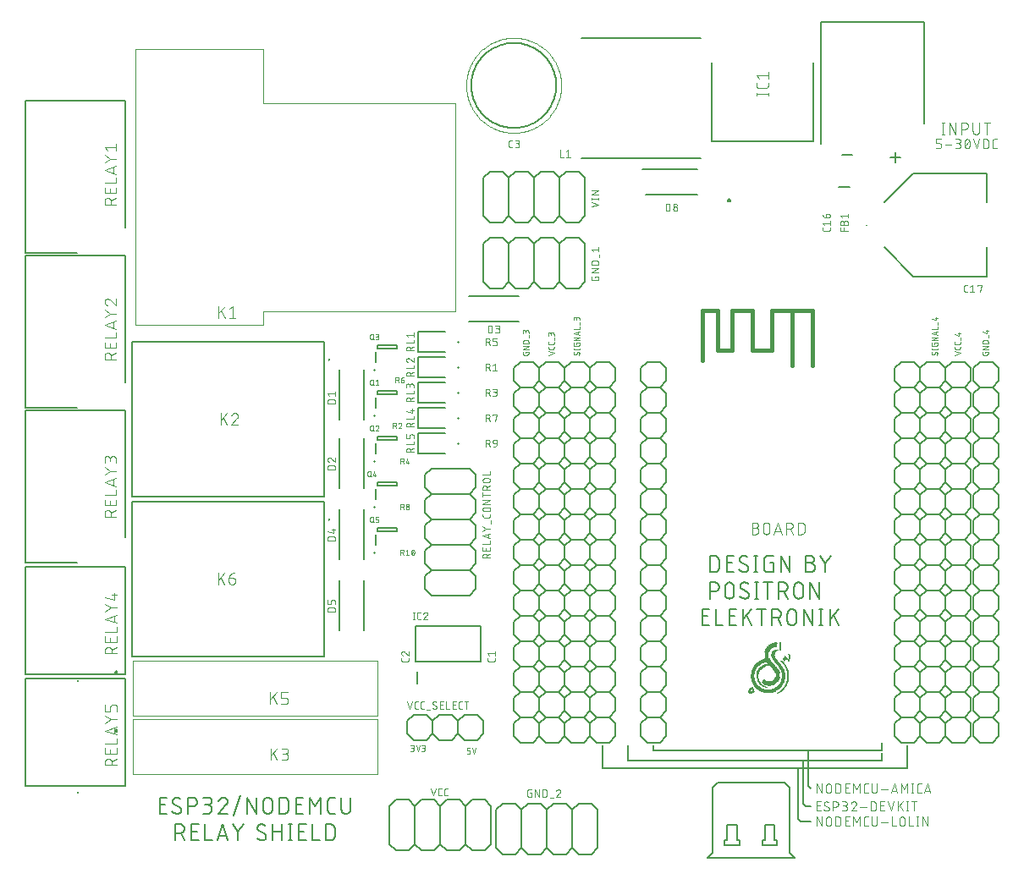
<source format=gbr>
G04 EAGLE Gerber RS-274X export*
G75*
%MOMM*%
%FSLAX34Y34*%
%LPD*%
%INSilkscreen Top*%
%IPPOS*%
%AMOC8*
5,1,8,0,0,1.08239X$1,22.5*%
G01*
%ADD10C,0.152400*%
%ADD11C,0.076200*%
%ADD12C,0.050800*%
%ADD13C,0.127000*%
%ADD14R,0.127000X0.025400*%
%ADD15R,0.203200X0.025400*%
%ADD16R,0.279400X0.025400*%
%ADD17R,0.177800X0.025400*%
%ADD18R,0.355600X0.025400*%
%ADD19R,0.381000X0.025400*%
%ADD20R,0.457200X0.025400*%
%ADD21R,0.736600X0.025400*%
%ADD22R,0.508000X0.025400*%
%ADD23R,0.914400X0.025400*%
%ADD24R,0.558800X0.025400*%
%ADD25R,1.092200X0.025400*%
%ADD26R,0.152400X0.025400*%
%ADD27R,0.584200X0.025400*%
%ADD28R,1.219200X0.025400*%
%ADD29R,1.371600X0.025400*%
%ADD30R,0.228600X0.025400*%
%ADD31R,1.473200X0.025400*%
%ADD32R,1.574800X0.025400*%
%ADD33R,1.651000X0.025400*%
%ADD34R,1.752600X0.025400*%
%ADD35R,1.828800X0.025400*%
%ADD36R,1.905000X0.025400*%
%ADD37R,0.889000X0.025400*%
%ADD38R,0.863600X0.025400*%
%ADD39R,0.711200X0.025400*%
%ADD40R,0.431800X0.025400*%
%ADD41R,0.685800X0.025400*%
%ADD42R,0.635000X0.025400*%
%ADD43R,0.406400X0.025400*%
%ADD44R,0.609600X0.025400*%
%ADD45R,0.330200X0.025400*%
%ADD46R,0.533400X0.025400*%
%ADD47R,0.304800X0.025400*%
%ADD48R,0.254000X0.025400*%
%ADD49R,0.482600X0.025400*%
%ADD50R,0.050800X0.025400*%
%ADD51R,0.838200X0.025400*%
%ADD52R,0.965200X0.025400*%
%ADD53R,1.041400X0.025400*%
%ADD54R,1.117600X0.025400*%
%ADD55R,1.270000X0.025400*%
%ADD56R,1.320800X0.025400*%
%ADD57R,1.422400X0.025400*%
%ADD58R,1.524000X0.025400*%
%ADD59R,1.549400X0.025400*%
%ADD60R,0.660400X0.025400*%
%ADD61R,0.101600X0.025400*%
%ADD62R,0.812800X0.025400*%
%ADD63R,1.295400X0.025400*%
%ADD64R,1.244600X0.025400*%
%ADD65R,1.193800X0.025400*%
%ADD66R,0.076200X0.025400*%
%ADD67R,1.066800X0.025400*%
%ADD68R,0.990600X0.025400*%
%ADD69R,0.025400X0.025400*%
%ADD70R,0.787400X0.025400*%
%ADD71R,0.762000X0.025400*%
%ADD72C,0.406400*%
%ADD73C,0.101600*%
%ADD74C,0.100000*%
%ADD75C,0.200000*%
%ADD76C,0.100000*%
%ADD77C,0.200000*%
%ADD78C,0.050000*%
%ADD79C,0.050000*%


D10*
X629920Y276860D02*
X629920Y271780D01*
X784860Y271780D01*
X858520Y271780D01*
X858520Y279400D01*
X604520Y276860D02*
X604520Y261620D01*
X779780Y261620D01*
X858520Y261620D01*
X858520Y269240D01*
X883920Y276860D02*
X883920Y254000D01*
X774700Y254000D01*
X579120Y254000D01*
X579120Y276860D01*
D11*
X792861Y238379D02*
X792861Y228981D01*
X798082Y228981D02*
X792861Y238379D01*
X798082Y238379D02*
X798082Y228981D01*
X802310Y231592D02*
X802310Y235768D01*
X802309Y235768D02*
X802311Y235869D01*
X802317Y235970D01*
X802327Y236071D01*
X802340Y236171D01*
X802358Y236271D01*
X802379Y236370D01*
X802405Y236468D01*
X802434Y236565D01*
X802466Y236661D01*
X802503Y236755D01*
X802543Y236848D01*
X802587Y236940D01*
X802634Y237029D01*
X802685Y237117D01*
X802739Y237203D01*
X802796Y237286D01*
X802856Y237368D01*
X802920Y237446D01*
X802986Y237523D01*
X803056Y237596D01*
X803128Y237667D01*
X803203Y237735D01*
X803281Y237800D01*
X803361Y237862D01*
X803443Y237921D01*
X803528Y237977D01*
X803615Y238029D01*
X803703Y238078D01*
X803794Y238124D01*
X803886Y238165D01*
X803980Y238204D01*
X804075Y238238D01*
X804171Y238269D01*
X804269Y238296D01*
X804367Y238320D01*
X804467Y238339D01*
X804567Y238355D01*
X804667Y238367D01*
X804768Y238375D01*
X804869Y238379D01*
X804971Y238379D01*
X805072Y238375D01*
X805173Y238367D01*
X805273Y238355D01*
X805373Y238339D01*
X805473Y238320D01*
X805571Y238296D01*
X805669Y238269D01*
X805765Y238238D01*
X805860Y238204D01*
X805954Y238165D01*
X806046Y238124D01*
X806137Y238078D01*
X806226Y238029D01*
X806312Y237977D01*
X806397Y237921D01*
X806479Y237862D01*
X806559Y237800D01*
X806637Y237735D01*
X806712Y237667D01*
X806784Y237596D01*
X806854Y237523D01*
X806920Y237446D01*
X806984Y237368D01*
X807044Y237286D01*
X807101Y237203D01*
X807155Y237117D01*
X807206Y237029D01*
X807253Y236940D01*
X807297Y236848D01*
X807337Y236755D01*
X807374Y236661D01*
X807406Y236565D01*
X807435Y236468D01*
X807461Y236370D01*
X807482Y236271D01*
X807500Y236171D01*
X807513Y236071D01*
X807523Y235970D01*
X807529Y235869D01*
X807531Y235768D01*
X807531Y231592D01*
X807529Y231491D01*
X807523Y231390D01*
X807513Y231289D01*
X807500Y231189D01*
X807482Y231089D01*
X807461Y230990D01*
X807435Y230892D01*
X807406Y230795D01*
X807374Y230699D01*
X807337Y230605D01*
X807297Y230512D01*
X807253Y230420D01*
X807206Y230331D01*
X807155Y230243D01*
X807101Y230157D01*
X807044Y230074D01*
X806984Y229992D01*
X806920Y229914D01*
X806854Y229837D01*
X806784Y229764D01*
X806712Y229693D01*
X806637Y229625D01*
X806559Y229560D01*
X806479Y229498D01*
X806397Y229439D01*
X806312Y229383D01*
X806226Y229331D01*
X806137Y229282D01*
X806046Y229236D01*
X805954Y229195D01*
X805860Y229156D01*
X805765Y229122D01*
X805669Y229091D01*
X805571Y229064D01*
X805473Y229040D01*
X805373Y229021D01*
X805273Y229005D01*
X805173Y228993D01*
X805072Y228985D01*
X804971Y228981D01*
X804869Y228981D01*
X804768Y228985D01*
X804667Y228993D01*
X804567Y229005D01*
X804467Y229021D01*
X804367Y229040D01*
X804269Y229064D01*
X804171Y229091D01*
X804075Y229122D01*
X803980Y229156D01*
X803886Y229195D01*
X803794Y229236D01*
X803703Y229282D01*
X803615Y229331D01*
X803528Y229383D01*
X803443Y229439D01*
X803361Y229498D01*
X803281Y229560D01*
X803203Y229625D01*
X803128Y229693D01*
X803056Y229764D01*
X802986Y229837D01*
X802920Y229914D01*
X802856Y229992D01*
X802796Y230074D01*
X802739Y230157D01*
X802685Y230243D01*
X802634Y230331D01*
X802587Y230420D01*
X802543Y230512D01*
X802503Y230605D01*
X802466Y230699D01*
X802434Y230795D01*
X802405Y230892D01*
X802379Y230990D01*
X802358Y231089D01*
X802340Y231189D01*
X802327Y231289D01*
X802317Y231390D01*
X802311Y231491D01*
X802309Y231592D01*
X811759Y228981D02*
X811759Y238379D01*
X814369Y238379D01*
X814469Y238377D01*
X814569Y238371D01*
X814668Y238362D01*
X814768Y238348D01*
X814866Y238331D01*
X814964Y238310D01*
X815061Y238286D01*
X815157Y238257D01*
X815252Y238225D01*
X815345Y238190D01*
X815437Y238151D01*
X815528Y238108D01*
X815616Y238062D01*
X815703Y238012D01*
X815788Y237960D01*
X815871Y237904D01*
X815952Y237845D01*
X816030Y237782D01*
X816106Y237717D01*
X816180Y237649D01*
X816250Y237579D01*
X816318Y237505D01*
X816383Y237429D01*
X816446Y237351D01*
X816505Y237270D01*
X816561Y237187D01*
X816613Y237102D01*
X816663Y237015D01*
X816709Y236927D01*
X816752Y236836D01*
X816791Y236744D01*
X816826Y236651D01*
X816858Y236556D01*
X816887Y236460D01*
X816911Y236363D01*
X816932Y236265D01*
X816949Y236167D01*
X816963Y236067D01*
X816972Y235968D01*
X816978Y235868D01*
X816980Y235768D01*
X816980Y231592D01*
X816978Y231492D01*
X816972Y231392D01*
X816963Y231293D01*
X816949Y231193D01*
X816932Y231095D01*
X816911Y230997D01*
X816887Y230900D01*
X816858Y230804D01*
X816826Y230709D01*
X816791Y230616D01*
X816752Y230524D01*
X816709Y230433D01*
X816663Y230345D01*
X816613Y230258D01*
X816561Y230173D01*
X816505Y230090D01*
X816446Y230009D01*
X816383Y229931D01*
X816318Y229855D01*
X816250Y229781D01*
X816180Y229711D01*
X816106Y229643D01*
X816030Y229578D01*
X815952Y229515D01*
X815871Y229456D01*
X815788Y229400D01*
X815703Y229348D01*
X815616Y229298D01*
X815528Y229252D01*
X815437Y229209D01*
X815345Y229170D01*
X815252Y229135D01*
X815157Y229103D01*
X815061Y229074D01*
X814964Y229050D01*
X814866Y229029D01*
X814768Y229012D01*
X814668Y228998D01*
X814569Y228989D01*
X814469Y228983D01*
X814369Y228981D01*
X811759Y228981D01*
X821530Y228981D02*
X825707Y228981D01*
X821530Y228981D02*
X821530Y238379D01*
X825707Y238379D01*
X824662Y234202D02*
X821530Y234202D01*
X829524Y238379D02*
X829524Y228981D01*
X832657Y233158D02*
X829524Y238379D01*
X832657Y233158D02*
X835790Y238379D01*
X835790Y228981D01*
X842168Y228981D02*
X844256Y228981D01*
X842168Y228981D02*
X842079Y228983D01*
X841991Y228989D01*
X841903Y228998D01*
X841815Y229011D01*
X841728Y229028D01*
X841642Y229048D01*
X841557Y229073D01*
X841472Y229100D01*
X841389Y229132D01*
X841308Y229166D01*
X841228Y229205D01*
X841150Y229246D01*
X841073Y229291D01*
X840999Y229339D01*
X840926Y229390D01*
X840856Y229444D01*
X840789Y229502D01*
X840723Y229562D01*
X840661Y229624D01*
X840601Y229690D01*
X840543Y229757D01*
X840489Y229827D01*
X840438Y229900D01*
X840390Y229974D01*
X840345Y230051D01*
X840304Y230129D01*
X840265Y230209D01*
X840231Y230290D01*
X840199Y230373D01*
X840172Y230458D01*
X840147Y230543D01*
X840127Y230629D01*
X840110Y230716D01*
X840097Y230804D01*
X840088Y230892D01*
X840082Y230980D01*
X840080Y231069D01*
X840079Y231069D02*
X840079Y236291D01*
X840080Y236291D02*
X840082Y236382D01*
X840088Y236473D01*
X840098Y236564D01*
X840112Y236654D01*
X840129Y236743D01*
X840151Y236831D01*
X840177Y236919D01*
X840206Y237005D01*
X840239Y237090D01*
X840276Y237173D01*
X840316Y237255D01*
X840360Y237335D01*
X840407Y237413D01*
X840458Y237489D01*
X840511Y237562D01*
X840568Y237633D01*
X840629Y237702D01*
X840692Y237767D01*
X840757Y237830D01*
X840826Y237890D01*
X840897Y237948D01*
X840970Y238001D01*
X841046Y238052D01*
X841124Y238099D01*
X841204Y238143D01*
X841286Y238183D01*
X841369Y238220D01*
X841454Y238253D01*
X841540Y238282D01*
X841628Y238308D01*
X841716Y238330D01*
X841805Y238347D01*
X841895Y238361D01*
X841986Y238371D01*
X842077Y238377D01*
X842168Y238379D01*
X844256Y238379D01*
X848030Y238379D02*
X848030Y231592D01*
X848029Y231592D02*
X848031Y231491D01*
X848037Y231390D01*
X848047Y231289D01*
X848060Y231189D01*
X848078Y231089D01*
X848099Y230990D01*
X848125Y230892D01*
X848154Y230795D01*
X848186Y230699D01*
X848223Y230605D01*
X848263Y230512D01*
X848307Y230420D01*
X848354Y230331D01*
X848405Y230243D01*
X848459Y230157D01*
X848516Y230074D01*
X848576Y229992D01*
X848640Y229914D01*
X848706Y229837D01*
X848776Y229764D01*
X848848Y229693D01*
X848923Y229625D01*
X849001Y229560D01*
X849081Y229498D01*
X849163Y229439D01*
X849248Y229383D01*
X849335Y229331D01*
X849423Y229282D01*
X849514Y229236D01*
X849606Y229195D01*
X849700Y229156D01*
X849795Y229122D01*
X849891Y229091D01*
X849989Y229064D01*
X850087Y229040D01*
X850187Y229021D01*
X850287Y229005D01*
X850387Y228993D01*
X850488Y228985D01*
X850589Y228981D01*
X850691Y228981D01*
X850792Y228985D01*
X850893Y228993D01*
X850993Y229005D01*
X851093Y229021D01*
X851193Y229040D01*
X851291Y229064D01*
X851389Y229091D01*
X851485Y229122D01*
X851580Y229156D01*
X851674Y229195D01*
X851766Y229236D01*
X851857Y229282D01*
X851946Y229331D01*
X852032Y229383D01*
X852117Y229439D01*
X852199Y229498D01*
X852279Y229560D01*
X852357Y229625D01*
X852432Y229693D01*
X852504Y229764D01*
X852574Y229837D01*
X852640Y229914D01*
X852704Y229992D01*
X852764Y230074D01*
X852821Y230157D01*
X852875Y230243D01*
X852926Y230331D01*
X852973Y230420D01*
X853017Y230512D01*
X853057Y230605D01*
X853094Y230699D01*
X853126Y230795D01*
X853155Y230892D01*
X853181Y230990D01*
X853202Y231089D01*
X853220Y231189D01*
X853233Y231289D01*
X853243Y231390D01*
X853249Y231491D01*
X853251Y231592D01*
X853251Y238379D01*
X857566Y232636D02*
X863831Y232636D01*
X867319Y228981D02*
X870452Y238379D01*
X873585Y228981D01*
X872802Y231331D02*
X868103Y231331D01*
X877378Y228981D02*
X877378Y238379D01*
X880510Y233158D01*
X883643Y238379D01*
X883643Y228981D01*
X888740Y228981D02*
X888740Y238379D01*
X887696Y228981D02*
X889784Y228981D01*
X889784Y238379D02*
X887696Y238379D01*
X895507Y228981D02*
X897596Y228981D01*
X895507Y228981D02*
X895418Y228983D01*
X895330Y228989D01*
X895242Y228998D01*
X895154Y229011D01*
X895067Y229028D01*
X894981Y229048D01*
X894896Y229073D01*
X894811Y229100D01*
X894728Y229132D01*
X894647Y229166D01*
X894567Y229205D01*
X894489Y229246D01*
X894412Y229291D01*
X894338Y229339D01*
X894265Y229390D01*
X894195Y229444D01*
X894128Y229502D01*
X894062Y229562D01*
X894000Y229624D01*
X893940Y229690D01*
X893882Y229757D01*
X893828Y229827D01*
X893777Y229900D01*
X893729Y229974D01*
X893684Y230051D01*
X893643Y230129D01*
X893604Y230209D01*
X893570Y230290D01*
X893538Y230373D01*
X893511Y230458D01*
X893486Y230543D01*
X893466Y230629D01*
X893449Y230716D01*
X893436Y230804D01*
X893427Y230892D01*
X893421Y230980D01*
X893419Y231069D01*
X893419Y236291D01*
X893421Y236382D01*
X893427Y236473D01*
X893437Y236564D01*
X893451Y236654D01*
X893468Y236743D01*
X893490Y236831D01*
X893516Y236919D01*
X893545Y237005D01*
X893578Y237090D01*
X893615Y237173D01*
X893655Y237255D01*
X893699Y237335D01*
X893746Y237413D01*
X893797Y237489D01*
X893850Y237562D01*
X893907Y237633D01*
X893968Y237702D01*
X894031Y237767D01*
X894096Y237830D01*
X894165Y237890D01*
X894236Y237948D01*
X894309Y238001D01*
X894385Y238052D01*
X894463Y238099D01*
X894543Y238143D01*
X894625Y238183D01*
X894708Y238220D01*
X894793Y238253D01*
X894879Y238282D01*
X894967Y238308D01*
X895055Y238330D01*
X895144Y238347D01*
X895234Y238361D01*
X895325Y238371D01*
X895416Y238377D01*
X895507Y238379D01*
X897596Y238379D01*
X903675Y238379D02*
X900542Y228981D01*
X906808Y228981D02*
X903675Y238379D01*
X906025Y231331D02*
X901326Y231331D01*
X797038Y211201D02*
X792861Y211201D01*
X792861Y220599D01*
X797038Y220599D01*
X795994Y216422D02*
X792861Y216422D01*
X803291Y211201D02*
X803380Y211203D01*
X803468Y211209D01*
X803556Y211218D01*
X803644Y211231D01*
X803731Y211248D01*
X803817Y211268D01*
X803902Y211293D01*
X803987Y211320D01*
X804070Y211352D01*
X804151Y211386D01*
X804231Y211425D01*
X804309Y211466D01*
X804386Y211511D01*
X804460Y211559D01*
X804533Y211610D01*
X804603Y211664D01*
X804670Y211722D01*
X804736Y211782D01*
X804798Y211844D01*
X804858Y211910D01*
X804916Y211977D01*
X804970Y212047D01*
X805021Y212120D01*
X805069Y212194D01*
X805114Y212271D01*
X805155Y212349D01*
X805194Y212429D01*
X805228Y212510D01*
X805260Y212593D01*
X805287Y212678D01*
X805312Y212763D01*
X805332Y212849D01*
X805349Y212936D01*
X805362Y213024D01*
X805371Y213112D01*
X805377Y213200D01*
X805379Y213289D01*
X803291Y211201D02*
X803162Y211203D01*
X803033Y211209D01*
X802904Y211218D01*
X802776Y211231D01*
X802648Y211248D01*
X802521Y211269D01*
X802394Y211293D01*
X802268Y211321D01*
X802143Y211353D01*
X802019Y211388D01*
X801896Y211427D01*
X801774Y211470D01*
X801654Y211516D01*
X801535Y211566D01*
X801417Y211619D01*
X801301Y211675D01*
X801187Y211735D01*
X801074Y211798D01*
X800964Y211865D01*
X800855Y211934D01*
X800749Y212007D01*
X800644Y212083D01*
X800542Y212162D01*
X800443Y212244D01*
X800345Y212328D01*
X800250Y212416D01*
X800158Y212506D01*
X800420Y218511D02*
X800422Y218600D01*
X800428Y218688D01*
X800437Y218776D01*
X800450Y218864D01*
X800467Y218951D01*
X800487Y219037D01*
X800512Y219122D01*
X800539Y219207D01*
X800571Y219290D01*
X800605Y219371D01*
X800644Y219451D01*
X800685Y219529D01*
X800730Y219606D01*
X800778Y219680D01*
X800829Y219753D01*
X800883Y219823D01*
X800941Y219890D01*
X801001Y219956D01*
X801063Y220018D01*
X801129Y220078D01*
X801196Y220136D01*
X801266Y220190D01*
X801339Y220241D01*
X801413Y220289D01*
X801490Y220334D01*
X801568Y220375D01*
X801648Y220414D01*
X801729Y220448D01*
X801812Y220480D01*
X801897Y220507D01*
X801982Y220532D01*
X802068Y220552D01*
X802155Y220569D01*
X802243Y220582D01*
X802331Y220591D01*
X802419Y220597D01*
X802508Y220599D01*
X802628Y220597D01*
X802748Y220592D01*
X802868Y220582D01*
X802987Y220570D01*
X803106Y220553D01*
X803224Y220533D01*
X803342Y220509D01*
X803458Y220482D01*
X803574Y220451D01*
X803689Y220417D01*
X803803Y220379D01*
X803916Y220337D01*
X804027Y220292D01*
X804137Y220244D01*
X804245Y220193D01*
X804352Y220138D01*
X804457Y220080D01*
X804560Y220018D01*
X804661Y219954D01*
X804761Y219886D01*
X804858Y219816D01*
X801464Y216684D02*
X801386Y216732D01*
X801310Y216784D01*
X801237Y216838D01*
X801166Y216896D01*
X801097Y216957D01*
X801031Y217021D01*
X800968Y217088D01*
X800908Y217157D01*
X800851Y217229D01*
X800797Y217303D01*
X800747Y217380D01*
X800699Y217459D01*
X800656Y217539D01*
X800615Y217622D01*
X800579Y217706D01*
X800546Y217791D01*
X800517Y217878D01*
X800491Y217967D01*
X800469Y218056D01*
X800452Y218146D01*
X800438Y218236D01*
X800428Y218328D01*
X800422Y218419D01*
X800420Y218511D01*
X804336Y215116D02*
X804414Y215068D01*
X804490Y215016D01*
X804563Y214962D01*
X804634Y214904D01*
X804703Y214843D01*
X804769Y214779D01*
X804832Y214712D01*
X804892Y214643D01*
X804949Y214571D01*
X805003Y214497D01*
X805053Y214420D01*
X805101Y214341D01*
X805144Y214261D01*
X805185Y214178D01*
X805221Y214094D01*
X805254Y214009D01*
X805283Y213922D01*
X805309Y213833D01*
X805331Y213744D01*
X805348Y213654D01*
X805362Y213564D01*
X805372Y213472D01*
X805378Y213381D01*
X805380Y213289D01*
X804336Y215117D02*
X801464Y216683D01*
X809434Y220599D02*
X809434Y211201D01*
X809434Y220599D02*
X812044Y220599D01*
X812145Y220597D01*
X812246Y220591D01*
X812347Y220581D01*
X812447Y220568D01*
X812547Y220550D01*
X812646Y220529D01*
X812744Y220503D01*
X812841Y220474D01*
X812937Y220442D01*
X813031Y220405D01*
X813124Y220365D01*
X813216Y220321D01*
X813305Y220274D01*
X813393Y220223D01*
X813479Y220169D01*
X813562Y220112D01*
X813644Y220052D01*
X813722Y219988D01*
X813799Y219922D01*
X813872Y219852D01*
X813943Y219780D01*
X814011Y219705D01*
X814076Y219627D01*
X814138Y219547D01*
X814197Y219465D01*
X814253Y219380D01*
X814305Y219293D01*
X814354Y219205D01*
X814400Y219114D01*
X814441Y219022D01*
X814480Y218928D01*
X814514Y218833D01*
X814545Y218737D01*
X814572Y218639D01*
X814596Y218541D01*
X814615Y218441D01*
X814631Y218341D01*
X814643Y218241D01*
X814651Y218140D01*
X814655Y218039D01*
X814655Y217937D01*
X814651Y217836D01*
X814643Y217735D01*
X814631Y217635D01*
X814615Y217535D01*
X814596Y217435D01*
X814572Y217337D01*
X814545Y217239D01*
X814514Y217143D01*
X814480Y217048D01*
X814441Y216954D01*
X814400Y216862D01*
X814354Y216771D01*
X814305Y216682D01*
X814253Y216596D01*
X814197Y216511D01*
X814138Y216429D01*
X814076Y216349D01*
X814011Y216271D01*
X813943Y216196D01*
X813872Y216124D01*
X813799Y216054D01*
X813722Y215988D01*
X813644Y215924D01*
X813562Y215864D01*
X813479Y215807D01*
X813393Y215753D01*
X813305Y215702D01*
X813216Y215655D01*
X813124Y215611D01*
X813031Y215571D01*
X812937Y215534D01*
X812841Y215502D01*
X812744Y215473D01*
X812646Y215447D01*
X812547Y215426D01*
X812447Y215408D01*
X812347Y215395D01*
X812246Y215385D01*
X812145Y215379D01*
X812044Y215377D01*
X812044Y215378D02*
X809434Y215378D01*
X818142Y211201D02*
X820752Y211201D01*
X820853Y211203D01*
X820954Y211209D01*
X821055Y211219D01*
X821155Y211232D01*
X821255Y211250D01*
X821354Y211271D01*
X821452Y211297D01*
X821549Y211326D01*
X821645Y211358D01*
X821739Y211395D01*
X821832Y211435D01*
X821924Y211479D01*
X822013Y211526D01*
X822101Y211577D01*
X822187Y211631D01*
X822270Y211688D01*
X822352Y211748D01*
X822430Y211812D01*
X822507Y211878D01*
X822580Y211948D01*
X822651Y212020D01*
X822719Y212095D01*
X822784Y212173D01*
X822846Y212253D01*
X822905Y212335D01*
X822961Y212420D01*
X823013Y212506D01*
X823062Y212595D01*
X823108Y212686D01*
X823149Y212778D01*
X823188Y212872D01*
X823222Y212967D01*
X823253Y213063D01*
X823280Y213161D01*
X823304Y213259D01*
X823323Y213359D01*
X823339Y213459D01*
X823351Y213559D01*
X823359Y213660D01*
X823363Y213761D01*
X823363Y213863D01*
X823359Y213964D01*
X823351Y214065D01*
X823339Y214165D01*
X823323Y214265D01*
X823304Y214365D01*
X823280Y214463D01*
X823253Y214561D01*
X823222Y214657D01*
X823188Y214752D01*
X823149Y214846D01*
X823108Y214938D01*
X823062Y215029D01*
X823013Y215117D01*
X822961Y215204D01*
X822905Y215289D01*
X822846Y215371D01*
X822784Y215451D01*
X822719Y215529D01*
X822651Y215604D01*
X822580Y215676D01*
X822507Y215746D01*
X822430Y215812D01*
X822352Y215876D01*
X822270Y215936D01*
X822187Y215993D01*
X822101Y216047D01*
X822013Y216098D01*
X821924Y216145D01*
X821832Y216189D01*
X821739Y216229D01*
X821645Y216266D01*
X821549Y216298D01*
X821452Y216327D01*
X821354Y216353D01*
X821255Y216374D01*
X821155Y216392D01*
X821055Y216405D01*
X820954Y216415D01*
X820853Y216421D01*
X820752Y216423D01*
X821274Y220599D02*
X818142Y220599D01*
X821274Y220599D02*
X821364Y220597D01*
X821453Y220591D01*
X821543Y220582D01*
X821632Y220568D01*
X821720Y220551D01*
X821807Y220530D01*
X821894Y220505D01*
X821979Y220476D01*
X822063Y220444D01*
X822145Y220409D01*
X822226Y220369D01*
X822305Y220327D01*
X822382Y220281D01*
X822457Y220231D01*
X822530Y220179D01*
X822601Y220123D01*
X822669Y220065D01*
X822734Y220003D01*
X822797Y219939D01*
X822857Y219872D01*
X822914Y219803D01*
X822968Y219731D01*
X823019Y219657D01*
X823067Y219581D01*
X823111Y219503D01*
X823152Y219423D01*
X823190Y219341D01*
X823224Y219258D01*
X823254Y219173D01*
X823281Y219087D01*
X823304Y219001D01*
X823323Y218913D01*
X823338Y218824D01*
X823350Y218735D01*
X823358Y218646D01*
X823362Y218556D01*
X823362Y218466D01*
X823358Y218376D01*
X823350Y218287D01*
X823338Y218198D01*
X823323Y218109D01*
X823304Y218021D01*
X823281Y217935D01*
X823254Y217849D01*
X823224Y217764D01*
X823190Y217681D01*
X823152Y217599D01*
X823111Y217519D01*
X823067Y217441D01*
X823019Y217365D01*
X822968Y217291D01*
X822914Y217219D01*
X822857Y217150D01*
X822797Y217083D01*
X822734Y217019D01*
X822669Y216957D01*
X822601Y216899D01*
X822530Y216843D01*
X822457Y216791D01*
X822382Y216741D01*
X822305Y216695D01*
X822226Y216653D01*
X822145Y216613D01*
X822063Y216578D01*
X821979Y216546D01*
X821894Y216517D01*
X821807Y216492D01*
X821720Y216471D01*
X821632Y216454D01*
X821543Y216440D01*
X821453Y216431D01*
X821364Y216425D01*
X821274Y216423D01*
X821274Y216422D02*
X819186Y216422D01*
X830157Y220600D02*
X830252Y220598D01*
X830346Y220592D01*
X830440Y220583D01*
X830534Y220570D01*
X830627Y220553D01*
X830719Y220532D01*
X830811Y220507D01*
X830901Y220479D01*
X830990Y220447D01*
X831078Y220412D01*
X831164Y220373D01*
X831249Y220331D01*
X831332Y220285D01*
X831413Y220236D01*
X831492Y220184D01*
X831569Y220129D01*
X831643Y220070D01*
X831715Y220009D01*
X831785Y219945D01*
X831852Y219878D01*
X831916Y219808D01*
X831977Y219736D01*
X832036Y219662D01*
X832091Y219585D01*
X832143Y219506D01*
X832192Y219425D01*
X832238Y219342D01*
X832280Y219257D01*
X832319Y219171D01*
X832354Y219083D01*
X832386Y218994D01*
X832414Y218904D01*
X832439Y218812D01*
X832460Y218720D01*
X832477Y218627D01*
X832490Y218533D01*
X832499Y218439D01*
X832505Y218345D01*
X832507Y218250D01*
X830157Y220599D02*
X830049Y220597D01*
X829940Y220591D01*
X829832Y220581D01*
X829725Y220568D01*
X829618Y220550D01*
X829511Y220529D01*
X829406Y220504D01*
X829301Y220475D01*
X829198Y220443D01*
X829096Y220406D01*
X828995Y220366D01*
X828896Y220323D01*
X828798Y220276D01*
X828702Y220225D01*
X828608Y220171D01*
X828516Y220114D01*
X828426Y220053D01*
X828338Y219989D01*
X828253Y219923D01*
X828170Y219853D01*
X828090Y219780D01*
X828012Y219704D01*
X827937Y219626D01*
X827865Y219545D01*
X827796Y219461D01*
X827730Y219375D01*
X827667Y219287D01*
X827608Y219196D01*
X827551Y219104D01*
X827498Y219009D01*
X827449Y218913D01*
X827403Y218814D01*
X827360Y218715D01*
X827321Y218613D01*
X827286Y218511D01*
X831724Y216422D02*
X831793Y216491D01*
X831859Y216562D01*
X831923Y216635D01*
X831984Y216711D01*
X832042Y216790D01*
X832096Y216870D01*
X832148Y216953D01*
X832196Y217037D01*
X832242Y217123D01*
X832283Y217211D01*
X832322Y217301D01*
X832357Y217392D01*
X832388Y217484D01*
X832416Y217577D01*
X832440Y217671D01*
X832460Y217766D01*
X832477Y217862D01*
X832490Y217959D01*
X832499Y218056D01*
X832505Y218153D01*
X832507Y218250D01*
X831724Y216422D02*
X827286Y211201D01*
X832507Y211201D01*
X836517Y214856D02*
X842783Y214856D01*
X847098Y211201D02*
X847098Y220599D01*
X849708Y220599D01*
X849808Y220597D01*
X849908Y220591D01*
X850007Y220582D01*
X850107Y220568D01*
X850205Y220551D01*
X850303Y220530D01*
X850400Y220506D01*
X850496Y220477D01*
X850591Y220445D01*
X850684Y220410D01*
X850776Y220371D01*
X850867Y220328D01*
X850955Y220282D01*
X851042Y220232D01*
X851127Y220180D01*
X851210Y220124D01*
X851291Y220065D01*
X851369Y220002D01*
X851445Y219937D01*
X851519Y219869D01*
X851589Y219799D01*
X851657Y219725D01*
X851722Y219649D01*
X851785Y219571D01*
X851844Y219490D01*
X851900Y219407D01*
X851952Y219322D01*
X852002Y219235D01*
X852048Y219147D01*
X852091Y219056D01*
X852130Y218964D01*
X852165Y218871D01*
X852197Y218776D01*
X852226Y218680D01*
X852250Y218583D01*
X852271Y218485D01*
X852288Y218387D01*
X852302Y218287D01*
X852311Y218188D01*
X852317Y218088D01*
X852319Y217988D01*
X852319Y213812D01*
X852317Y213712D01*
X852311Y213612D01*
X852302Y213513D01*
X852288Y213413D01*
X852271Y213315D01*
X852250Y213217D01*
X852226Y213120D01*
X852197Y213024D01*
X852165Y212929D01*
X852130Y212836D01*
X852091Y212744D01*
X852048Y212653D01*
X852002Y212565D01*
X851952Y212478D01*
X851900Y212393D01*
X851844Y212310D01*
X851785Y212229D01*
X851722Y212151D01*
X851657Y212075D01*
X851589Y212001D01*
X851519Y211931D01*
X851445Y211863D01*
X851369Y211798D01*
X851291Y211735D01*
X851210Y211676D01*
X851127Y211620D01*
X851042Y211568D01*
X850955Y211518D01*
X850867Y211472D01*
X850776Y211429D01*
X850684Y211390D01*
X850591Y211355D01*
X850496Y211323D01*
X850400Y211294D01*
X850303Y211270D01*
X850205Y211249D01*
X850107Y211232D01*
X850007Y211218D01*
X849908Y211209D01*
X849808Y211203D01*
X849708Y211201D01*
X847098Y211201D01*
X856869Y211201D02*
X861046Y211201D01*
X856869Y211201D02*
X856869Y220599D01*
X861046Y220599D01*
X860001Y216422D02*
X856869Y216422D01*
X863949Y220599D02*
X867082Y211201D01*
X870214Y220599D01*
X874051Y220599D02*
X874051Y211201D01*
X874051Y214856D02*
X879272Y220599D01*
X876140Y216944D02*
X879272Y211201D01*
X883541Y211201D02*
X883541Y220599D01*
X882497Y211201D02*
X884585Y211201D01*
X884585Y220599D02*
X882497Y220599D01*
X890246Y220599D02*
X890246Y211201D01*
X887636Y220599D02*
X892857Y220599D01*
X792861Y205359D02*
X792861Y195961D01*
X798082Y195961D02*
X792861Y205359D01*
X798082Y205359D02*
X798082Y195961D01*
X802310Y198572D02*
X802310Y202748D01*
X802309Y202748D02*
X802311Y202849D01*
X802317Y202950D01*
X802327Y203051D01*
X802340Y203151D01*
X802358Y203251D01*
X802379Y203350D01*
X802405Y203448D01*
X802434Y203545D01*
X802466Y203641D01*
X802503Y203735D01*
X802543Y203828D01*
X802587Y203920D01*
X802634Y204009D01*
X802685Y204097D01*
X802739Y204183D01*
X802796Y204266D01*
X802856Y204348D01*
X802920Y204426D01*
X802986Y204503D01*
X803056Y204576D01*
X803128Y204647D01*
X803203Y204715D01*
X803281Y204780D01*
X803361Y204842D01*
X803443Y204901D01*
X803528Y204957D01*
X803615Y205009D01*
X803703Y205058D01*
X803794Y205104D01*
X803886Y205145D01*
X803980Y205184D01*
X804075Y205218D01*
X804171Y205249D01*
X804269Y205276D01*
X804367Y205300D01*
X804467Y205319D01*
X804567Y205335D01*
X804667Y205347D01*
X804768Y205355D01*
X804869Y205359D01*
X804971Y205359D01*
X805072Y205355D01*
X805173Y205347D01*
X805273Y205335D01*
X805373Y205319D01*
X805473Y205300D01*
X805571Y205276D01*
X805669Y205249D01*
X805765Y205218D01*
X805860Y205184D01*
X805954Y205145D01*
X806046Y205104D01*
X806137Y205058D01*
X806226Y205009D01*
X806312Y204957D01*
X806397Y204901D01*
X806479Y204842D01*
X806559Y204780D01*
X806637Y204715D01*
X806712Y204647D01*
X806784Y204576D01*
X806854Y204503D01*
X806920Y204426D01*
X806984Y204348D01*
X807044Y204266D01*
X807101Y204183D01*
X807155Y204097D01*
X807206Y204009D01*
X807253Y203920D01*
X807297Y203828D01*
X807337Y203735D01*
X807374Y203641D01*
X807406Y203545D01*
X807435Y203448D01*
X807461Y203350D01*
X807482Y203251D01*
X807500Y203151D01*
X807513Y203051D01*
X807523Y202950D01*
X807529Y202849D01*
X807531Y202748D01*
X807531Y198572D01*
X807529Y198471D01*
X807523Y198370D01*
X807513Y198269D01*
X807500Y198169D01*
X807482Y198069D01*
X807461Y197970D01*
X807435Y197872D01*
X807406Y197775D01*
X807374Y197679D01*
X807337Y197585D01*
X807297Y197492D01*
X807253Y197400D01*
X807206Y197311D01*
X807155Y197223D01*
X807101Y197137D01*
X807044Y197054D01*
X806984Y196972D01*
X806920Y196894D01*
X806854Y196817D01*
X806784Y196744D01*
X806712Y196673D01*
X806637Y196605D01*
X806559Y196540D01*
X806479Y196478D01*
X806397Y196419D01*
X806312Y196363D01*
X806226Y196311D01*
X806137Y196262D01*
X806046Y196216D01*
X805954Y196175D01*
X805860Y196136D01*
X805765Y196102D01*
X805669Y196071D01*
X805571Y196044D01*
X805473Y196020D01*
X805373Y196001D01*
X805273Y195985D01*
X805173Y195973D01*
X805072Y195965D01*
X804971Y195961D01*
X804869Y195961D01*
X804768Y195965D01*
X804667Y195973D01*
X804567Y195985D01*
X804467Y196001D01*
X804367Y196020D01*
X804269Y196044D01*
X804171Y196071D01*
X804075Y196102D01*
X803980Y196136D01*
X803886Y196175D01*
X803794Y196216D01*
X803703Y196262D01*
X803615Y196311D01*
X803528Y196363D01*
X803443Y196419D01*
X803361Y196478D01*
X803281Y196540D01*
X803203Y196605D01*
X803128Y196673D01*
X803056Y196744D01*
X802986Y196817D01*
X802920Y196894D01*
X802856Y196972D01*
X802796Y197054D01*
X802739Y197137D01*
X802685Y197223D01*
X802634Y197311D01*
X802587Y197400D01*
X802543Y197492D01*
X802503Y197585D01*
X802466Y197679D01*
X802434Y197775D01*
X802405Y197872D01*
X802379Y197970D01*
X802358Y198069D01*
X802340Y198169D01*
X802327Y198269D01*
X802317Y198370D01*
X802311Y198471D01*
X802309Y198572D01*
X811759Y195961D02*
X811759Y205359D01*
X814369Y205359D01*
X814469Y205357D01*
X814569Y205351D01*
X814668Y205342D01*
X814768Y205328D01*
X814866Y205311D01*
X814964Y205290D01*
X815061Y205266D01*
X815157Y205237D01*
X815252Y205205D01*
X815345Y205170D01*
X815437Y205131D01*
X815528Y205088D01*
X815616Y205042D01*
X815703Y204992D01*
X815788Y204940D01*
X815871Y204884D01*
X815952Y204825D01*
X816030Y204762D01*
X816106Y204697D01*
X816180Y204629D01*
X816250Y204559D01*
X816318Y204485D01*
X816383Y204409D01*
X816446Y204331D01*
X816505Y204250D01*
X816561Y204167D01*
X816613Y204082D01*
X816663Y203995D01*
X816709Y203907D01*
X816752Y203816D01*
X816791Y203724D01*
X816826Y203631D01*
X816858Y203536D01*
X816887Y203440D01*
X816911Y203343D01*
X816932Y203245D01*
X816949Y203147D01*
X816963Y203047D01*
X816972Y202948D01*
X816978Y202848D01*
X816980Y202748D01*
X816980Y198572D01*
X816978Y198472D01*
X816972Y198372D01*
X816963Y198273D01*
X816949Y198173D01*
X816932Y198075D01*
X816911Y197977D01*
X816887Y197880D01*
X816858Y197784D01*
X816826Y197689D01*
X816791Y197596D01*
X816752Y197504D01*
X816709Y197413D01*
X816663Y197325D01*
X816613Y197238D01*
X816561Y197153D01*
X816505Y197070D01*
X816446Y196989D01*
X816383Y196911D01*
X816318Y196835D01*
X816250Y196761D01*
X816180Y196691D01*
X816106Y196623D01*
X816030Y196558D01*
X815952Y196495D01*
X815871Y196436D01*
X815788Y196380D01*
X815703Y196328D01*
X815616Y196278D01*
X815528Y196232D01*
X815437Y196189D01*
X815345Y196150D01*
X815252Y196115D01*
X815157Y196083D01*
X815061Y196054D01*
X814964Y196030D01*
X814866Y196009D01*
X814768Y195992D01*
X814668Y195978D01*
X814569Y195969D01*
X814469Y195963D01*
X814369Y195961D01*
X811759Y195961D01*
X821530Y195961D02*
X825707Y195961D01*
X821530Y195961D02*
X821530Y205359D01*
X825707Y205359D01*
X824662Y201182D02*
X821530Y201182D01*
X829524Y205359D02*
X829524Y195961D01*
X832657Y200138D02*
X829524Y205359D01*
X832657Y200138D02*
X835790Y205359D01*
X835790Y195961D01*
X842168Y195961D02*
X844256Y195961D01*
X842168Y195961D02*
X842079Y195963D01*
X841991Y195969D01*
X841903Y195978D01*
X841815Y195991D01*
X841728Y196008D01*
X841642Y196028D01*
X841557Y196053D01*
X841472Y196080D01*
X841389Y196112D01*
X841308Y196146D01*
X841228Y196185D01*
X841150Y196226D01*
X841073Y196271D01*
X840999Y196319D01*
X840926Y196370D01*
X840856Y196424D01*
X840789Y196482D01*
X840723Y196542D01*
X840661Y196604D01*
X840601Y196670D01*
X840543Y196737D01*
X840489Y196807D01*
X840438Y196880D01*
X840390Y196954D01*
X840345Y197031D01*
X840304Y197109D01*
X840265Y197189D01*
X840231Y197270D01*
X840199Y197353D01*
X840172Y197438D01*
X840147Y197523D01*
X840127Y197609D01*
X840110Y197696D01*
X840097Y197784D01*
X840088Y197872D01*
X840082Y197960D01*
X840080Y198049D01*
X840079Y198049D02*
X840079Y203271D01*
X840080Y203271D02*
X840082Y203362D01*
X840088Y203453D01*
X840098Y203544D01*
X840112Y203634D01*
X840129Y203723D01*
X840151Y203811D01*
X840177Y203899D01*
X840206Y203985D01*
X840239Y204070D01*
X840276Y204153D01*
X840316Y204235D01*
X840360Y204315D01*
X840407Y204393D01*
X840458Y204469D01*
X840511Y204542D01*
X840568Y204613D01*
X840629Y204682D01*
X840692Y204747D01*
X840757Y204810D01*
X840826Y204870D01*
X840897Y204928D01*
X840970Y204981D01*
X841046Y205032D01*
X841124Y205079D01*
X841204Y205123D01*
X841286Y205163D01*
X841369Y205200D01*
X841454Y205233D01*
X841540Y205262D01*
X841628Y205288D01*
X841716Y205310D01*
X841805Y205327D01*
X841895Y205341D01*
X841986Y205351D01*
X842077Y205357D01*
X842168Y205359D01*
X844256Y205359D01*
X848030Y205359D02*
X848030Y198572D01*
X848029Y198572D02*
X848031Y198471D01*
X848037Y198370D01*
X848047Y198269D01*
X848060Y198169D01*
X848078Y198069D01*
X848099Y197970D01*
X848125Y197872D01*
X848154Y197775D01*
X848186Y197679D01*
X848223Y197585D01*
X848263Y197492D01*
X848307Y197400D01*
X848354Y197311D01*
X848405Y197223D01*
X848459Y197137D01*
X848516Y197054D01*
X848576Y196972D01*
X848640Y196894D01*
X848706Y196817D01*
X848776Y196744D01*
X848848Y196673D01*
X848923Y196605D01*
X849001Y196540D01*
X849081Y196478D01*
X849163Y196419D01*
X849248Y196363D01*
X849335Y196311D01*
X849423Y196262D01*
X849514Y196216D01*
X849606Y196175D01*
X849700Y196136D01*
X849795Y196102D01*
X849891Y196071D01*
X849989Y196044D01*
X850087Y196020D01*
X850187Y196001D01*
X850287Y195985D01*
X850387Y195973D01*
X850488Y195965D01*
X850589Y195961D01*
X850691Y195961D01*
X850792Y195965D01*
X850893Y195973D01*
X850993Y195985D01*
X851093Y196001D01*
X851193Y196020D01*
X851291Y196044D01*
X851389Y196071D01*
X851485Y196102D01*
X851580Y196136D01*
X851674Y196175D01*
X851766Y196216D01*
X851857Y196262D01*
X851946Y196311D01*
X852032Y196363D01*
X852117Y196419D01*
X852199Y196478D01*
X852279Y196540D01*
X852357Y196605D01*
X852432Y196673D01*
X852504Y196744D01*
X852574Y196817D01*
X852640Y196894D01*
X852704Y196972D01*
X852764Y197054D01*
X852821Y197137D01*
X852875Y197223D01*
X852926Y197311D01*
X852973Y197400D01*
X853017Y197492D01*
X853057Y197585D01*
X853094Y197679D01*
X853126Y197775D01*
X853155Y197872D01*
X853181Y197970D01*
X853202Y198069D01*
X853220Y198169D01*
X853233Y198269D01*
X853243Y198370D01*
X853249Y198471D01*
X853251Y198572D01*
X853251Y205359D01*
X857566Y199616D02*
X863831Y199616D01*
X868164Y195961D02*
X868164Y205359D01*
X868164Y195961D02*
X872341Y195961D01*
X875766Y198572D02*
X875766Y202748D01*
X875768Y202849D01*
X875774Y202950D01*
X875784Y203051D01*
X875797Y203151D01*
X875815Y203251D01*
X875836Y203350D01*
X875862Y203448D01*
X875891Y203545D01*
X875923Y203641D01*
X875960Y203735D01*
X876000Y203828D01*
X876044Y203920D01*
X876091Y204009D01*
X876142Y204097D01*
X876196Y204183D01*
X876253Y204266D01*
X876313Y204348D01*
X876377Y204426D01*
X876443Y204503D01*
X876513Y204576D01*
X876585Y204647D01*
X876660Y204715D01*
X876738Y204780D01*
X876818Y204842D01*
X876900Y204901D01*
X876985Y204957D01*
X877072Y205009D01*
X877160Y205058D01*
X877251Y205104D01*
X877343Y205145D01*
X877437Y205184D01*
X877532Y205218D01*
X877628Y205249D01*
X877726Y205276D01*
X877824Y205300D01*
X877924Y205319D01*
X878024Y205335D01*
X878124Y205347D01*
X878225Y205355D01*
X878326Y205359D01*
X878428Y205359D01*
X878529Y205355D01*
X878630Y205347D01*
X878730Y205335D01*
X878830Y205319D01*
X878930Y205300D01*
X879028Y205276D01*
X879126Y205249D01*
X879222Y205218D01*
X879317Y205184D01*
X879411Y205145D01*
X879503Y205104D01*
X879594Y205058D01*
X879683Y205009D01*
X879769Y204957D01*
X879854Y204901D01*
X879936Y204842D01*
X880016Y204780D01*
X880094Y204715D01*
X880169Y204647D01*
X880241Y204576D01*
X880311Y204503D01*
X880377Y204426D01*
X880441Y204348D01*
X880501Y204266D01*
X880558Y204183D01*
X880612Y204097D01*
X880663Y204009D01*
X880710Y203920D01*
X880754Y203828D01*
X880794Y203735D01*
X880831Y203641D01*
X880863Y203545D01*
X880892Y203448D01*
X880918Y203350D01*
X880939Y203251D01*
X880957Y203151D01*
X880970Y203051D01*
X880980Y202950D01*
X880986Y202849D01*
X880988Y202748D01*
X880987Y202748D02*
X880987Y198572D01*
X880988Y198572D02*
X880986Y198471D01*
X880980Y198370D01*
X880970Y198269D01*
X880957Y198169D01*
X880939Y198069D01*
X880918Y197970D01*
X880892Y197872D01*
X880863Y197775D01*
X880831Y197679D01*
X880794Y197585D01*
X880754Y197492D01*
X880710Y197400D01*
X880663Y197311D01*
X880612Y197223D01*
X880558Y197137D01*
X880501Y197054D01*
X880441Y196972D01*
X880377Y196894D01*
X880311Y196817D01*
X880241Y196744D01*
X880169Y196673D01*
X880094Y196605D01*
X880016Y196540D01*
X879936Y196478D01*
X879854Y196419D01*
X879769Y196363D01*
X879683Y196311D01*
X879594Y196262D01*
X879503Y196216D01*
X879411Y196175D01*
X879317Y196136D01*
X879222Y196102D01*
X879126Y196071D01*
X879028Y196044D01*
X878930Y196020D01*
X878830Y196001D01*
X878730Y195985D01*
X878630Y195973D01*
X878529Y195965D01*
X878428Y195961D01*
X878326Y195961D01*
X878225Y195965D01*
X878124Y195973D01*
X878024Y195985D01*
X877924Y196001D01*
X877824Y196020D01*
X877726Y196044D01*
X877628Y196071D01*
X877532Y196102D01*
X877437Y196136D01*
X877343Y196175D01*
X877251Y196216D01*
X877160Y196262D01*
X877072Y196311D01*
X876985Y196363D01*
X876900Y196419D01*
X876818Y196478D01*
X876738Y196540D01*
X876660Y196605D01*
X876585Y196673D01*
X876513Y196744D01*
X876443Y196817D01*
X876377Y196894D01*
X876313Y196972D01*
X876253Y197054D01*
X876196Y197137D01*
X876142Y197223D01*
X876091Y197311D01*
X876044Y197400D01*
X876000Y197492D01*
X875960Y197585D01*
X875923Y197679D01*
X875891Y197775D01*
X875862Y197872D01*
X875836Y197970D01*
X875815Y198069D01*
X875797Y198169D01*
X875784Y198269D01*
X875774Y198370D01*
X875768Y198471D01*
X875766Y198572D01*
X885233Y195961D02*
X885233Y205359D01*
X885233Y195961D02*
X889409Y195961D01*
X893617Y195961D02*
X893617Y205359D01*
X892573Y195961D02*
X894661Y195961D01*
X894661Y205359D02*
X892573Y205359D01*
X898626Y205359D02*
X898626Y195961D01*
X903847Y195961D02*
X898626Y205359D01*
X903847Y205359D02*
X903847Y195961D01*
D10*
X787400Y200660D02*
X777240Y200660D01*
X774700Y203200D01*
X774700Y254000D01*
X782320Y215900D02*
X787400Y215900D01*
X782320Y215900D02*
X779780Y218440D01*
X779780Y261620D01*
X784860Y236220D02*
X787400Y233680D01*
X784860Y236220D02*
X784860Y271780D01*
D12*
X444827Y268478D02*
X442965Y268478D01*
X444827Y268478D02*
X444897Y268480D01*
X444966Y268486D01*
X445035Y268496D01*
X445103Y268509D01*
X445171Y268527D01*
X445237Y268548D01*
X445302Y268573D01*
X445366Y268601D01*
X445428Y268633D01*
X445488Y268668D01*
X445546Y268707D01*
X445601Y268749D01*
X445655Y268794D01*
X445705Y268842D01*
X445753Y268892D01*
X445798Y268946D01*
X445840Y269001D01*
X445879Y269059D01*
X445914Y269119D01*
X445946Y269181D01*
X445974Y269245D01*
X445999Y269310D01*
X446020Y269376D01*
X446038Y269444D01*
X446051Y269512D01*
X446061Y269581D01*
X446067Y269650D01*
X446069Y269720D01*
X446069Y270341D01*
X446067Y270411D01*
X446061Y270480D01*
X446051Y270549D01*
X446038Y270617D01*
X446020Y270685D01*
X445999Y270751D01*
X445974Y270816D01*
X445946Y270880D01*
X445914Y270942D01*
X445879Y271002D01*
X445840Y271060D01*
X445798Y271115D01*
X445753Y271169D01*
X445705Y271219D01*
X445655Y271267D01*
X445601Y271312D01*
X445546Y271354D01*
X445488Y271393D01*
X445428Y271428D01*
X445366Y271460D01*
X445302Y271488D01*
X445237Y271513D01*
X445171Y271534D01*
X445103Y271552D01*
X445035Y271565D01*
X444966Y271575D01*
X444897Y271581D01*
X444827Y271583D01*
X444827Y271582D02*
X442965Y271582D01*
X442965Y274066D01*
X446069Y274066D01*
X448141Y274066D02*
X450003Y268478D01*
X451866Y274066D01*
X388541Y271018D02*
X386989Y271018D01*
X388541Y271018D02*
X388618Y271020D01*
X388696Y271026D01*
X388772Y271035D01*
X388849Y271049D01*
X388924Y271066D01*
X388998Y271087D01*
X389072Y271112D01*
X389144Y271140D01*
X389214Y271172D01*
X389283Y271207D01*
X389350Y271246D01*
X389415Y271288D01*
X389478Y271333D01*
X389539Y271381D01*
X389597Y271432D01*
X389652Y271486D01*
X389705Y271543D01*
X389754Y271602D01*
X389801Y271664D01*
X389845Y271728D01*
X389885Y271794D01*
X389922Y271862D01*
X389956Y271932D01*
X389986Y272003D01*
X390012Y272076D01*
X390035Y272150D01*
X390054Y272225D01*
X390069Y272300D01*
X390081Y272377D01*
X390089Y272454D01*
X390093Y272531D01*
X390093Y272609D01*
X390089Y272686D01*
X390081Y272763D01*
X390069Y272840D01*
X390054Y272915D01*
X390035Y272990D01*
X390012Y273064D01*
X389986Y273137D01*
X389956Y273208D01*
X389922Y273278D01*
X389885Y273346D01*
X389845Y273412D01*
X389801Y273476D01*
X389754Y273538D01*
X389705Y273597D01*
X389652Y273654D01*
X389597Y273708D01*
X389539Y273759D01*
X389478Y273807D01*
X389415Y273852D01*
X389350Y273894D01*
X389283Y273933D01*
X389214Y273968D01*
X389144Y274000D01*
X389072Y274028D01*
X388998Y274053D01*
X388924Y274074D01*
X388849Y274091D01*
X388772Y274105D01*
X388696Y274114D01*
X388618Y274120D01*
X388541Y274122D01*
X388851Y276606D02*
X386989Y276606D01*
X388851Y276606D02*
X388921Y276604D01*
X388990Y276598D01*
X389059Y276588D01*
X389127Y276575D01*
X389195Y276557D01*
X389261Y276536D01*
X389326Y276511D01*
X389390Y276483D01*
X389452Y276451D01*
X389512Y276416D01*
X389570Y276377D01*
X389625Y276335D01*
X389679Y276290D01*
X389729Y276242D01*
X389777Y276192D01*
X389822Y276138D01*
X389864Y276083D01*
X389903Y276025D01*
X389938Y275965D01*
X389970Y275903D01*
X389998Y275839D01*
X390023Y275774D01*
X390044Y275708D01*
X390062Y275640D01*
X390075Y275572D01*
X390085Y275503D01*
X390091Y275434D01*
X390093Y275364D01*
X390091Y275294D01*
X390085Y275225D01*
X390075Y275156D01*
X390062Y275088D01*
X390044Y275020D01*
X390023Y274954D01*
X389998Y274889D01*
X389970Y274825D01*
X389938Y274763D01*
X389903Y274703D01*
X389864Y274645D01*
X389822Y274590D01*
X389777Y274536D01*
X389729Y274486D01*
X389679Y274438D01*
X389625Y274393D01*
X389570Y274351D01*
X389512Y274312D01*
X389452Y274277D01*
X389390Y274245D01*
X389326Y274217D01*
X389261Y274192D01*
X389195Y274171D01*
X389127Y274153D01*
X389059Y274140D01*
X388990Y274130D01*
X388921Y274124D01*
X388851Y274122D01*
X387610Y274122D01*
X392165Y276606D02*
X394027Y271018D01*
X395890Y276606D01*
X397962Y271018D02*
X399514Y271018D01*
X399591Y271020D01*
X399669Y271026D01*
X399745Y271035D01*
X399822Y271049D01*
X399897Y271066D01*
X399971Y271087D01*
X400045Y271112D01*
X400117Y271140D01*
X400187Y271172D01*
X400256Y271207D01*
X400323Y271246D01*
X400388Y271288D01*
X400451Y271333D01*
X400512Y271381D01*
X400570Y271432D01*
X400625Y271486D01*
X400678Y271543D01*
X400727Y271602D01*
X400774Y271664D01*
X400818Y271728D01*
X400858Y271794D01*
X400895Y271862D01*
X400929Y271932D01*
X400959Y272003D01*
X400985Y272076D01*
X401008Y272150D01*
X401027Y272225D01*
X401042Y272300D01*
X401054Y272377D01*
X401062Y272454D01*
X401066Y272531D01*
X401066Y272609D01*
X401062Y272686D01*
X401054Y272763D01*
X401042Y272840D01*
X401027Y272915D01*
X401008Y272990D01*
X400985Y273064D01*
X400959Y273137D01*
X400929Y273208D01*
X400895Y273278D01*
X400858Y273346D01*
X400818Y273412D01*
X400774Y273476D01*
X400727Y273538D01*
X400678Y273597D01*
X400625Y273654D01*
X400570Y273708D01*
X400512Y273759D01*
X400451Y273807D01*
X400388Y273852D01*
X400323Y273894D01*
X400256Y273933D01*
X400187Y273968D01*
X400117Y274000D01*
X400045Y274028D01*
X399971Y274053D01*
X399897Y274074D01*
X399822Y274091D01*
X399745Y274105D01*
X399669Y274114D01*
X399591Y274120D01*
X399514Y274122D01*
X399824Y276606D02*
X397962Y276606D01*
X399824Y276606D02*
X399894Y276604D01*
X399963Y276598D01*
X400032Y276588D01*
X400100Y276575D01*
X400168Y276557D01*
X400234Y276536D01*
X400299Y276511D01*
X400363Y276483D01*
X400425Y276451D01*
X400485Y276416D01*
X400543Y276377D01*
X400598Y276335D01*
X400652Y276290D01*
X400702Y276242D01*
X400750Y276192D01*
X400795Y276138D01*
X400837Y276083D01*
X400876Y276025D01*
X400911Y275965D01*
X400943Y275903D01*
X400971Y275839D01*
X400996Y275774D01*
X401017Y275708D01*
X401035Y275640D01*
X401048Y275572D01*
X401058Y275503D01*
X401064Y275434D01*
X401066Y275364D01*
X401064Y275294D01*
X401058Y275225D01*
X401048Y275156D01*
X401035Y275088D01*
X401017Y275020D01*
X400996Y274954D01*
X400971Y274889D01*
X400943Y274825D01*
X400911Y274763D01*
X400876Y274703D01*
X400837Y274645D01*
X400795Y274590D01*
X400750Y274536D01*
X400702Y274486D01*
X400652Y274438D01*
X400598Y274393D01*
X400543Y274351D01*
X400485Y274312D01*
X400425Y274277D01*
X400363Y274245D01*
X400299Y274217D01*
X400234Y274192D01*
X400168Y274171D01*
X400100Y274153D01*
X400032Y274140D01*
X399963Y274130D01*
X399894Y274124D01*
X399824Y274122D01*
X398582Y274122D01*
D13*
X866775Y865180D02*
X877104Y865180D01*
X871940Y860016D02*
X871940Y870345D01*
X828844Y867720D02*
X818515Y867720D01*
D11*
X912241Y874141D02*
X915374Y874141D01*
X915463Y874143D01*
X915551Y874149D01*
X915639Y874158D01*
X915727Y874171D01*
X915814Y874188D01*
X915900Y874208D01*
X915985Y874233D01*
X916070Y874260D01*
X916153Y874292D01*
X916234Y874326D01*
X916314Y874365D01*
X916392Y874406D01*
X916469Y874451D01*
X916543Y874499D01*
X916616Y874550D01*
X916686Y874604D01*
X916753Y874662D01*
X916819Y874722D01*
X916881Y874784D01*
X916941Y874850D01*
X916999Y874917D01*
X917053Y874987D01*
X917104Y875060D01*
X917152Y875134D01*
X917197Y875211D01*
X917238Y875289D01*
X917277Y875369D01*
X917311Y875450D01*
X917343Y875533D01*
X917370Y875618D01*
X917395Y875703D01*
X917415Y875789D01*
X917432Y875876D01*
X917445Y875964D01*
X917454Y876052D01*
X917460Y876140D01*
X917462Y876229D01*
X917462Y877274D01*
X917460Y877363D01*
X917454Y877451D01*
X917445Y877539D01*
X917432Y877627D01*
X917415Y877714D01*
X917395Y877800D01*
X917370Y877885D01*
X917343Y877970D01*
X917311Y878053D01*
X917277Y878134D01*
X917238Y878214D01*
X917197Y878292D01*
X917152Y878369D01*
X917104Y878443D01*
X917053Y878516D01*
X916999Y878586D01*
X916941Y878653D01*
X916881Y878719D01*
X916819Y878781D01*
X916753Y878841D01*
X916686Y878899D01*
X916616Y878953D01*
X916543Y879004D01*
X916469Y879052D01*
X916392Y879097D01*
X916314Y879138D01*
X916234Y879177D01*
X916153Y879211D01*
X916070Y879243D01*
X915985Y879270D01*
X915900Y879295D01*
X915814Y879315D01*
X915727Y879332D01*
X915639Y879345D01*
X915551Y879354D01*
X915463Y879360D01*
X915374Y879362D01*
X912241Y879362D01*
X912241Y883539D01*
X917462Y883539D01*
X921472Y877796D02*
X927738Y877796D01*
X931748Y874141D02*
X934359Y874141D01*
X934460Y874143D01*
X934561Y874149D01*
X934662Y874159D01*
X934762Y874172D01*
X934862Y874190D01*
X934961Y874211D01*
X935059Y874237D01*
X935156Y874266D01*
X935252Y874298D01*
X935346Y874335D01*
X935439Y874375D01*
X935531Y874419D01*
X935620Y874466D01*
X935708Y874517D01*
X935794Y874571D01*
X935877Y874628D01*
X935959Y874688D01*
X936037Y874752D01*
X936114Y874818D01*
X936187Y874888D01*
X936258Y874960D01*
X936326Y875035D01*
X936391Y875113D01*
X936453Y875193D01*
X936512Y875275D01*
X936568Y875360D01*
X936620Y875447D01*
X936669Y875535D01*
X936715Y875626D01*
X936756Y875718D01*
X936795Y875812D01*
X936829Y875907D01*
X936860Y876003D01*
X936887Y876101D01*
X936911Y876199D01*
X936930Y876299D01*
X936946Y876399D01*
X936958Y876499D01*
X936966Y876600D01*
X936970Y876701D01*
X936970Y876803D01*
X936966Y876904D01*
X936958Y877005D01*
X936946Y877105D01*
X936930Y877205D01*
X936911Y877305D01*
X936887Y877403D01*
X936860Y877501D01*
X936829Y877597D01*
X936795Y877692D01*
X936756Y877786D01*
X936715Y877878D01*
X936669Y877969D01*
X936620Y878058D01*
X936568Y878144D01*
X936512Y878229D01*
X936453Y878311D01*
X936391Y878391D01*
X936326Y878469D01*
X936258Y878544D01*
X936187Y878616D01*
X936114Y878686D01*
X936037Y878752D01*
X935959Y878816D01*
X935877Y878876D01*
X935794Y878933D01*
X935708Y878987D01*
X935620Y879038D01*
X935531Y879085D01*
X935439Y879129D01*
X935346Y879169D01*
X935252Y879206D01*
X935156Y879238D01*
X935059Y879267D01*
X934961Y879293D01*
X934862Y879314D01*
X934762Y879332D01*
X934662Y879345D01*
X934561Y879355D01*
X934460Y879361D01*
X934359Y879363D01*
X934881Y883539D02*
X931748Y883539D01*
X934881Y883539D02*
X934971Y883537D01*
X935060Y883531D01*
X935150Y883522D01*
X935239Y883508D01*
X935327Y883491D01*
X935414Y883470D01*
X935501Y883445D01*
X935586Y883416D01*
X935670Y883384D01*
X935752Y883349D01*
X935833Y883309D01*
X935912Y883267D01*
X935989Y883221D01*
X936064Y883171D01*
X936137Y883119D01*
X936208Y883063D01*
X936276Y883005D01*
X936341Y882943D01*
X936404Y882879D01*
X936464Y882812D01*
X936521Y882743D01*
X936575Y882671D01*
X936626Y882597D01*
X936674Y882521D01*
X936718Y882443D01*
X936759Y882363D01*
X936797Y882281D01*
X936831Y882198D01*
X936861Y882113D01*
X936888Y882027D01*
X936911Y881941D01*
X936930Y881853D01*
X936945Y881764D01*
X936957Y881675D01*
X936965Y881586D01*
X936969Y881496D01*
X936969Y881406D01*
X936965Y881316D01*
X936957Y881227D01*
X936945Y881138D01*
X936930Y881049D01*
X936911Y880961D01*
X936888Y880875D01*
X936861Y880789D01*
X936831Y880704D01*
X936797Y880621D01*
X936759Y880539D01*
X936718Y880459D01*
X936674Y880381D01*
X936626Y880305D01*
X936575Y880231D01*
X936521Y880159D01*
X936464Y880090D01*
X936404Y880023D01*
X936341Y879959D01*
X936276Y879897D01*
X936208Y879839D01*
X936137Y879783D01*
X936064Y879731D01*
X935989Y879681D01*
X935912Y879635D01*
X935833Y879593D01*
X935752Y879553D01*
X935670Y879518D01*
X935586Y879486D01*
X935501Y879457D01*
X935414Y879432D01*
X935327Y879411D01*
X935239Y879394D01*
X935150Y879380D01*
X935060Y879371D01*
X934971Y879365D01*
X934881Y879363D01*
X934881Y879362D02*
X932792Y879362D01*
X940892Y878840D02*
X940894Y879025D01*
X940901Y879210D01*
X940912Y879394D01*
X940927Y879578D01*
X940947Y879762D01*
X940971Y879946D01*
X941000Y880128D01*
X941033Y880310D01*
X941070Y880491D01*
X941112Y880671D01*
X941158Y880851D01*
X941208Y881029D01*
X941262Y881205D01*
X941321Y881381D01*
X941383Y881555D01*
X941450Y881727D01*
X941521Y881898D01*
X941596Y882067D01*
X941675Y882234D01*
X941705Y882314D01*
X941738Y882393D01*
X941775Y882470D01*
X941815Y882546D01*
X941858Y882620D01*
X941904Y882692D01*
X941954Y882761D01*
X942006Y882829D01*
X942062Y882894D01*
X942120Y882957D01*
X942182Y883016D01*
X942245Y883074D01*
X942312Y883128D01*
X942380Y883179D01*
X942451Y883227D01*
X942524Y883272D01*
X942598Y883314D01*
X942675Y883352D01*
X942753Y883387D01*
X942832Y883419D01*
X942913Y883447D01*
X942995Y883471D01*
X943079Y883492D01*
X943162Y883509D01*
X943247Y883522D01*
X943332Y883531D01*
X943417Y883537D01*
X943503Y883539D01*
X943589Y883537D01*
X943674Y883531D01*
X943759Y883522D01*
X943844Y883509D01*
X943927Y883492D01*
X944011Y883471D01*
X944093Y883447D01*
X944174Y883419D01*
X944253Y883387D01*
X944331Y883352D01*
X944408Y883314D01*
X944482Y883272D01*
X944555Y883227D01*
X944626Y883179D01*
X944694Y883128D01*
X944761Y883074D01*
X944824Y883016D01*
X944886Y882957D01*
X944944Y882894D01*
X945000Y882829D01*
X945052Y882761D01*
X945102Y882692D01*
X945148Y882620D01*
X945191Y882546D01*
X945231Y882470D01*
X945268Y882393D01*
X945301Y882314D01*
X945331Y882234D01*
X945410Y882067D01*
X945485Y881898D01*
X945556Y881727D01*
X945623Y881555D01*
X945685Y881381D01*
X945744Y881205D01*
X945798Y881029D01*
X945848Y880851D01*
X945894Y880671D01*
X945936Y880491D01*
X945973Y880310D01*
X946006Y880128D01*
X946035Y879946D01*
X946059Y879762D01*
X946079Y879578D01*
X946094Y879394D01*
X946105Y879210D01*
X946112Y879025D01*
X946114Y878840D01*
X940892Y878840D02*
X940894Y878655D01*
X940901Y878470D01*
X940912Y878286D01*
X940927Y878102D01*
X940947Y877918D01*
X940971Y877734D01*
X941000Y877552D01*
X941033Y877370D01*
X941070Y877189D01*
X941112Y877009D01*
X941158Y876829D01*
X941208Y876651D01*
X941262Y876475D01*
X941321Y876299D01*
X941383Y876125D01*
X941450Y875953D01*
X941521Y875782D01*
X941596Y875613D01*
X941675Y875446D01*
X941705Y875366D01*
X941738Y875287D01*
X941775Y875210D01*
X941815Y875134D01*
X941858Y875060D01*
X941904Y874988D01*
X941954Y874919D01*
X942007Y874851D01*
X942062Y874786D01*
X942121Y874723D01*
X942182Y874664D01*
X942245Y874606D01*
X942312Y874552D01*
X942380Y874501D01*
X942451Y874453D01*
X942524Y874408D01*
X942598Y874366D01*
X942675Y874328D01*
X942753Y874293D01*
X942832Y874261D01*
X942913Y874233D01*
X942995Y874209D01*
X943079Y874188D01*
X943162Y874171D01*
X943247Y874158D01*
X943332Y874149D01*
X943417Y874143D01*
X943503Y874141D01*
X945330Y875446D02*
X945409Y875613D01*
X945484Y875782D01*
X945555Y875953D01*
X945622Y876125D01*
X945684Y876299D01*
X945743Y876475D01*
X945797Y876651D01*
X945847Y876829D01*
X945893Y877009D01*
X945935Y877189D01*
X945972Y877370D01*
X946005Y877552D01*
X946034Y877734D01*
X946058Y877918D01*
X946078Y878102D01*
X946093Y878286D01*
X946104Y878470D01*
X946111Y878655D01*
X946113Y878840D01*
X945331Y875446D02*
X945301Y875366D01*
X945268Y875287D01*
X945231Y875210D01*
X945191Y875134D01*
X945148Y875060D01*
X945102Y874988D01*
X945052Y874919D01*
X945000Y874851D01*
X944944Y874786D01*
X944886Y874723D01*
X944824Y874664D01*
X944761Y874606D01*
X944694Y874552D01*
X944626Y874501D01*
X944555Y874453D01*
X944482Y874408D01*
X944408Y874366D01*
X944331Y874328D01*
X944253Y874293D01*
X944174Y874261D01*
X944093Y874233D01*
X944011Y874209D01*
X943927Y874188D01*
X943844Y874171D01*
X943759Y874158D01*
X943674Y874149D01*
X943589Y874143D01*
X943503Y874141D01*
X941414Y876229D02*
X945591Y881451D01*
X949514Y883539D02*
X952647Y874141D01*
X955779Y883539D01*
X959485Y883539D02*
X959485Y874141D01*
X959485Y883539D02*
X962095Y883539D01*
X962195Y883537D01*
X962295Y883531D01*
X962394Y883522D01*
X962494Y883508D01*
X962592Y883491D01*
X962690Y883470D01*
X962787Y883446D01*
X962883Y883417D01*
X962978Y883385D01*
X963071Y883350D01*
X963163Y883311D01*
X963254Y883268D01*
X963342Y883222D01*
X963429Y883172D01*
X963514Y883120D01*
X963597Y883064D01*
X963678Y883005D01*
X963756Y882942D01*
X963832Y882877D01*
X963906Y882809D01*
X963976Y882739D01*
X964044Y882665D01*
X964109Y882589D01*
X964172Y882511D01*
X964231Y882430D01*
X964287Y882347D01*
X964339Y882262D01*
X964389Y882175D01*
X964435Y882087D01*
X964478Y881996D01*
X964517Y881904D01*
X964552Y881811D01*
X964584Y881716D01*
X964613Y881620D01*
X964637Y881523D01*
X964658Y881425D01*
X964675Y881327D01*
X964689Y881227D01*
X964698Y881128D01*
X964704Y881028D01*
X964706Y880928D01*
X964706Y876752D01*
X964704Y876652D01*
X964698Y876552D01*
X964689Y876453D01*
X964675Y876353D01*
X964658Y876255D01*
X964637Y876157D01*
X964613Y876060D01*
X964584Y875964D01*
X964552Y875869D01*
X964517Y875776D01*
X964478Y875684D01*
X964435Y875593D01*
X964389Y875505D01*
X964339Y875418D01*
X964287Y875333D01*
X964231Y875250D01*
X964172Y875169D01*
X964109Y875091D01*
X964044Y875015D01*
X963976Y874941D01*
X963906Y874871D01*
X963832Y874803D01*
X963756Y874738D01*
X963678Y874675D01*
X963597Y874616D01*
X963514Y874560D01*
X963429Y874508D01*
X963342Y874458D01*
X963254Y874412D01*
X963163Y874369D01*
X963071Y874330D01*
X962978Y874295D01*
X962883Y874263D01*
X962787Y874234D01*
X962690Y874210D01*
X962592Y874189D01*
X962494Y874172D01*
X962394Y874158D01*
X962295Y874149D01*
X962195Y874143D01*
X962095Y874141D01*
X959485Y874141D01*
X970996Y874141D02*
X973085Y874141D01*
X970996Y874141D02*
X970907Y874143D01*
X970819Y874149D01*
X970731Y874158D01*
X970643Y874171D01*
X970556Y874188D01*
X970470Y874208D01*
X970385Y874233D01*
X970300Y874260D01*
X970217Y874292D01*
X970136Y874326D01*
X970056Y874365D01*
X969978Y874406D01*
X969901Y874451D01*
X969827Y874499D01*
X969754Y874550D01*
X969684Y874604D01*
X969617Y874662D01*
X969551Y874722D01*
X969489Y874784D01*
X969429Y874850D01*
X969371Y874917D01*
X969317Y874987D01*
X969266Y875060D01*
X969218Y875134D01*
X969173Y875211D01*
X969132Y875289D01*
X969093Y875369D01*
X969059Y875450D01*
X969027Y875533D01*
X969000Y875618D01*
X968975Y875703D01*
X968955Y875789D01*
X968938Y875876D01*
X968925Y875964D01*
X968916Y876052D01*
X968910Y876140D01*
X968908Y876229D01*
X968908Y881451D01*
X968910Y881542D01*
X968916Y881633D01*
X968926Y881724D01*
X968940Y881814D01*
X968957Y881903D01*
X968979Y881991D01*
X969005Y882079D01*
X969034Y882165D01*
X969067Y882250D01*
X969104Y882333D01*
X969144Y882415D01*
X969188Y882495D01*
X969235Y882573D01*
X969286Y882649D01*
X969339Y882722D01*
X969396Y882793D01*
X969457Y882862D01*
X969520Y882927D01*
X969585Y882990D01*
X969654Y883050D01*
X969725Y883108D01*
X969798Y883161D01*
X969874Y883212D01*
X969952Y883259D01*
X970032Y883303D01*
X970114Y883343D01*
X970197Y883380D01*
X970282Y883413D01*
X970368Y883442D01*
X970456Y883468D01*
X970544Y883490D01*
X970633Y883507D01*
X970723Y883521D01*
X970814Y883531D01*
X970905Y883537D01*
X970996Y883539D01*
X973085Y883539D01*
D10*
X142943Y208407D02*
X135718Y208407D01*
X135718Y224663D01*
X142943Y224663D01*
X141136Y217438D02*
X135718Y217438D01*
X153612Y208407D02*
X153730Y208409D01*
X153848Y208415D01*
X153966Y208424D01*
X154083Y208438D01*
X154200Y208455D01*
X154317Y208476D01*
X154432Y208501D01*
X154547Y208530D01*
X154661Y208563D01*
X154773Y208599D01*
X154884Y208639D01*
X154994Y208682D01*
X155103Y208729D01*
X155210Y208779D01*
X155315Y208834D01*
X155418Y208891D01*
X155519Y208952D01*
X155619Y209016D01*
X155716Y209083D01*
X155811Y209153D01*
X155903Y209227D01*
X155994Y209303D01*
X156081Y209383D01*
X156166Y209465D01*
X156248Y209550D01*
X156328Y209637D01*
X156404Y209728D01*
X156478Y209820D01*
X156548Y209915D01*
X156615Y210012D01*
X156679Y210112D01*
X156740Y210213D01*
X156797Y210316D01*
X156852Y210421D01*
X156902Y210528D01*
X156949Y210637D01*
X156992Y210747D01*
X157032Y210858D01*
X157068Y210970D01*
X157101Y211084D01*
X157130Y211199D01*
X157155Y211314D01*
X157176Y211431D01*
X157193Y211548D01*
X157207Y211665D01*
X157216Y211783D01*
X157222Y211901D01*
X157224Y212019D01*
X153612Y208407D02*
X153429Y208409D01*
X153247Y208416D01*
X153065Y208427D01*
X152883Y208442D01*
X152701Y208462D01*
X152520Y208485D01*
X152340Y208514D01*
X152160Y208546D01*
X151981Y208583D01*
X151804Y208624D01*
X151627Y208670D01*
X151451Y208719D01*
X151277Y208773D01*
X151103Y208831D01*
X150932Y208893D01*
X150762Y208959D01*
X150593Y209030D01*
X150426Y209104D01*
X150261Y209182D01*
X150098Y209264D01*
X149937Y209350D01*
X149778Y209440D01*
X149621Y209534D01*
X149467Y209631D01*
X149315Y209732D01*
X149165Y209837D01*
X149018Y209945D01*
X148874Y210056D01*
X148732Y210171D01*
X148593Y210290D01*
X148457Y210412D01*
X148324Y210537D01*
X148194Y210665D01*
X148645Y221051D02*
X148647Y221169D01*
X148653Y221287D01*
X148662Y221405D01*
X148676Y221522D01*
X148693Y221639D01*
X148714Y221756D01*
X148739Y221871D01*
X148768Y221986D01*
X148801Y222100D01*
X148837Y222212D01*
X148877Y222323D01*
X148920Y222433D01*
X148967Y222542D01*
X149017Y222649D01*
X149072Y222754D01*
X149129Y222857D01*
X149190Y222958D01*
X149254Y223058D01*
X149321Y223155D01*
X149391Y223250D01*
X149465Y223342D01*
X149541Y223433D01*
X149621Y223520D01*
X149703Y223605D01*
X149788Y223687D01*
X149875Y223767D01*
X149966Y223843D01*
X150058Y223917D01*
X150153Y223987D01*
X150250Y224054D01*
X150350Y224118D01*
X150451Y224179D01*
X150554Y224237D01*
X150659Y224291D01*
X150766Y224341D01*
X150875Y224388D01*
X150985Y224432D01*
X151096Y224471D01*
X151209Y224507D01*
X151322Y224540D01*
X151437Y224569D01*
X151552Y224594D01*
X151669Y224615D01*
X151786Y224632D01*
X151903Y224646D01*
X152021Y224655D01*
X152139Y224661D01*
X152257Y224663D01*
X152418Y224661D01*
X152580Y224655D01*
X152741Y224646D01*
X152902Y224632D01*
X153062Y224615D01*
X153222Y224594D01*
X153382Y224569D01*
X153541Y224540D01*
X153699Y224508D01*
X153856Y224472D01*
X154012Y224432D01*
X154168Y224388D01*
X154322Y224340D01*
X154475Y224289D01*
X154627Y224235D01*
X154778Y224176D01*
X154927Y224115D01*
X155074Y224049D01*
X155220Y223980D01*
X155365Y223908D01*
X155507Y223832D01*
X155648Y223753D01*
X155787Y223671D01*
X155923Y223585D01*
X156058Y223496D01*
X156191Y223404D01*
X156321Y223308D01*
X150450Y217890D02*
X150349Y217952D01*
X150249Y218017D01*
X150152Y218086D01*
X150057Y218158D01*
X149964Y218232D01*
X149874Y218310D01*
X149786Y218391D01*
X149701Y218474D01*
X149619Y218560D01*
X149540Y218649D01*
X149463Y218740D01*
X149390Y218834D01*
X149319Y218930D01*
X149252Y219028D01*
X149188Y219128D01*
X149127Y219231D01*
X149070Y219335D01*
X149016Y219441D01*
X148966Y219549D01*
X148919Y219658D01*
X148875Y219769D01*
X148835Y219881D01*
X148799Y219995D01*
X148767Y220109D01*
X148738Y220225D01*
X148713Y220341D01*
X148692Y220458D01*
X148675Y220576D01*
X148661Y220694D01*
X148652Y220813D01*
X148646Y220932D01*
X148644Y221051D01*
X155418Y215180D02*
X155519Y215118D01*
X155619Y215053D01*
X155716Y214984D01*
X155811Y214912D01*
X155904Y214838D01*
X155994Y214760D01*
X156082Y214679D01*
X156167Y214596D01*
X156249Y214510D01*
X156328Y214421D01*
X156405Y214330D01*
X156478Y214236D01*
X156549Y214140D01*
X156616Y214042D01*
X156680Y213942D01*
X156741Y213839D01*
X156798Y213735D01*
X156852Y213629D01*
X156902Y213521D01*
X156949Y213412D01*
X156993Y213301D01*
X157033Y213189D01*
X157069Y213075D01*
X157101Y212961D01*
X157130Y212845D01*
X157155Y212729D01*
X157176Y212612D01*
X157193Y212494D01*
X157207Y212376D01*
X157216Y212257D01*
X157222Y212138D01*
X157224Y212019D01*
X155418Y215180D02*
X150451Y217890D01*
X164035Y224663D02*
X164035Y208407D01*
X164035Y224663D02*
X168551Y224663D01*
X168684Y224661D01*
X168816Y224655D01*
X168948Y224645D01*
X169080Y224632D01*
X169212Y224614D01*
X169342Y224593D01*
X169473Y224568D01*
X169602Y224539D01*
X169730Y224506D01*
X169858Y224470D01*
X169984Y224430D01*
X170109Y224386D01*
X170233Y224338D01*
X170355Y224287D01*
X170476Y224232D01*
X170595Y224174D01*
X170713Y224112D01*
X170828Y224047D01*
X170942Y223978D01*
X171053Y223907D01*
X171162Y223831D01*
X171269Y223753D01*
X171374Y223672D01*
X171476Y223587D01*
X171576Y223500D01*
X171673Y223410D01*
X171768Y223317D01*
X171859Y223221D01*
X171948Y223123D01*
X172034Y223022D01*
X172117Y222918D01*
X172197Y222812D01*
X172273Y222704D01*
X172347Y222594D01*
X172417Y222481D01*
X172484Y222367D01*
X172547Y222250D01*
X172607Y222132D01*
X172664Y222012D01*
X172717Y221890D01*
X172766Y221767D01*
X172812Y221643D01*
X172854Y221517D01*
X172892Y221390D01*
X172927Y221262D01*
X172958Y221133D01*
X172985Y221004D01*
X173008Y220873D01*
X173028Y220742D01*
X173043Y220610D01*
X173055Y220478D01*
X173063Y220346D01*
X173067Y220213D01*
X173067Y220081D01*
X173063Y219948D01*
X173055Y219816D01*
X173043Y219684D01*
X173028Y219552D01*
X173008Y219421D01*
X172985Y219290D01*
X172958Y219161D01*
X172927Y219032D01*
X172892Y218904D01*
X172854Y218777D01*
X172812Y218651D01*
X172766Y218527D01*
X172717Y218404D01*
X172664Y218282D01*
X172607Y218162D01*
X172547Y218044D01*
X172484Y217927D01*
X172417Y217813D01*
X172347Y217700D01*
X172273Y217590D01*
X172197Y217482D01*
X172117Y217376D01*
X172034Y217272D01*
X171948Y217171D01*
X171859Y217073D01*
X171768Y216977D01*
X171673Y216884D01*
X171576Y216794D01*
X171476Y216707D01*
X171374Y216622D01*
X171269Y216541D01*
X171162Y216463D01*
X171053Y216387D01*
X170942Y216316D01*
X170828Y216247D01*
X170713Y216182D01*
X170595Y216120D01*
X170476Y216062D01*
X170355Y216007D01*
X170233Y215956D01*
X170109Y215908D01*
X169984Y215864D01*
X169858Y215824D01*
X169730Y215788D01*
X169602Y215755D01*
X169473Y215726D01*
X169342Y215701D01*
X169212Y215680D01*
X169080Y215662D01*
X168948Y215649D01*
X168816Y215639D01*
X168684Y215633D01*
X168551Y215631D01*
X168551Y215632D02*
X164035Y215632D01*
X178934Y208407D02*
X183450Y208407D01*
X183583Y208409D01*
X183715Y208415D01*
X183847Y208425D01*
X183979Y208438D01*
X184111Y208456D01*
X184241Y208477D01*
X184372Y208502D01*
X184501Y208531D01*
X184629Y208564D01*
X184757Y208600D01*
X184883Y208640D01*
X185008Y208684D01*
X185132Y208732D01*
X185254Y208783D01*
X185375Y208838D01*
X185494Y208896D01*
X185612Y208958D01*
X185727Y209023D01*
X185841Y209092D01*
X185952Y209163D01*
X186061Y209239D01*
X186168Y209317D01*
X186273Y209398D01*
X186375Y209483D01*
X186475Y209570D01*
X186572Y209660D01*
X186667Y209753D01*
X186758Y209849D01*
X186847Y209947D01*
X186933Y210048D01*
X187016Y210152D01*
X187096Y210258D01*
X187172Y210366D01*
X187246Y210476D01*
X187316Y210589D01*
X187383Y210703D01*
X187446Y210820D01*
X187506Y210938D01*
X187563Y211058D01*
X187616Y211180D01*
X187665Y211303D01*
X187711Y211427D01*
X187753Y211553D01*
X187791Y211680D01*
X187826Y211808D01*
X187857Y211937D01*
X187884Y212066D01*
X187907Y212197D01*
X187927Y212328D01*
X187942Y212460D01*
X187954Y212592D01*
X187962Y212724D01*
X187966Y212857D01*
X187966Y212989D01*
X187962Y213122D01*
X187954Y213254D01*
X187942Y213386D01*
X187927Y213518D01*
X187907Y213649D01*
X187884Y213780D01*
X187857Y213909D01*
X187826Y214038D01*
X187791Y214166D01*
X187753Y214293D01*
X187711Y214419D01*
X187665Y214543D01*
X187616Y214666D01*
X187563Y214788D01*
X187506Y214908D01*
X187446Y215026D01*
X187383Y215143D01*
X187316Y215257D01*
X187246Y215370D01*
X187172Y215480D01*
X187096Y215588D01*
X187016Y215694D01*
X186933Y215798D01*
X186847Y215899D01*
X186758Y215997D01*
X186667Y216093D01*
X186572Y216186D01*
X186475Y216276D01*
X186375Y216363D01*
X186273Y216448D01*
X186168Y216529D01*
X186061Y216607D01*
X185952Y216683D01*
X185841Y216754D01*
X185727Y216823D01*
X185612Y216888D01*
X185494Y216950D01*
X185375Y217008D01*
X185254Y217063D01*
X185132Y217114D01*
X185008Y217162D01*
X184883Y217206D01*
X184757Y217246D01*
X184629Y217282D01*
X184501Y217315D01*
X184372Y217344D01*
X184241Y217369D01*
X184111Y217390D01*
X183979Y217408D01*
X183847Y217421D01*
X183715Y217431D01*
X183583Y217437D01*
X183450Y217439D01*
X184353Y224663D02*
X178934Y224663D01*
X184353Y224663D02*
X184472Y224661D01*
X184592Y224655D01*
X184711Y224645D01*
X184829Y224631D01*
X184948Y224614D01*
X185065Y224592D01*
X185182Y224567D01*
X185297Y224537D01*
X185412Y224504D01*
X185526Y224467D01*
X185638Y224427D01*
X185749Y224382D01*
X185858Y224334D01*
X185966Y224283D01*
X186072Y224228D01*
X186176Y224169D01*
X186278Y224107D01*
X186378Y224042D01*
X186476Y223973D01*
X186572Y223901D01*
X186665Y223826D01*
X186755Y223749D01*
X186843Y223668D01*
X186928Y223584D01*
X187010Y223497D01*
X187090Y223408D01*
X187166Y223316D01*
X187240Y223222D01*
X187310Y223125D01*
X187377Y223027D01*
X187441Y222926D01*
X187501Y222822D01*
X187558Y222717D01*
X187611Y222610D01*
X187661Y222502D01*
X187707Y222392D01*
X187749Y222280D01*
X187788Y222167D01*
X187823Y222053D01*
X187854Y221938D01*
X187882Y221821D01*
X187905Y221704D01*
X187925Y221587D01*
X187941Y221468D01*
X187953Y221349D01*
X187961Y221230D01*
X187965Y221111D01*
X187965Y220991D01*
X187961Y220872D01*
X187953Y220753D01*
X187941Y220634D01*
X187925Y220515D01*
X187905Y220398D01*
X187882Y220281D01*
X187854Y220164D01*
X187823Y220049D01*
X187788Y219935D01*
X187749Y219822D01*
X187707Y219710D01*
X187661Y219600D01*
X187611Y219492D01*
X187558Y219385D01*
X187501Y219280D01*
X187441Y219176D01*
X187377Y219075D01*
X187310Y218977D01*
X187240Y218880D01*
X187166Y218786D01*
X187090Y218694D01*
X187010Y218605D01*
X186928Y218518D01*
X186843Y218434D01*
X186755Y218353D01*
X186665Y218276D01*
X186572Y218201D01*
X186476Y218129D01*
X186378Y218060D01*
X186278Y217995D01*
X186176Y217933D01*
X186072Y217874D01*
X185966Y217819D01*
X185858Y217768D01*
X185749Y217720D01*
X185638Y217675D01*
X185526Y217635D01*
X185412Y217598D01*
X185297Y217565D01*
X185182Y217535D01*
X185065Y217510D01*
X184948Y217488D01*
X184829Y217471D01*
X184711Y217457D01*
X184592Y217447D01*
X184472Y217441D01*
X184353Y217439D01*
X184353Y217438D02*
X180741Y217438D01*
X199533Y224663D02*
X199658Y224661D01*
X199783Y224655D01*
X199908Y224646D01*
X200032Y224632D01*
X200156Y224615D01*
X200280Y224594D01*
X200402Y224569D01*
X200524Y224540D01*
X200645Y224508D01*
X200765Y224472D01*
X200884Y224432D01*
X201001Y224389D01*
X201117Y224342D01*
X201232Y224291D01*
X201344Y224237D01*
X201456Y224179D01*
X201565Y224119D01*
X201672Y224054D01*
X201778Y223987D01*
X201881Y223916D01*
X201982Y223842D01*
X202081Y223765D01*
X202177Y223685D01*
X202271Y223602D01*
X202362Y223517D01*
X202451Y223428D01*
X202536Y223337D01*
X202619Y223243D01*
X202699Y223147D01*
X202776Y223048D01*
X202850Y222947D01*
X202921Y222844D01*
X202988Y222738D01*
X203053Y222631D01*
X203113Y222522D01*
X203171Y222410D01*
X203225Y222298D01*
X203276Y222183D01*
X203323Y222067D01*
X203366Y221950D01*
X203406Y221831D01*
X203442Y221711D01*
X203474Y221590D01*
X203503Y221468D01*
X203528Y221346D01*
X203549Y221222D01*
X203566Y221098D01*
X203580Y220974D01*
X203589Y220849D01*
X203595Y220724D01*
X203597Y220599D01*
X199533Y224663D02*
X199390Y224661D01*
X199248Y224655D01*
X199105Y224645D01*
X198963Y224632D01*
X198822Y224614D01*
X198680Y224593D01*
X198540Y224568D01*
X198400Y224539D01*
X198261Y224506D01*
X198123Y224469D01*
X197986Y224429D01*
X197851Y224385D01*
X197716Y224337D01*
X197583Y224285D01*
X197451Y224230D01*
X197321Y224171D01*
X197193Y224109D01*
X197066Y224043D01*
X196941Y223974D01*
X196818Y223902D01*
X196698Y223826D01*
X196579Y223747D01*
X196462Y223664D01*
X196348Y223579D01*
X196236Y223490D01*
X196127Y223399D01*
X196020Y223304D01*
X195915Y223207D01*
X195814Y223106D01*
X195715Y223003D01*
X195619Y222898D01*
X195526Y222789D01*
X195436Y222678D01*
X195349Y222565D01*
X195265Y222450D01*
X195185Y222332D01*
X195107Y222212D01*
X195033Y222090D01*
X194963Y221966D01*
X194895Y221840D01*
X194832Y221712D01*
X194771Y221583D01*
X194714Y221452D01*
X194661Y221320D01*
X194612Y221186D01*
X194566Y221051D01*
X202241Y217438D02*
X202335Y217530D01*
X202425Y217624D01*
X202513Y217721D01*
X202598Y217821D01*
X202680Y217923D01*
X202759Y218028D01*
X202834Y218135D01*
X202906Y218244D01*
X202975Y218355D01*
X203041Y218469D01*
X203103Y218584D01*
X203162Y218701D01*
X203217Y218820D01*
X203268Y218940D01*
X203316Y219062D01*
X203361Y219185D01*
X203401Y219309D01*
X203438Y219435D01*
X203471Y219562D01*
X203500Y219689D01*
X203526Y219818D01*
X203547Y219947D01*
X203565Y220077D01*
X203578Y220207D01*
X203588Y220337D01*
X203594Y220468D01*
X203596Y220599D01*
X202242Y217438D02*
X194566Y208407D01*
X203597Y208407D01*
X209537Y206601D02*
X216762Y226469D01*
X223223Y224663D02*
X223223Y208407D01*
X232254Y208407D02*
X223223Y224663D01*
X232254Y224663D02*
X232254Y208407D01*
X239375Y212923D02*
X239375Y220147D01*
X239377Y220280D01*
X239383Y220412D01*
X239393Y220544D01*
X239406Y220676D01*
X239424Y220808D01*
X239445Y220938D01*
X239470Y221069D01*
X239499Y221198D01*
X239532Y221326D01*
X239568Y221454D01*
X239608Y221580D01*
X239652Y221705D01*
X239700Y221829D01*
X239751Y221951D01*
X239806Y222072D01*
X239864Y222191D01*
X239926Y222309D01*
X239991Y222424D01*
X240060Y222538D01*
X240131Y222649D01*
X240207Y222758D01*
X240285Y222865D01*
X240366Y222970D01*
X240451Y223072D01*
X240538Y223172D01*
X240628Y223269D01*
X240721Y223364D01*
X240817Y223455D01*
X240915Y223544D01*
X241016Y223630D01*
X241120Y223713D01*
X241226Y223793D01*
X241334Y223869D01*
X241444Y223943D01*
X241557Y224013D01*
X241671Y224080D01*
X241788Y224143D01*
X241906Y224203D01*
X242026Y224260D01*
X242148Y224313D01*
X242271Y224362D01*
X242395Y224408D01*
X242521Y224450D01*
X242648Y224488D01*
X242776Y224523D01*
X242905Y224554D01*
X243034Y224581D01*
X243165Y224604D01*
X243296Y224624D01*
X243428Y224639D01*
X243560Y224651D01*
X243692Y224659D01*
X243825Y224663D01*
X243957Y224663D01*
X244090Y224659D01*
X244222Y224651D01*
X244354Y224639D01*
X244486Y224624D01*
X244617Y224604D01*
X244748Y224581D01*
X244877Y224554D01*
X245006Y224523D01*
X245134Y224488D01*
X245261Y224450D01*
X245387Y224408D01*
X245511Y224362D01*
X245634Y224313D01*
X245756Y224260D01*
X245876Y224203D01*
X245994Y224143D01*
X246111Y224080D01*
X246225Y224013D01*
X246338Y223943D01*
X246448Y223869D01*
X246556Y223793D01*
X246662Y223713D01*
X246766Y223630D01*
X246867Y223544D01*
X246965Y223455D01*
X247061Y223364D01*
X247154Y223269D01*
X247244Y223172D01*
X247331Y223072D01*
X247416Y222970D01*
X247497Y222865D01*
X247575Y222758D01*
X247651Y222649D01*
X247722Y222538D01*
X247791Y222424D01*
X247856Y222309D01*
X247918Y222191D01*
X247976Y222072D01*
X248031Y221951D01*
X248082Y221829D01*
X248130Y221705D01*
X248174Y221580D01*
X248214Y221454D01*
X248250Y221326D01*
X248283Y221198D01*
X248312Y221069D01*
X248337Y220938D01*
X248358Y220808D01*
X248376Y220676D01*
X248389Y220544D01*
X248399Y220412D01*
X248405Y220280D01*
X248407Y220147D01*
X248406Y220147D02*
X248406Y212923D01*
X248407Y212923D02*
X248405Y212790D01*
X248399Y212658D01*
X248389Y212526D01*
X248376Y212394D01*
X248358Y212262D01*
X248337Y212132D01*
X248312Y212001D01*
X248283Y211872D01*
X248250Y211744D01*
X248214Y211616D01*
X248174Y211490D01*
X248130Y211365D01*
X248082Y211241D01*
X248031Y211119D01*
X247976Y210998D01*
X247918Y210879D01*
X247856Y210761D01*
X247791Y210646D01*
X247722Y210532D01*
X247651Y210421D01*
X247575Y210312D01*
X247497Y210205D01*
X247416Y210100D01*
X247331Y209998D01*
X247244Y209898D01*
X247154Y209801D01*
X247061Y209706D01*
X246965Y209615D01*
X246867Y209526D01*
X246766Y209440D01*
X246662Y209357D01*
X246556Y209277D01*
X246448Y209201D01*
X246338Y209127D01*
X246225Y209057D01*
X246111Y208990D01*
X245994Y208927D01*
X245876Y208867D01*
X245756Y208810D01*
X245634Y208757D01*
X245511Y208708D01*
X245387Y208662D01*
X245261Y208620D01*
X245134Y208582D01*
X245006Y208547D01*
X244877Y208516D01*
X244748Y208489D01*
X244617Y208466D01*
X244486Y208446D01*
X244354Y208431D01*
X244222Y208419D01*
X244090Y208411D01*
X243957Y208407D01*
X243825Y208407D01*
X243692Y208411D01*
X243560Y208419D01*
X243428Y208431D01*
X243296Y208446D01*
X243165Y208466D01*
X243034Y208489D01*
X242905Y208516D01*
X242776Y208547D01*
X242648Y208582D01*
X242521Y208620D01*
X242395Y208662D01*
X242271Y208708D01*
X242148Y208757D01*
X242026Y208810D01*
X241906Y208867D01*
X241788Y208927D01*
X241671Y208990D01*
X241557Y209057D01*
X241444Y209127D01*
X241334Y209201D01*
X241226Y209277D01*
X241120Y209357D01*
X241016Y209440D01*
X240915Y209526D01*
X240817Y209615D01*
X240721Y209706D01*
X240628Y209801D01*
X240538Y209898D01*
X240451Y209998D01*
X240366Y210100D01*
X240285Y210205D01*
X240207Y210312D01*
X240131Y210421D01*
X240060Y210532D01*
X239991Y210646D01*
X239926Y210761D01*
X239864Y210879D01*
X239806Y210998D01*
X239751Y211119D01*
X239700Y211241D01*
X239652Y211365D01*
X239608Y211490D01*
X239568Y211616D01*
X239532Y211744D01*
X239499Y211872D01*
X239470Y212001D01*
X239445Y212132D01*
X239424Y212262D01*
X239406Y212394D01*
X239393Y212526D01*
X239383Y212658D01*
X239377Y212790D01*
X239375Y212923D01*
X255527Y208407D02*
X255527Y224663D01*
X260043Y224663D01*
X260174Y224661D01*
X260306Y224655D01*
X260437Y224646D01*
X260567Y224632D01*
X260698Y224615D01*
X260827Y224594D01*
X260956Y224570D01*
X261084Y224541D01*
X261212Y224509D01*
X261338Y224473D01*
X261463Y224434D01*
X261588Y224391D01*
X261710Y224344D01*
X261832Y224294D01*
X261952Y224240D01*
X262070Y224183D01*
X262186Y224122D01*
X262301Y224058D01*
X262414Y223991D01*
X262525Y223920D01*
X262633Y223846D01*
X262740Y223769D01*
X262844Y223689D01*
X262946Y223606D01*
X263045Y223521D01*
X263142Y223432D01*
X263236Y223340D01*
X263328Y223246D01*
X263417Y223149D01*
X263502Y223050D01*
X263585Y222948D01*
X263665Y222844D01*
X263742Y222737D01*
X263816Y222629D01*
X263887Y222518D01*
X263954Y222405D01*
X264018Y222290D01*
X264079Y222174D01*
X264136Y222056D01*
X264190Y221936D01*
X264240Y221814D01*
X264287Y221692D01*
X264330Y221567D01*
X264369Y221442D01*
X264405Y221316D01*
X264437Y221188D01*
X264466Y221060D01*
X264490Y220931D01*
X264511Y220802D01*
X264528Y220671D01*
X264542Y220541D01*
X264551Y220410D01*
X264557Y220278D01*
X264559Y220147D01*
X264558Y220147D02*
X264558Y212923D01*
X264559Y212923D02*
X264557Y212792D01*
X264551Y212660D01*
X264542Y212529D01*
X264528Y212399D01*
X264511Y212268D01*
X264490Y212139D01*
X264466Y212010D01*
X264437Y211882D01*
X264405Y211754D01*
X264369Y211628D01*
X264330Y211503D01*
X264287Y211378D01*
X264240Y211256D01*
X264190Y211134D01*
X264136Y211014D01*
X264079Y210896D01*
X264018Y210780D01*
X263954Y210665D01*
X263887Y210552D01*
X263816Y210441D01*
X263742Y210333D01*
X263665Y210226D01*
X263585Y210122D01*
X263502Y210020D01*
X263417Y209921D01*
X263328Y209824D01*
X263236Y209730D01*
X263142Y209638D01*
X263045Y209549D01*
X262946Y209464D01*
X262844Y209381D01*
X262740Y209301D01*
X262633Y209224D01*
X262525Y209150D01*
X262414Y209079D01*
X262301Y209012D01*
X262186Y208948D01*
X262070Y208887D01*
X261952Y208830D01*
X261832Y208776D01*
X261710Y208726D01*
X261588Y208679D01*
X261463Y208636D01*
X261338Y208597D01*
X261212Y208561D01*
X261084Y208529D01*
X260956Y208500D01*
X260827Y208476D01*
X260697Y208455D01*
X260567Y208438D01*
X260437Y208424D01*
X260306Y208415D01*
X260174Y208409D01*
X260043Y208407D01*
X255527Y208407D01*
X272230Y208407D02*
X279455Y208407D01*
X272230Y208407D02*
X272230Y224663D01*
X279455Y224663D01*
X277649Y217438D02*
X272230Y217438D01*
X285887Y224663D02*
X285887Y208407D01*
X291305Y215632D02*
X285887Y224663D01*
X291305Y215632D02*
X296724Y224663D01*
X296724Y208407D01*
X307557Y208407D02*
X311170Y208407D01*
X307557Y208407D02*
X307439Y208409D01*
X307321Y208415D01*
X307203Y208424D01*
X307086Y208438D01*
X306969Y208455D01*
X306852Y208476D01*
X306737Y208501D01*
X306622Y208530D01*
X306508Y208563D01*
X306396Y208599D01*
X306285Y208639D01*
X306175Y208682D01*
X306066Y208729D01*
X305959Y208779D01*
X305854Y208834D01*
X305751Y208891D01*
X305650Y208952D01*
X305550Y209016D01*
X305453Y209083D01*
X305358Y209153D01*
X305266Y209227D01*
X305175Y209303D01*
X305088Y209383D01*
X305003Y209465D01*
X304921Y209550D01*
X304841Y209637D01*
X304765Y209728D01*
X304691Y209820D01*
X304621Y209915D01*
X304554Y210012D01*
X304490Y210112D01*
X304429Y210213D01*
X304372Y210316D01*
X304317Y210421D01*
X304267Y210528D01*
X304220Y210637D01*
X304177Y210747D01*
X304137Y210858D01*
X304101Y210970D01*
X304068Y211084D01*
X304039Y211199D01*
X304014Y211314D01*
X303993Y211431D01*
X303976Y211548D01*
X303962Y211665D01*
X303953Y211783D01*
X303947Y211901D01*
X303945Y212019D01*
X303945Y221051D01*
X303947Y221169D01*
X303953Y221287D01*
X303962Y221405D01*
X303976Y221522D01*
X303993Y221639D01*
X304014Y221756D01*
X304039Y221871D01*
X304068Y221986D01*
X304101Y222100D01*
X304137Y222212D01*
X304177Y222323D01*
X304220Y222433D01*
X304267Y222542D01*
X304317Y222649D01*
X304371Y222754D01*
X304429Y222857D01*
X304490Y222958D01*
X304554Y223058D01*
X304621Y223155D01*
X304691Y223250D01*
X304765Y223342D01*
X304841Y223433D01*
X304921Y223520D01*
X305003Y223605D01*
X305088Y223687D01*
X305175Y223767D01*
X305266Y223843D01*
X305358Y223917D01*
X305453Y223987D01*
X305550Y224054D01*
X305650Y224118D01*
X305751Y224179D01*
X305854Y224236D01*
X305959Y224290D01*
X306066Y224341D01*
X306175Y224388D01*
X306285Y224431D01*
X306396Y224471D01*
X306508Y224507D01*
X306622Y224540D01*
X306737Y224569D01*
X306852Y224594D01*
X306969Y224615D01*
X307086Y224632D01*
X307203Y224646D01*
X307321Y224655D01*
X307439Y224661D01*
X307557Y224663D01*
X311170Y224663D01*
X317531Y224663D02*
X317531Y212923D01*
X317533Y212790D01*
X317539Y212658D01*
X317549Y212526D01*
X317562Y212394D01*
X317580Y212262D01*
X317601Y212132D01*
X317626Y212001D01*
X317655Y211872D01*
X317688Y211744D01*
X317724Y211616D01*
X317764Y211490D01*
X317808Y211365D01*
X317856Y211241D01*
X317907Y211119D01*
X317962Y210998D01*
X318020Y210879D01*
X318082Y210761D01*
X318147Y210646D01*
X318216Y210532D01*
X318287Y210421D01*
X318363Y210312D01*
X318441Y210205D01*
X318522Y210100D01*
X318607Y209998D01*
X318694Y209898D01*
X318784Y209801D01*
X318877Y209706D01*
X318973Y209615D01*
X319071Y209526D01*
X319172Y209440D01*
X319276Y209357D01*
X319382Y209277D01*
X319490Y209201D01*
X319600Y209127D01*
X319713Y209057D01*
X319827Y208990D01*
X319944Y208927D01*
X320062Y208867D01*
X320182Y208810D01*
X320304Y208757D01*
X320427Y208708D01*
X320551Y208662D01*
X320677Y208620D01*
X320804Y208582D01*
X320932Y208547D01*
X321061Y208516D01*
X321190Y208489D01*
X321321Y208466D01*
X321452Y208446D01*
X321584Y208431D01*
X321716Y208419D01*
X321848Y208411D01*
X321981Y208407D01*
X322113Y208407D01*
X322246Y208411D01*
X322378Y208419D01*
X322510Y208431D01*
X322642Y208446D01*
X322773Y208466D01*
X322904Y208489D01*
X323033Y208516D01*
X323162Y208547D01*
X323290Y208582D01*
X323417Y208620D01*
X323543Y208662D01*
X323667Y208708D01*
X323790Y208757D01*
X323912Y208810D01*
X324032Y208867D01*
X324150Y208927D01*
X324267Y208990D01*
X324381Y209057D01*
X324494Y209127D01*
X324604Y209201D01*
X324712Y209277D01*
X324818Y209357D01*
X324922Y209440D01*
X325023Y209526D01*
X325121Y209615D01*
X325217Y209706D01*
X325310Y209801D01*
X325400Y209898D01*
X325487Y209998D01*
X325572Y210100D01*
X325653Y210205D01*
X325731Y210312D01*
X325807Y210421D01*
X325878Y210532D01*
X325947Y210646D01*
X326012Y210761D01*
X326074Y210879D01*
X326132Y210998D01*
X326187Y211119D01*
X326238Y211241D01*
X326286Y211365D01*
X326330Y211490D01*
X326370Y211616D01*
X326406Y211744D01*
X326439Y211872D01*
X326468Y212001D01*
X326493Y212132D01*
X326514Y212262D01*
X326532Y212394D01*
X326545Y212526D01*
X326555Y212658D01*
X326561Y212790D01*
X326563Y212923D01*
X326562Y212923D02*
X326562Y224663D01*
X151380Y197993D02*
X151380Y181737D01*
X151380Y197993D02*
X155895Y197993D01*
X156028Y197991D01*
X156160Y197985D01*
X156292Y197975D01*
X156424Y197962D01*
X156556Y197944D01*
X156686Y197923D01*
X156817Y197898D01*
X156946Y197869D01*
X157074Y197836D01*
X157202Y197800D01*
X157328Y197760D01*
X157453Y197716D01*
X157577Y197668D01*
X157699Y197617D01*
X157820Y197562D01*
X157939Y197504D01*
X158057Y197442D01*
X158172Y197377D01*
X158286Y197308D01*
X158397Y197237D01*
X158506Y197161D01*
X158613Y197083D01*
X158718Y197002D01*
X158820Y196917D01*
X158920Y196830D01*
X159017Y196740D01*
X159112Y196647D01*
X159203Y196551D01*
X159292Y196453D01*
X159378Y196352D01*
X159461Y196248D01*
X159541Y196142D01*
X159617Y196034D01*
X159691Y195924D01*
X159761Y195811D01*
X159828Y195697D01*
X159891Y195580D01*
X159951Y195462D01*
X160008Y195342D01*
X160061Y195220D01*
X160110Y195097D01*
X160156Y194973D01*
X160198Y194847D01*
X160236Y194720D01*
X160271Y194592D01*
X160302Y194463D01*
X160329Y194334D01*
X160352Y194203D01*
X160372Y194072D01*
X160387Y193940D01*
X160399Y193808D01*
X160407Y193676D01*
X160411Y193543D01*
X160411Y193411D01*
X160407Y193278D01*
X160399Y193146D01*
X160387Y193014D01*
X160372Y192882D01*
X160352Y192751D01*
X160329Y192620D01*
X160302Y192491D01*
X160271Y192362D01*
X160236Y192234D01*
X160198Y192107D01*
X160156Y191981D01*
X160110Y191857D01*
X160061Y191734D01*
X160008Y191612D01*
X159951Y191492D01*
X159891Y191374D01*
X159828Y191257D01*
X159761Y191143D01*
X159691Y191030D01*
X159617Y190920D01*
X159541Y190812D01*
X159461Y190706D01*
X159378Y190602D01*
X159292Y190501D01*
X159203Y190403D01*
X159112Y190307D01*
X159017Y190214D01*
X158920Y190124D01*
X158820Y190037D01*
X158718Y189952D01*
X158613Y189871D01*
X158506Y189793D01*
X158397Y189717D01*
X158286Y189646D01*
X158172Y189577D01*
X158057Y189512D01*
X157939Y189450D01*
X157820Y189392D01*
X157699Y189337D01*
X157577Y189286D01*
X157453Y189238D01*
X157328Y189194D01*
X157202Y189154D01*
X157074Y189118D01*
X156946Y189085D01*
X156817Y189056D01*
X156686Y189031D01*
X156556Y189010D01*
X156424Y188992D01*
X156292Y188979D01*
X156160Y188969D01*
X156028Y188963D01*
X155895Y188961D01*
X155895Y188962D02*
X151380Y188962D01*
X156798Y188962D02*
X160411Y181737D01*
X167470Y181737D02*
X174695Y181737D01*
X167470Y181737D02*
X167470Y197993D01*
X174695Y197993D01*
X172889Y190768D02*
X167470Y190768D01*
X181017Y197993D02*
X181017Y181737D01*
X188242Y181737D01*
X193111Y181737D02*
X198529Y197993D01*
X203948Y181737D01*
X202593Y185801D02*
X194465Y185801D01*
X208742Y197993D02*
X214160Y190317D01*
X219579Y197993D01*
X214160Y190317D02*
X214160Y181737D01*
X238510Y181737D02*
X238628Y181739D01*
X238746Y181745D01*
X238864Y181754D01*
X238981Y181768D01*
X239098Y181785D01*
X239215Y181806D01*
X239330Y181831D01*
X239445Y181860D01*
X239559Y181893D01*
X239671Y181929D01*
X239782Y181969D01*
X239892Y182012D01*
X240001Y182059D01*
X240108Y182109D01*
X240213Y182164D01*
X240316Y182221D01*
X240417Y182282D01*
X240517Y182346D01*
X240614Y182413D01*
X240709Y182483D01*
X240801Y182557D01*
X240892Y182633D01*
X240979Y182713D01*
X241064Y182795D01*
X241146Y182880D01*
X241226Y182967D01*
X241302Y183058D01*
X241376Y183150D01*
X241446Y183245D01*
X241513Y183342D01*
X241577Y183442D01*
X241638Y183543D01*
X241695Y183646D01*
X241750Y183751D01*
X241800Y183858D01*
X241847Y183967D01*
X241890Y184077D01*
X241930Y184188D01*
X241966Y184300D01*
X241999Y184414D01*
X242028Y184529D01*
X242053Y184644D01*
X242074Y184761D01*
X242091Y184878D01*
X242105Y184995D01*
X242114Y185113D01*
X242120Y185231D01*
X242122Y185349D01*
X238510Y181737D02*
X238327Y181739D01*
X238145Y181746D01*
X237963Y181757D01*
X237781Y181772D01*
X237599Y181792D01*
X237418Y181815D01*
X237238Y181844D01*
X237058Y181876D01*
X236879Y181913D01*
X236702Y181954D01*
X236525Y182000D01*
X236349Y182049D01*
X236175Y182103D01*
X236001Y182161D01*
X235830Y182223D01*
X235660Y182289D01*
X235491Y182360D01*
X235324Y182434D01*
X235159Y182512D01*
X234996Y182594D01*
X234835Y182680D01*
X234676Y182770D01*
X234519Y182864D01*
X234365Y182961D01*
X234213Y183062D01*
X234063Y183167D01*
X233916Y183275D01*
X233772Y183386D01*
X233630Y183501D01*
X233491Y183620D01*
X233355Y183742D01*
X233222Y183867D01*
X233092Y183995D01*
X233544Y194381D02*
X233546Y194499D01*
X233552Y194617D01*
X233561Y194735D01*
X233575Y194852D01*
X233592Y194969D01*
X233613Y195086D01*
X233638Y195201D01*
X233667Y195316D01*
X233700Y195430D01*
X233736Y195542D01*
X233776Y195653D01*
X233819Y195763D01*
X233866Y195872D01*
X233916Y195979D01*
X233971Y196084D01*
X234028Y196187D01*
X234089Y196288D01*
X234153Y196388D01*
X234220Y196485D01*
X234290Y196580D01*
X234364Y196672D01*
X234440Y196763D01*
X234520Y196850D01*
X234602Y196935D01*
X234687Y197017D01*
X234774Y197097D01*
X234865Y197173D01*
X234957Y197247D01*
X235052Y197317D01*
X235149Y197384D01*
X235249Y197448D01*
X235350Y197509D01*
X235453Y197567D01*
X235558Y197621D01*
X235665Y197671D01*
X235774Y197718D01*
X235884Y197762D01*
X235995Y197801D01*
X236108Y197837D01*
X236221Y197870D01*
X236336Y197899D01*
X236451Y197924D01*
X236568Y197945D01*
X236685Y197962D01*
X236802Y197976D01*
X236920Y197985D01*
X237038Y197991D01*
X237156Y197993D01*
X237317Y197991D01*
X237479Y197985D01*
X237640Y197976D01*
X237801Y197962D01*
X237961Y197945D01*
X238121Y197924D01*
X238281Y197899D01*
X238440Y197870D01*
X238598Y197838D01*
X238755Y197802D01*
X238911Y197762D01*
X239067Y197718D01*
X239221Y197670D01*
X239374Y197619D01*
X239526Y197565D01*
X239677Y197506D01*
X239826Y197445D01*
X239973Y197379D01*
X240119Y197310D01*
X240264Y197238D01*
X240406Y197162D01*
X240547Y197083D01*
X240686Y197001D01*
X240822Y196915D01*
X240957Y196826D01*
X241090Y196734D01*
X241220Y196638D01*
X235349Y191220D02*
X235248Y191282D01*
X235148Y191347D01*
X235051Y191416D01*
X234956Y191488D01*
X234863Y191562D01*
X234773Y191640D01*
X234685Y191721D01*
X234600Y191804D01*
X234518Y191890D01*
X234439Y191979D01*
X234362Y192070D01*
X234289Y192164D01*
X234218Y192260D01*
X234151Y192358D01*
X234087Y192458D01*
X234026Y192561D01*
X233969Y192665D01*
X233915Y192771D01*
X233865Y192879D01*
X233818Y192988D01*
X233774Y193099D01*
X233734Y193211D01*
X233698Y193325D01*
X233666Y193439D01*
X233637Y193555D01*
X233612Y193671D01*
X233591Y193788D01*
X233574Y193906D01*
X233560Y194024D01*
X233551Y194143D01*
X233545Y194262D01*
X233543Y194381D01*
X240317Y188510D02*
X240418Y188448D01*
X240518Y188383D01*
X240615Y188314D01*
X240710Y188242D01*
X240803Y188168D01*
X240893Y188090D01*
X240981Y188009D01*
X241066Y187926D01*
X241148Y187840D01*
X241227Y187751D01*
X241304Y187660D01*
X241377Y187566D01*
X241448Y187470D01*
X241515Y187372D01*
X241579Y187272D01*
X241640Y187169D01*
X241697Y187065D01*
X241751Y186959D01*
X241801Y186851D01*
X241848Y186742D01*
X241892Y186631D01*
X241932Y186519D01*
X241968Y186405D01*
X242000Y186291D01*
X242029Y186175D01*
X242054Y186059D01*
X242075Y185942D01*
X242092Y185824D01*
X242106Y185706D01*
X242115Y185587D01*
X242121Y185468D01*
X242123Y185349D01*
X240317Y188510D02*
X235349Y191220D01*
X248723Y197993D02*
X248723Y181737D01*
X248723Y190768D02*
X257754Y190768D01*
X257754Y197993D02*
X257754Y181737D01*
X266265Y181737D02*
X266265Y197993D01*
X264458Y181737D02*
X268071Y181737D01*
X268071Y197993D02*
X264458Y197993D01*
X274805Y181737D02*
X282030Y181737D01*
X274805Y181737D02*
X274805Y197993D01*
X282030Y197993D01*
X280223Y190768D02*
X274805Y190768D01*
X288352Y197993D02*
X288352Y181737D01*
X295577Y181737D01*
X301869Y181737D02*
X301869Y197993D01*
X306385Y197993D01*
X306516Y197991D01*
X306648Y197985D01*
X306779Y197976D01*
X306909Y197962D01*
X307040Y197945D01*
X307169Y197924D01*
X307298Y197900D01*
X307426Y197871D01*
X307554Y197839D01*
X307680Y197803D01*
X307805Y197764D01*
X307930Y197721D01*
X308052Y197674D01*
X308174Y197624D01*
X308294Y197570D01*
X308412Y197513D01*
X308528Y197452D01*
X308643Y197388D01*
X308756Y197321D01*
X308867Y197250D01*
X308975Y197176D01*
X309082Y197099D01*
X309186Y197019D01*
X309288Y196936D01*
X309387Y196851D01*
X309484Y196762D01*
X309578Y196670D01*
X309670Y196576D01*
X309759Y196479D01*
X309844Y196380D01*
X309927Y196278D01*
X310007Y196174D01*
X310084Y196067D01*
X310158Y195959D01*
X310229Y195848D01*
X310296Y195735D01*
X310360Y195620D01*
X310421Y195504D01*
X310478Y195386D01*
X310532Y195266D01*
X310582Y195144D01*
X310629Y195022D01*
X310672Y194897D01*
X310711Y194772D01*
X310747Y194646D01*
X310779Y194518D01*
X310808Y194390D01*
X310832Y194261D01*
X310853Y194132D01*
X310870Y194001D01*
X310884Y193871D01*
X310893Y193740D01*
X310899Y193608D01*
X310901Y193477D01*
X310900Y193477D02*
X310900Y186253D01*
X310901Y186253D02*
X310899Y186122D01*
X310893Y185990D01*
X310884Y185859D01*
X310870Y185729D01*
X310853Y185598D01*
X310832Y185469D01*
X310808Y185340D01*
X310779Y185212D01*
X310747Y185084D01*
X310711Y184958D01*
X310672Y184833D01*
X310629Y184708D01*
X310582Y184586D01*
X310532Y184464D01*
X310478Y184344D01*
X310421Y184226D01*
X310360Y184110D01*
X310296Y183995D01*
X310229Y183882D01*
X310158Y183771D01*
X310084Y183663D01*
X310007Y183556D01*
X309927Y183452D01*
X309844Y183350D01*
X309759Y183251D01*
X309670Y183154D01*
X309578Y183060D01*
X309484Y182968D01*
X309387Y182879D01*
X309288Y182794D01*
X309186Y182711D01*
X309082Y182631D01*
X308975Y182554D01*
X308867Y182480D01*
X308756Y182409D01*
X308643Y182342D01*
X308528Y182278D01*
X308412Y182217D01*
X308294Y182160D01*
X308174Y182106D01*
X308052Y182056D01*
X307930Y182009D01*
X307805Y181966D01*
X307680Y181927D01*
X307554Y181891D01*
X307426Y181859D01*
X307298Y181830D01*
X307169Y181806D01*
X307039Y181785D01*
X306909Y181768D01*
X306779Y181754D01*
X306648Y181745D01*
X306516Y181739D01*
X306385Y181737D01*
X301869Y181737D01*
X686302Y450342D02*
X686302Y466598D01*
X690818Y466598D01*
X690949Y466596D01*
X691081Y466590D01*
X691212Y466581D01*
X691342Y466567D01*
X691473Y466550D01*
X691602Y466529D01*
X691731Y466505D01*
X691859Y466476D01*
X691987Y466444D01*
X692113Y466408D01*
X692238Y466369D01*
X692363Y466326D01*
X692485Y466279D01*
X692607Y466229D01*
X692727Y466175D01*
X692845Y466118D01*
X692961Y466057D01*
X693076Y465993D01*
X693189Y465926D01*
X693300Y465855D01*
X693408Y465781D01*
X693515Y465704D01*
X693619Y465624D01*
X693721Y465541D01*
X693820Y465456D01*
X693917Y465367D01*
X694011Y465275D01*
X694103Y465181D01*
X694192Y465084D01*
X694277Y464985D01*
X694360Y464883D01*
X694440Y464779D01*
X694517Y464672D01*
X694591Y464564D01*
X694662Y464453D01*
X694729Y464340D01*
X694793Y464225D01*
X694854Y464109D01*
X694911Y463991D01*
X694965Y463871D01*
X695015Y463749D01*
X695062Y463627D01*
X695105Y463502D01*
X695144Y463377D01*
X695180Y463251D01*
X695212Y463123D01*
X695241Y462995D01*
X695265Y462866D01*
X695286Y462737D01*
X695303Y462606D01*
X695317Y462476D01*
X695326Y462345D01*
X695332Y462213D01*
X695334Y462082D01*
X695333Y462082D02*
X695333Y454858D01*
X695334Y454858D02*
X695332Y454727D01*
X695326Y454595D01*
X695317Y454464D01*
X695303Y454334D01*
X695286Y454203D01*
X695265Y454074D01*
X695241Y453945D01*
X695212Y453817D01*
X695180Y453689D01*
X695144Y453563D01*
X695105Y453438D01*
X695062Y453313D01*
X695015Y453191D01*
X694965Y453069D01*
X694911Y452949D01*
X694854Y452831D01*
X694793Y452715D01*
X694729Y452600D01*
X694662Y452487D01*
X694591Y452376D01*
X694517Y452268D01*
X694440Y452161D01*
X694360Y452057D01*
X694277Y451955D01*
X694192Y451856D01*
X694103Y451759D01*
X694011Y451665D01*
X693917Y451573D01*
X693820Y451484D01*
X693721Y451399D01*
X693619Y451316D01*
X693515Y451236D01*
X693408Y451159D01*
X693300Y451085D01*
X693189Y451014D01*
X693076Y450947D01*
X692961Y450883D01*
X692845Y450822D01*
X692727Y450765D01*
X692607Y450711D01*
X692485Y450661D01*
X692363Y450614D01*
X692238Y450571D01*
X692113Y450532D01*
X691987Y450496D01*
X691859Y450464D01*
X691731Y450435D01*
X691602Y450411D01*
X691472Y450390D01*
X691342Y450373D01*
X691212Y450359D01*
X691081Y450350D01*
X690949Y450344D01*
X690818Y450342D01*
X686302Y450342D01*
X703005Y450342D02*
X710230Y450342D01*
X703005Y450342D02*
X703005Y466598D01*
X710230Y466598D01*
X708424Y459373D02*
X703005Y459373D01*
X720899Y450342D02*
X721017Y450344D01*
X721135Y450350D01*
X721253Y450359D01*
X721370Y450373D01*
X721487Y450390D01*
X721604Y450411D01*
X721719Y450436D01*
X721834Y450465D01*
X721948Y450498D01*
X722060Y450534D01*
X722171Y450574D01*
X722281Y450617D01*
X722390Y450664D01*
X722497Y450714D01*
X722602Y450769D01*
X722705Y450826D01*
X722806Y450887D01*
X722906Y450951D01*
X723003Y451018D01*
X723098Y451088D01*
X723190Y451162D01*
X723281Y451238D01*
X723368Y451318D01*
X723453Y451400D01*
X723535Y451485D01*
X723615Y451572D01*
X723691Y451663D01*
X723765Y451755D01*
X723835Y451850D01*
X723902Y451947D01*
X723966Y452047D01*
X724027Y452148D01*
X724084Y452251D01*
X724139Y452356D01*
X724189Y452463D01*
X724236Y452572D01*
X724279Y452682D01*
X724319Y452793D01*
X724355Y452905D01*
X724388Y453019D01*
X724417Y453134D01*
X724442Y453249D01*
X724463Y453366D01*
X724480Y453483D01*
X724494Y453600D01*
X724503Y453718D01*
X724509Y453836D01*
X724511Y453954D01*
X720899Y450342D02*
X720716Y450344D01*
X720534Y450351D01*
X720352Y450362D01*
X720170Y450377D01*
X719988Y450397D01*
X719807Y450420D01*
X719627Y450449D01*
X719447Y450481D01*
X719268Y450518D01*
X719091Y450559D01*
X718914Y450605D01*
X718738Y450654D01*
X718564Y450708D01*
X718390Y450766D01*
X718219Y450828D01*
X718049Y450894D01*
X717880Y450965D01*
X717713Y451039D01*
X717548Y451117D01*
X717385Y451199D01*
X717224Y451285D01*
X717065Y451375D01*
X716908Y451469D01*
X716754Y451566D01*
X716602Y451667D01*
X716452Y451772D01*
X716305Y451880D01*
X716161Y451991D01*
X716019Y452106D01*
X715880Y452225D01*
X715744Y452347D01*
X715611Y452472D01*
X715481Y452600D01*
X715932Y462986D02*
X715934Y463104D01*
X715940Y463222D01*
X715949Y463340D01*
X715963Y463457D01*
X715980Y463574D01*
X716001Y463691D01*
X716026Y463806D01*
X716055Y463921D01*
X716088Y464035D01*
X716124Y464147D01*
X716164Y464258D01*
X716207Y464368D01*
X716254Y464477D01*
X716304Y464584D01*
X716359Y464689D01*
X716416Y464792D01*
X716477Y464893D01*
X716541Y464993D01*
X716608Y465090D01*
X716678Y465185D01*
X716752Y465277D01*
X716828Y465368D01*
X716908Y465455D01*
X716990Y465540D01*
X717075Y465622D01*
X717162Y465702D01*
X717253Y465778D01*
X717345Y465852D01*
X717440Y465922D01*
X717537Y465989D01*
X717637Y466053D01*
X717738Y466114D01*
X717841Y466172D01*
X717946Y466226D01*
X718053Y466276D01*
X718162Y466323D01*
X718272Y466367D01*
X718383Y466406D01*
X718496Y466442D01*
X718609Y466475D01*
X718724Y466504D01*
X718839Y466529D01*
X718956Y466550D01*
X719073Y466567D01*
X719190Y466581D01*
X719308Y466590D01*
X719426Y466596D01*
X719544Y466598D01*
X719705Y466596D01*
X719867Y466590D01*
X720028Y466581D01*
X720189Y466567D01*
X720349Y466550D01*
X720509Y466529D01*
X720669Y466504D01*
X720828Y466475D01*
X720986Y466443D01*
X721143Y466407D01*
X721299Y466367D01*
X721455Y466323D01*
X721609Y466275D01*
X721762Y466224D01*
X721914Y466170D01*
X722065Y466111D01*
X722214Y466050D01*
X722361Y465984D01*
X722507Y465915D01*
X722652Y465843D01*
X722794Y465767D01*
X722935Y465688D01*
X723074Y465606D01*
X723210Y465520D01*
X723345Y465431D01*
X723478Y465339D01*
X723608Y465243D01*
X717738Y459825D02*
X717637Y459887D01*
X717537Y459952D01*
X717440Y460021D01*
X717345Y460093D01*
X717252Y460167D01*
X717162Y460245D01*
X717074Y460326D01*
X716989Y460409D01*
X716907Y460495D01*
X716828Y460584D01*
X716751Y460675D01*
X716678Y460769D01*
X716607Y460865D01*
X716540Y460963D01*
X716476Y461063D01*
X716415Y461166D01*
X716358Y461270D01*
X716304Y461376D01*
X716254Y461484D01*
X716207Y461593D01*
X716163Y461704D01*
X716123Y461816D01*
X716087Y461930D01*
X716055Y462044D01*
X716026Y462160D01*
X716001Y462276D01*
X715980Y462393D01*
X715963Y462511D01*
X715949Y462629D01*
X715940Y462748D01*
X715934Y462867D01*
X715932Y462986D01*
X722706Y457115D02*
X722807Y457053D01*
X722907Y456988D01*
X723004Y456919D01*
X723099Y456847D01*
X723192Y456773D01*
X723282Y456695D01*
X723370Y456614D01*
X723455Y456531D01*
X723537Y456445D01*
X723616Y456356D01*
X723693Y456265D01*
X723766Y456171D01*
X723837Y456075D01*
X723904Y455977D01*
X723968Y455877D01*
X724029Y455774D01*
X724086Y455670D01*
X724140Y455564D01*
X724190Y455456D01*
X724237Y455347D01*
X724281Y455236D01*
X724321Y455124D01*
X724357Y455010D01*
X724389Y454896D01*
X724418Y454780D01*
X724443Y454664D01*
X724464Y454547D01*
X724481Y454429D01*
X724495Y454311D01*
X724504Y454192D01*
X724510Y454073D01*
X724512Y453954D01*
X722705Y457115D02*
X717738Y459825D01*
X731980Y466598D02*
X731980Y450342D01*
X730174Y450342D02*
X733786Y450342D01*
X733786Y466598D02*
X730174Y466598D01*
X746812Y459373D02*
X749521Y459373D01*
X749521Y450342D01*
X744103Y450342D01*
X743985Y450344D01*
X743867Y450350D01*
X743749Y450359D01*
X743632Y450373D01*
X743515Y450390D01*
X743398Y450411D01*
X743283Y450436D01*
X743168Y450465D01*
X743054Y450498D01*
X742942Y450534D01*
X742831Y450574D01*
X742721Y450617D01*
X742612Y450664D01*
X742505Y450714D01*
X742400Y450769D01*
X742297Y450826D01*
X742196Y450887D01*
X742096Y450951D01*
X741999Y451018D01*
X741904Y451088D01*
X741812Y451162D01*
X741721Y451238D01*
X741634Y451318D01*
X741549Y451400D01*
X741467Y451485D01*
X741387Y451572D01*
X741311Y451663D01*
X741237Y451755D01*
X741167Y451850D01*
X741100Y451947D01*
X741036Y452047D01*
X740975Y452148D01*
X740918Y452251D01*
X740863Y452356D01*
X740813Y452463D01*
X740766Y452572D01*
X740723Y452682D01*
X740683Y452793D01*
X740647Y452905D01*
X740614Y453019D01*
X740585Y453134D01*
X740560Y453249D01*
X740539Y453366D01*
X740522Y453483D01*
X740508Y453600D01*
X740499Y453718D01*
X740493Y453836D01*
X740491Y453954D01*
X740490Y453954D02*
X740490Y462986D01*
X740491Y462986D02*
X740493Y463104D01*
X740499Y463222D01*
X740508Y463340D01*
X740522Y463457D01*
X740539Y463574D01*
X740560Y463691D01*
X740585Y463806D01*
X740614Y463921D01*
X740647Y464035D01*
X740683Y464147D01*
X740723Y464258D01*
X740766Y464368D01*
X740813Y464477D01*
X740863Y464584D01*
X740917Y464689D01*
X740975Y464792D01*
X741036Y464893D01*
X741100Y464993D01*
X741167Y465090D01*
X741237Y465185D01*
X741311Y465277D01*
X741387Y465368D01*
X741467Y465455D01*
X741549Y465540D01*
X741634Y465622D01*
X741721Y465702D01*
X741812Y465778D01*
X741904Y465852D01*
X741999Y465922D01*
X742096Y465989D01*
X742196Y466053D01*
X742297Y466114D01*
X742400Y466171D01*
X742505Y466225D01*
X742612Y466276D01*
X742721Y466323D01*
X742831Y466366D01*
X742942Y466406D01*
X743054Y466442D01*
X743168Y466475D01*
X743283Y466504D01*
X743398Y466529D01*
X743515Y466550D01*
X743632Y466567D01*
X743749Y466581D01*
X743867Y466590D01*
X743985Y466596D01*
X744103Y466598D01*
X749521Y466598D01*
X757164Y466598D02*
X757164Y450342D01*
X766195Y450342D02*
X757164Y466598D01*
X766195Y466598D02*
X766195Y450342D01*
X782385Y459373D02*
X786900Y459373D01*
X786900Y459374D02*
X787033Y459372D01*
X787165Y459366D01*
X787297Y459356D01*
X787429Y459343D01*
X787561Y459325D01*
X787691Y459304D01*
X787822Y459279D01*
X787951Y459250D01*
X788079Y459217D01*
X788207Y459181D01*
X788333Y459141D01*
X788458Y459097D01*
X788582Y459049D01*
X788704Y458998D01*
X788825Y458943D01*
X788944Y458885D01*
X789062Y458823D01*
X789177Y458758D01*
X789291Y458689D01*
X789402Y458618D01*
X789511Y458542D01*
X789618Y458464D01*
X789723Y458383D01*
X789825Y458298D01*
X789925Y458211D01*
X790022Y458121D01*
X790117Y458028D01*
X790208Y457932D01*
X790297Y457834D01*
X790383Y457733D01*
X790466Y457629D01*
X790546Y457523D01*
X790622Y457415D01*
X790696Y457305D01*
X790766Y457192D01*
X790833Y457078D01*
X790896Y456961D01*
X790956Y456843D01*
X791013Y456723D01*
X791066Y456601D01*
X791115Y456478D01*
X791161Y456354D01*
X791203Y456228D01*
X791241Y456101D01*
X791276Y455973D01*
X791307Y455844D01*
X791334Y455715D01*
X791357Y455584D01*
X791377Y455453D01*
X791392Y455321D01*
X791404Y455189D01*
X791412Y455057D01*
X791416Y454924D01*
X791416Y454792D01*
X791412Y454659D01*
X791404Y454527D01*
X791392Y454395D01*
X791377Y454263D01*
X791357Y454132D01*
X791334Y454001D01*
X791307Y453872D01*
X791276Y453743D01*
X791241Y453615D01*
X791203Y453488D01*
X791161Y453362D01*
X791115Y453238D01*
X791066Y453115D01*
X791013Y452993D01*
X790956Y452873D01*
X790896Y452755D01*
X790833Y452638D01*
X790766Y452524D01*
X790696Y452411D01*
X790622Y452301D01*
X790546Y452193D01*
X790466Y452087D01*
X790383Y451983D01*
X790297Y451882D01*
X790208Y451784D01*
X790117Y451688D01*
X790022Y451595D01*
X789925Y451505D01*
X789825Y451418D01*
X789723Y451333D01*
X789618Y451252D01*
X789511Y451174D01*
X789402Y451098D01*
X789291Y451027D01*
X789177Y450958D01*
X789062Y450893D01*
X788944Y450831D01*
X788825Y450773D01*
X788704Y450718D01*
X788582Y450667D01*
X788458Y450619D01*
X788333Y450575D01*
X788207Y450535D01*
X788079Y450499D01*
X787951Y450466D01*
X787822Y450437D01*
X787691Y450412D01*
X787561Y450391D01*
X787429Y450373D01*
X787297Y450360D01*
X787165Y450350D01*
X787033Y450344D01*
X786900Y450342D01*
X782385Y450342D01*
X782385Y466598D01*
X786900Y466598D01*
X787019Y466596D01*
X787139Y466590D01*
X787258Y466580D01*
X787376Y466566D01*
X787495Y466549D01*
X787612Y466527D01*
X787729Y466502D01*
X787844Y466472D01*
X787959Y466439D01*
X788073Y466402D01*
X788185Y466362D01*
X788296Y466317D01*
X788405Y466269D01*
X788513Y466218D01*
X788619Y466163D01*
X788723Y466104D01*
X788825Y466042D01*
X788925Y465977D01*
X789023Y465908D01*
X789119Y465836D01*
X789212Y465761D01*
X789302Y465684D01*
X789390Y465603D01*
X789475Y465519D01*
X789557Y465432D01*
X789637Y465343D01*
X789713Y465251D01*
X789787Y465157D01*
X789857Y465060D01*
X789924Y464962D01*
X789988Y464861D01*
X790048Y464757D01*
X790105Y464652D01*
X790158Y464545D01*
X790208Y464437D01*
X790254Y464327D01*
X790296Y464215D01*
X790335Y464102D01*
X790370Y463988D01*
X790401Y463873D01*
X790429Y463756D01*
X790452Y463639D01*
X790472Y463522D01*
X790488Y463403D01*
X790500Y463284D01*
X790508Y463165D01*
X790512Y463046D01*
X790512Y462926D01*
X790508Y462807D01*
X790500Y462688D01*
X790488Y462569D01*
X790472Y462450D01*
X790452Y462333D01*
X790429Y462216D01*
X790401Y462099D01*
X790370Y461984D01*
X790335Y461870D01*
X790296Y461757D01*
X790254Y461645D01*
X790208Y461535D01*
X790158Y461427D01*
X790105Y461320D01*
X790048Y461215D01*
X789988Y461111D01*
X789924Y461010D01*
X789857Y460912D01*
X789787Y460815D01*
X789713Y460721D01*
X789637Y460629D01*
X789557Y460540D01*
X789475Y460453D01*
X789390Y460369D01*
X789302Y460288D01*
X789212Y460211D01*
X789119Y460136D01*
X789023Y460064D01*
X788925Y459995D01*
X788825Y459930D01*
X788723Y459868D01*
X788619Y459809D01*
X788513Y459754D01*
X788405Y459703D01*
X788296Y459655D01*
X788185Y459610D01*
X788073Y459570D01*
X787959Y459533D01*
X787844Y459500D01*
X787729Y459470D01*
X787612Y459445D01*
X787495Y459423D01*
X787376Y459406D01*
X787258Y459392D01*
X787139Y459382D01*
X787019Y459376D01*
X786900Y459374D01*
X796381Y466598D02*
X801799Y458922D01*
X807218Y466598D01*
X801799Y458922D02*
X801799Y450342D01*
X686269Y439928D02*
X686269Y423672D01*
X686269Y439928D02*
X690784Y439928D01*
X690917Y439926D01*
X691049Y439920D01*
X691181Y439910D01*
X691313Y439897D01*
X691445Y439879D01*
X691575Y439858D01*
X691706Y439833D01*
X691835Y439804D01*
X691963Y439771D01*
X692091Y439735D01*
X692217Y439695D01*
X692342Y439651D01*
X692466Y439603D01*
X692588Y439552D01*
X692709Y439497D01*
X692828Y439439D01*
X692946Y439377D01*
X693061Y439312D01*
X693175Y439243D01*
X693286Y439172D01*
X693395Y439096D01*
X693502Y439018D01*
X693607Y438937D01*
X693709Y438852D01*
X693809Y438765D01*
X693906Y438675D01*
X694001Y438582D01*
X694092Y438486D01*
X694181Y438388D01*
X694267Y438287D01*
X694350Y438183D01*
X694430Y438077D01*
X694506Y437969D01*
X694580Y437859D01*
X694650Y437746D01*
X694717Y437632D01*
X694780Y437515D01*
X694840Y437397D01*
X694897Y437277D01*
X694950Y437155D01*
X694999Y437032D01*
X695045Y436908D01*
X695087Y436782D01*
X695125Y436655D01*
X695160Y436527D01*
X695191Y436398D01*
X695218Y436269D01*
X695241Y436138D01*
X695261Y436007D01*
X695276Y435875D01*
X695288Y435743D01*
X695296Y435611D01*
X695300Y435478D01*
X695300Y435346D01*
X695296Y435213D01*
X695288Y435081D01*
X695276Y434949D01*
X695261Y434817D01*
X695241Y434686D01*
X695218Y434555D01*
X695191Y434426D01*
X695160Y434297D01*
X695125Y434169D01*
X695087Y434042D01*
X695045Y433916D01*
X694999Y433792D01*
X694950Y433669D01*
X694897Y433547D01*
X694840Y433427D01*
X694780Y433309D01*
X694717Y433192D01*
X694650Y433078D01*
X694580Y432965D01*
X694506Y432855D01*
X694430Y432747D01*
X694350Y432641D01*
X694267Y432537D01*
X694181Y432436D01*
X694092Y432338D01*
X694001Y432242D01*
X693906Y432149D01*
X693809Y432059D01*
X693709Y431972D01*
X693607Y431887D01*
X693502Y431806D01*
X693395Y431728D01*
X693286Y431652D01*
X693175Y431581D01*
X693061Y431512D01*
X692946Y431447D01*
X692828Y431385D01*
X692709Y431327D01*
X692588Y431272D01*
X692466Y431221D01*
X692342Y431173D01*
X692217Y431129D01*
X692091Y431089D01*
X691963Y431053D01*
X691835Y431020D01*
X691706Y430991D01*
X691575Y430966D01*
X691445Y430945D01*
X691313Y430927D01*
X691181Y430914D01*
X691049Y430904D01*
X690917Y430898D01*
X690784Y430896D01*
X690784Y430897D02*
X686269Y430897D01*
X701168Y428188D02*
X701168Y435412D01*
X701167Y435412D02*
X701169Y435545D01*
X701175Y435677D01*
X701185Y435809D01*
X701198Y435941D01*
X701216Y436073D01*
X701237Y436203D01*
X701262Y436334D01*
X701291Y436463D01*
X701324Y436591D01*
X701360Y436719D01*
X701400Y436845D01*
X701444Y436970D01*
X701492Y437094D01*
X701543Y437216D01*
X701598Y437337D01*
X701656Y437456D01*
X701718Y437574D01*
X701783Y437689D01*
X701852Y437803D01*
X701923Y437914D01*
X701999Y438023D01*
X702077Y438130D01*
X702158Y438235D01*
X702243Y438337D01*
X702330Y438437D01*
X702420Y438534D01*
X702513Y438629D01*
X702609Y438720D01*
X702707Y438809D01*
X702808Y438895D01*
X702912Y438978D01*
X703018Y439058D01*
X703126Y439134D01*
X703236Y439208D01*
X703349Y439278D01*
X703463Y439345D01*
X703580Y439408D01*
X703698Y439468D01*
X703818Y439525D01*
X703940Y439578D01*
X704063Y439627D01*
X704187Y439673D01*
X704313Y439715D01*
X704440Y439753D01*
X704568Y439788D01*
X704697Y439819D01*
X704826Y439846D01*
X704957Y439869D01*
X705088Y439889D01*
X705220Y439904D01*
X705352Y439916D01*
X705484Y439924D01*
X705617Y439928D01*
X705749Y439928D01*
X705882Y439924D01*
X706014Y439916D01*
X706146Y439904D01*
X706278Y439889D01*
X706409Y439869D01*
X706540Y439846D01*
X706669Y439819D01*
X706798Y439788D01*
X706926Y439753D01*
X707053Y439715D01*
X707179Y439673D01*
X707303Y439627D01*
X707426Y439578D01*
X707548Y439525D01*
X707668Y439468D01*
X707786Y439408D01*
X707903Y439345D01*
X708017Y439278D01*
X708130Y439208D01*
X708240Y439134D01*
X708348Y439058D01*
X708454Y438978D01*
X708558Y438895D01*
X708659Y438809D01*
X708757Y438720D01*
X708853Y438629D01*
X708946Y438534D01*
X709036Y438437D01*
X709123Y438337D01*
X709208Y438235D01*
X709289Y438130D01*
X709367Y438023D01*
X709443Y437914D01*
X709514Y437803D01*
X709583Y437689D01*
X709648Y437574D01*
X709710Y437456D01*
X709768Y437337D01*
X709823Y437216D01*
X709874Y437094D01*
X709922Y436970D01*
X709966Y436845D01*
X710006Y436719D01*
X710042Y436591D01*
X710075Y436463D01*
X710104Y436334D01*
X710129Y436203D01*
X710150Y436073D01*
X710168Y435941D01*
X710181Y435809D01*
X710191Y435677D01*
X710197Y435545D01*
X710199Y435412D01*
X710199Y428188D01*
X710197Y428055D01*
X710191Y427923D01*
X710181Y427791D01*
X710168Y427659D01*
X710150Y427527D01*
X710129Y427397D01*
X710104Y427266D01*
X710075Y427137D01*
X710042Y427009D01*
X710006Y426881D01*
X709966Y426755D01*
X709922Y426630D01*
X709874Y426506D01*
X709823Y426384D01*
X709768Y426263D01*
X709710Y426144D01*
X709648Y426026D01*
X709583Y425911D01*
X709514Y425797D01*
X709443Y425686D01*
X709367Y425577D01*
X709289Y425470D01*
X709208Y425365D01*
X709123Y425263D01*
X709036Y425163D01*
X708946Y425066D01*
X708853Y424971D01*
X708757Y424880D01*
X708659Y424791D01*
X708558Y424705D01*
X708454Y424622D01*
X708348Y424542D01*
X708240Y424466D01*
X708130Y424392D01*
X708017Y424322D01*
X707903Y424255D01*
X707786Y424192D01*
X707668Y424132D01*
X707548Y424075D01*
X707426Y424022D01*
X707303Y423973D01*
X707179Y423927D01*
X707053Y423885D01*
X706926Y423847D01*
X706798Y423812D01*
X706669Y423781D01*
X706540Y423754D01*
X706409Y423731D01*
X706278Y423711D01*
X706146Y423696D01*
X706014Y423684D01*
X705882Y423676D01*
X705749Y423672D01*
X705617Y423672D01*
X705484Y423676D01*
X705352Y423684D01*
X705220Y423696D01*
X705088Y423711D01*
X704957Y423731D01*
X704826Y423754D01*
X704697Y423781D01*
X704568Y423812D01*
X704440Y423847D01*
X704313Y423885D01*
X704187Y423927D01*
X704063Y423973D01*
X703940Y424022D01*
X703818Y424075D01*
X703698Y424132D01*
X703580Y424192D01*
X703463Y424255D01*
X703349Y424322D01*
X703236Y424392D01*
X703126Y424466D01*
X703018Y424542D01*
X702912Y424622D01*
X702808Y424705D01*
X702707Y424791D01*
X702609Y424880D01*
X702513Y424971D01*
X702420Y425066D01*
X702330Y425163D01*
X702243Y425263D01*
X702158Y425365D01*
X702077Y425470D01*
X701999Y425577D01*
X701923Y425686D01*
X701852Y425797D01*
X701783Y425911D01*
X701718Y426026D01*
X701656Y426144D01*
X701598Y426263D01*
X701543Y426384D01*
X701492Y426506D01*
X701444Y426630D01*
X701400Y426755D01*
X701360Y426881D01*
X701324Y427009D01*
X701291Y427137D01*
X701262Y427266D01*
X701237Y427397D01*
X701216Y427527D01*
X701198Y427659D01*
X701185Y427791D01*
X701175Y427923D01*
X701169Y428055D01*
X701167Y428188D01*
X721697Y423672D02*
X721815Y423674D01*
X721933Y423680D01*
X722051Y423689D01*
X722168Y423703D01*
X722285Y423720D01*
X722402Y423741D01*
X722517Y423766D01*
X722632Y423795D01*
X722746Y423828D01*
X722858Y423864D01*
X722969Y423904D01*
X723079Y423947D01*
X723188Y423994D01*
X723295Y424044D01*
X723400Y424099D01*
X723503Y424156D01*
X723604Y424217D01*
X723704Y424281D01*
X723801Y424348D01*
X723896Y424418D01*
X723988Y424492D01*
X724079Y424568D01*
X724166Y424648D01*
X724251Y424730D01*
X724333Y424815D01*
X724413Y424902D01*
X724489Y424993D01*
X724563Y425085D01*
X724633Y425180D01*
X724700Y425277D01*
X724764Y425377D01*
X724825Y425478D01*
X724882Y425581D01*
X724937Y425686D01*
X724987Y425793D01*
X725034Y425902D01*
X725077Y426012D01*
X725117Y426123D01*
X725153Y426235D01*
X725186Y426349D01*
X725215Y426464D01*
X725240Y426579D01*
X725261Y426696D01*
X725278Y426813D01*
X725292Y426930D01*
X725301Y427048D01*
X725307Y427166D01*
X725309Y427284D01*
X721697Y423672D02*
X721514Y423674D01*
X721332Y423681D01*
X721150Y423692D01*
X720968Y423707D01*
X720786Y423727D01*
X720605Y423750D01*
X720425Y423779D01*
X720245Y423811D01*
X720066Y423848D01*
X719889Y423889D01*
X719712Y423935D01*
X719536Y423984D01*
X719362Y424038D01*
X719188Y424096D01*
X719017Y424158D01*
X718847Y424224D01*
X718678Y424295D01*
X718511Y424369D01*
X718346Y424447D01*
X718183Y424529D01*
X718022Y424615D01*
X717863Y424705D01*
X717706Y424799D01*
X717552Y424896D01*
X717400Y424997D01*
X717250Y425102D01*
X717103Y425210D01*
X716959Y425321D01*
X716817Y425436D01*
X716678Y425555D01*
X716542Y425677D01*
X716409Y425802D01*
X716279Y425930D01*
X716730Y436316D02*
X716732Y436434D01*
X716738Y436552D01*
X716747Y436670D01*
X716761Y436787D01*
X716778Y436904D01*
X716799Y437021D01*
X716824Y437136D01*
X716853Y437251D01*
X716886Y437365D01*
X716922Y437477D01*
X716962Y437588D01*
X717005Y437698D01*
X717052Y437807D01*
X717102Y437914D01*
X717157Y438019D01*
X717214Y438122D01*
X717275Y438223D01*
X717339Y438323D01*
X717406Y438420D01*
X717476Y438515D01*
X717550Y438607D01*
X717626Y438698D01*
X717706Y438785D01*
X717788Y438870D01*
X717873Y438952D01*
X717960Y439032D01*
X718051Y439108D01*
X718143Y439182D01*
X718238Y439252D01*
X718335Y439319D01*
X718435Y439383D01*
X718536Y439444D01*
X718639Y439502D01*
X718744Y439556D01*
X718851Y439606D01*
X718960Y439653D01*
X719070Y439697D01*
X719181Y439736D01*
X719294Y439772D01*
X719407Y439805D01*
X719522Y439834D01*
X719637Y439859D01*
X719754Y439880D01*
X719871Y439897D01*
X719988Y439911D01*
X720106Y439920D01*
X720224Y439926D01*
X720342Y439928D01*
X720503Y439926D01*
X720665Y439920D01*
X720826Y439911D01*
X720987Y439897D01*
X721147Y439880D01*
X721307Y439859D01*
X721467Y439834D01*
X721626Y439805D01*
X721784Y439773D01*
X721941Y439737D01*
X722097Y439697D01*
X722253Y439653D01*
X722407Y439605D01*
X722560Y439554D01*
X722712Y439500D01*
X722863Y439441D01*
X723012Y439380D01*
X723159Y439314D01*
X723305Y439245D01*
X723450Y439173D01*
X723592Y439097D01*
X723733Y439018D01*
X723872Y438936D01*
X724008Y438850D01*
X724143Y438761D01*
X724276Y438669D01*
X724406Y438573D01*
X718535Y433155D02*
X718434Y433217D01*
X718334Y433282D01*
X718237Y433351D01*
X718142Y433423D01*
X718049Y433497D01*
X717959Y433575D01*
X717871Y433656D01*
X717786Y433739D01*
X717704Y433825D01*
X717625Y433914D01*
X717548Y434005D01*
X717475Y434099D01*
X717404Y434195D01*
X717337Y434293D01*
X717273Y434393D01*
X717212Y434496D01*
X717155Y434600D01*
X717101Y434706D01*
X717051Y434814D01*
X717004Y434923D01*
X716960Y435034D01*
X716920Y435146D01*
X716884Y435260D01*
X716852Y435374D01*
X716823Y435490D01*
X716798Y435606D01*
X716777Y435723D01*
X716760Y435841D01*
X716746Y435959D01*
X716737Y436078D01*
X716731Y436197D01*
X716729Y436316D01*
X723503Y430445D02*
X723604Y430383D01*
X723704Y430318D01*
X723801Y430249D01*
X723896Y430177D01*
X723989Y430103D01*
X724079Y430025D01*
X724167Y429944D01*
X724252Y429861D01*
X724334Y429775D01*
X724413Y429686D01*
X724490Y429595D01*
X724563Y429501D01*
X724634Y429405D01*
X724701Y429307D01*
X724765Y429207D01*
X724826Y429104D01*
X724883Y429000D01*
X724937Y428894D01*
X724987Y428786D01*
X725034Y428677D01*
X725078Y428566D01*
X725118Y428454D01*
X725154Y428340D01*
X725186Y428226D01*
X725215Y428110D01*
X725240Y427994D01*
X725261Y427877D01*
X725278Y427759D01*
X725292Y427641D01*
X725301Y427522D01*
X725307Y427403D01*
X725309Y427284D01*
X723503Y430445D02*
X718536Y433155D01*
X732777Y439928D02*
X732777Y423672D01*
X730971Y423672D02*
X734584Y423672D01*
X734584Y439928D02*
X730971Y439928D01*
X744240Y439928D02*
X744240Y423672D01*
X739725Y439928D02*
X748756Y439928D01*
X754927Y439928D02*
X754927Y423672D01*
X754927Y439928D02*
X759442Y439928D01*
X759575Y439926D01*
X759707Y439920D01*
X759839Y439910D01*
X759971Y439897D01*
X760103Y439879D01*
X760233Y439858D01*
X760364Y439833D01*
X760493Y439804D01*
X760621Y439771D01*
X760749Y439735D01*
X760875Y439695D01*
X761000Y439651D01*
X761124Y439603D01*
X761246Y439552D01*
X761367Y439497D01*
X761486Y439439D01*
X761604Y439377D01*
X761719Y439312D01*
X761833Y439243D01*
X761944Y439172D01*
X762053Y439096D01*
X762160Y439018D01*
X762265Y438937D01*
X762367Y438852D01*
X762467Y438765D01*
X762564Y438675D01*
X762659Y438582D01*
X762750Y438486D01*
X762839Y438388D01*
X762925Y438287D01*
X763008Y438183D01*
X763088Y438077D01*
X763164Y437969D01*
X763238Y437859D01*
X763308Y437746D01*
X763375Y437632D01*
X763438Y437515D01*
X763498Y437397D01*
X763555Y437277D01*
X763608Y437155D01*
X763657Y437032D01*
X763703Y436908D01*
X763745Y436782D01*
X763783Y436655D01*
X763818Y436527D01*
X763849Y436398D01*
X763876Y436269D01*
X763899Y436138D01*
X763919Y436007D01*
X763934Y435875D01*
X763946Y435743D01*
X763954Y435611D01*
X763958Y435478D01*
X763958Y435346D01*
X763954Y435213D01*
X763946Y435081D01*
X763934Y434949D01*
X763919Y434817D01*
X763899Y434686D01*
X763876Y434555D01*
X763849Y434426D01*
X763818Y434297D01*
X763783Y434169D01*
X763745Y434042D01*
X763703Y433916D01*
X763657Y433792D01*
X763608Y433669D01*
X763555Y433547D01*
X763498Y433427D01*
X763438Y433309D01*
X763375Y433192D01*
X763308Y433078D01*
X763238Y432965D01*
X763164Y432855D01*
X763088Y432747D01*
X763008Y432641D01*
X762925Y432537D01*
X762839Y432436D01*
X762750Y432338D01*
X762659Y432242D01*
X762564Y432149D01*
X762467Y432059D01*
X762367Y431972D01*
X762265Y431887D01*
X762160Y431806D01*
X762053Y431728D01*
X761944Y431652D01*
X761833Y431581D01*
X761719Y431512D01*
X761604Y431447D01*
X761486Y431385D01*
X761367Y431327D01*
X761246Y431272D01*
X761124Y431221D01*
X761000Y431173D01*
X760875Y431129D01*
X760749Y431089D01*
X760621Y431053D01*
X760493Y431020D01*
X760364Y430991D01*
X760233Y430966D01*
X760103Y430945D01*
X759971Y430927D01*
X759839Y430914D01*
X759707Y430904D01*
X759575Y430898D01*
X759442Y430896D01*
X759442Y430897D02*
X754927Y430897D01*
X760345Y430897D02*
X763958Y423672D01*
X770466Y428188D02*
X770466Y435412D01*
X770468Y435545D01*
X770474Y435677D01*
X770484Y435809D01*
X770497Y435941D01*
X770515Y436073D01*
X770536Y436203D01*
X770561Y436334D01*
X770590Y436463D01*
X770623Y436591D01*
X770659Y436719D01*
X770699Y436845D01*
X770743Y436970D01*
X770791Y437094D01*
X770842Y437216D01*
X770897Y437337D01*
X770955Y437456D01*
X771017Y437574D01*
X771082Y437689D01*
X771151Y437803D01*
X771222Y437914D01*
X771298Y438023D01*
X771376Y438130D01*
X771457Y438235D01*
X771542Y438337D01*
X771629Y438437D01*
X771719Y438534D01*
X771812Y438629D01*
X771908Y438720D01*
X772006Y438809D01*
X772107Y438895D01*
X772211Y438978D01*
X772317Y439058D01*
X772425Y439134D01*
X772535Y439208D01*
X772648Y439278D01*
X772762Y439345D01*
X772879Y439408D01*
X772997Y439468D01*
X773117Y439525D01*
X773239Y439578D01*
X773362Y439627D01*
X773486Y439673D01*
X773612Y439715D01*
X773739Y439753D01*
X773867Y439788D01*
X773996Y439819D01*
X774125Y439846D01*
X774256Y439869D01*
X774387Y439889D01*
X774519Y439904D01*
X774651Y439916D01*
X774783Y439924D01*
X774916Y439928D01*
X775048Y439928D01*
X775181Y439924D01*
X775313Y439916D01*
X775445Y439904D01*
X775577Y439889D01*
X775708Y439869D01*
X775839Y439846D01*
X775968Y439819D01*
X776097Y439788D01*
X776225Y439753D01*
X776352Y439715D01*
X776478Y439673D01*
X776602Y439627D01*
X776725Y439578D01*
X776847Y439525D01*
X776967Y439468D01*
X777085Y439408D01*
X777202Y439345D01*
X777316Y439278D01*
X777429Y439208D01*
X777539Y439134D01*
X777647Y439058D01*
X777753Y438978D01*
X777857Y438895D01*
X777958Y438809D01*
X778056Y438720D01*
X778152Y438629D01*
X778245Y438534D01*
X778335Y438437D01*
X778422Y438337D01*
X778507Y438235D01*
X778588Y438130D01*
X778666Y438023D01*
X778742Y437914D01*
X778813Y437803D01*
X778882Y437689D01*
X778947Y437574D01*
X779009Y437456D01*
X779067Y437337D01*
X779122Y437216D01*
X779173Y437094D01*
X779221Y436970D01*
X779265Y436845D01*
X779305Y436719D01*
X779341Y436591D01*
X779374Y436463D01*
X779403Y436334D01*
X779428Y436203D01*
X779449Y436073D01*
X779467Y435941D01*
X779480Y435809D01*
X779490Y435677D01*
X779496Y435545D01*
X779498Y435412D01*
X779497Y435412D02*
X779497Y428188D01*
X779498Y428188D02*
X779496Y428055D01*
X779490Y427923D01*
X779480Y427791D01*
X779467Y427659D01*
X779449Y427527D01*
X779428Y427397D01*
X779403Y427266D01*
X779374Y427137D01*
X779341Y427009D01*
X779305Y426881D01*
X779265Y426755D01*
X779221Y426630D01*
X779173Y426506D01*
X779122Y426384D01*
X779067Y426263D01*
X779009Y426144D01*
X778947Y426026D01*
X778882Y425911D01*
X778813Y425797D01*
X778742Y425686D01*
X778666Y425577D01*
X778588Y425470D01*
X778507Y425365D01*
X778422Y425263D01*
X778335Y425163D01*
X778245Y425066D01*
X778152Y424971D01*
X778056Y424880D01*
X777958Y424791D01*
X777857Y424705D01*
X777753Y424622D01*
X777647Y424542D01*
X777539Y424466D01*
X777429Y424392D01*
X777316Y424322D01*
X777202Y424255D01*
X777085Y424192D01*
X776967Y424132D01*
X776847Y424075D01*
X776725Y424022D01*
X776602Y423973D01*
X776478Y423927D01*
X776352Y423885D01*
X776225Y423847D01*
X776097Y423812D01*
X775968Y423781D01*
X775839Y423754D01*
X775708Y423731D01*
X775577Y423711D01*
X775445Y423696D01*
X775313Y423684D01*
X775181Y423676D01*
X775048Y423672D01*
X774916Y423672D01*
X774783Y423676D01*
X774651Y423684D01*
X774519Y423696D01*
X774387Y423711D01*
X774256Y423731D01*
X774125Y423754D01*
X773996Y423781D01*
X773867Y423812D01*
X773739Y423847D01*
X773612Y423885D01*
X773486Y423927D01*
X773362Y423973D01*
X773239Y424022D01*
X773117Y424075D01*
X772997Y424132D01*
X772879Y424192D01*
X772762Y424255D01*
X772648Y424322D01*
X772535Y424392D01*
X772425Y424466D01*
X772317Y424542D01*
X772211Y424622D01*
X772107Y424705D01*
X772006Y424791D01*
X771908Y424880D01*
X771812Y424971D01*
X771719Y425066D01*
X771629Y425163D01*
X771542Y425263D01*
X771457Y425365D01*
X771376Y425470D01*
X771298Y425577D01*
X771222Y425686D01*
X771151Y425797D01*
X771082Y425911D01*
X771017Y426026D01*
X770955Y426144D01*
X770897Y426263D01*
X770842Y426384D01*
X770791Y426506D01*
X770743Y426630D01*
X770699Y426755D01*
X770659Y426881D01*
X770623Y427009D01*
X770590Y427137D01*
X770561Y427266D01*
X770536Y427397D01*
X770515Y427527D01*
X770497Y427659D01*
X770484Y427791D01*
X770474Y427923D01*
X770468Y428055D01*
X770466Y428188D01*
X786619Y423672D02*
X786619Y439928D01*
X795650Y423672D01*
X795650Y439928D01*
X685551Y397002D02*
X678326Y397002D01*
X678326Y413258D01*
X685551Y413258D01*
X683745Y406033D02*
X678326Y406033D01*
X691873Y413258D02*
X691873Y397002D01*
X699098Y397002D01*
X705420Y397002D02*
X712645Y397002D01*
X705420Y397002D02*
X705420Y413258D01*
X712645Y413258D01*
X710839Y406033D02*
X705420Y406033D01*
X719149Y413258D02*
X719149Y397002D01*
X719149Y403324D02*
X728180Y413258D01*
X722761Y406936D02*
X728180Y397002D01*
X737521Y397002D02*
X737521Y413258D01*
X733006Y413258D02*
X742037Y413258D01*
X748208Y413258D02*
X748208Y397002D01*
X748208Y413258D02*
X752723Y413258D01*
X752856Y413256D01*
X752988Y413250D01*
X753120Y413240D01*
X753252Y413227D01*
X753384Y413209D01*
X753514Y413188D01*
X753645Y413163D01*
X753774Y413134D01*
X753902Y413101D01*
X754030Y413065D01*
X754156Y413025D01*
X754281Y412981D01*
X754405Y412933D01*
X754527Y412882D01*
X754648Y412827D01*
X754767Y412769D01*
X754885Y412707D01*
X755000Y412642D01*
X755114Y412573D01*
X755225Y412502D01*
X755334Y412426D01*
X755441Y412348D01*
X755546Y412267D01*
X755648Y412182D01*
X755748Y412095D01*
X755845Y412005D01*
X755940Y411912D01*
X756031Y411816D01*
X756120Y411718D01*
X756206Y411617D01*
X756289Y411513D01*
X756369Y411407D01*
X756445Y411299D01*
X756519Y411189D01*
X756589Y411076D01*
X756656Y410962D01*
X756719Y410845D01*
X756779Y410727D01*
X756836Y410607D01*
X756889Y410485D01*
X756938Y410362D01*
X756984Y410238D01*
X757026Y410112D01*
X757064Y409985D01*
X757099Y409857D01*
X757130Y409728D01*
X757157Y409599D01*
X757180Y409468D01*
X757200Y409337D01*
X757215Y409205D01*
X757227Y409073D01*
X757235Y408941D01*
X757239Y408808D01*
X757239Y408676D01*
X757235Y408543D01*
X757227Y408411D01*
X757215Y408279D01*
X757200Y408147D01*
X757180Y408016D01*
X757157Y407885D01*
X757130Y407756D01*
X757099Y407627D01*
X757064Y407499D01*
X757026Y407372D01*
X756984Y407246D01*
X756938Y407122D01*
X756889Y406999D01*
X756836Y406877D01*
X756779Y406757D01*
X756719Y406639D01*
X756656Y406522D01*
X756589Y406408D01*
X756519Y406295D01*
X756445Y406185D01*
X756369Y406077D01*
X756289Y405971D01*
X756206Y405867D01*
X756120Y405766D01*
X756031Y405668D01*
X755940Y405572D01*
X755845Y405479D01*
X755748Y405389D01*
X755648Y405302D01*
X755546Y405217D01*
X755441Y405136D01*
X755334Y405058D01*
X755225Y404982D01*
X755114Y404911D01*
X755000Y404842D01*
X754885Y404777D01*
X754767Y404715D01*
X754648Y404657D01*
X754527Y404602D01*
X754405Y404551D01*
X754281Y404503D01*
X754156Y404459D01*
X754030Y404419D01*
X753902Y404383D01*
X753774Y404350D01*
X753645Y404321D01*
X753514Y404296D01*
X753384Y404275D01*
X753252Y404257D01*
X753120Y404244D01*
X752988Y404234D01*
X752856Y404228D01*
X752723Y404226D01*
X752723Y404227D02*
X748208Y404227D01*
X753626Y404227D02*
X757239Y397002D01*
X763747Y401518D02*
X763747Y408742D01*
X763749Y408875D01*
X763755Y409007D01*
X763765Y409139D01*
X763778Y409271D01*
X763796Y409403D01*
X763817Y409533D01*
X763842Y409664D01*
X763871Y409793D01*
X763904Y409921D01*
X763940Y410049D01*
X763980Y410175D01*
X764024Y410300D01*
X764072Y410424D01*
X764123Y410546D01*
X764178Y410667D01*
X764236Y410786D01*
X764298Y410904D01*
X764363Y411019D01*
X764432Y411133D01*
X764503Y411244D01*
X764579Y411353D01*
X764657Y411460D01*
X764738Y411565D01*
X764823Y411667D01*
X764910Y411767D01*
X765000Y411864D01*
X765093Y411959D01*
X765189Y412050D01*
X765287Y412139D01*
X765388Y412225D01*
X765492Y412308D01*
X765598Y412388D01*
X765706Y412464D01*
X765816Y412538D01*
X765929Y412608D01*
X766043Y412675D01*
X766160Y412738D01*
X766278Y412798D01*
X766398Y412855D01*
X766520Y412908D01*
X766643Y412957D01*
X766767Y413003D01*
X766893Y413045D01*
X767020Y413083D01*
X767148Y413118D01*
X767277Y413149D01*
X767406Y413176D01*
X767537Y413199D01*
X767668Y413219D01*
X767800Y413234D01*
X767932Y413246D01*
X768064Y413254D01*
X768197Y413258D01*
X768329Y413258D01*
X768462Y413254D01*
X768594Y413246D01*
X768726Y413234D01*
X768858Y413219D01*
X768989Y413199D01*
X769120Y413176D01*
X769249Y413149D01*
X769378Y413118D01*
X769506Y413083D01*
X769633Y413045D01*
X769759Y413003D01*
X769883Y412957D01*
X770006Y412908D01*
X770128Y412855D01*
X770248Y412798D01*
X770366Y412738D01*
X770483Y412675D01*
X770597Y412608D01*
X770710Y412538D01*
X770820Y412464D01*
X770928Y412388D01*
X771034Y412308D01*
X771138Y412225D01*
X771239Y412139D01*
X771337Y412050D01*
X771433Y411959D01*
X771526Y411864D01*
X771616Y411767D01*
X771703Y411667D01*
X771788Y411565D01*
X771869Y411460D01*
X771947Y411353D01*
X772023Y411244D01*
X772094Y411133D01*
X772163Y411019D01*
X772228Y410904D01*
X772290Y410786D01*
X772348Y410667D01*
X772403Y410546D01*
X772454Y410424D01*
X772502Y410300D01*
X772546Y410175D01*
X772586Y410049D01*
X772622Y409921D01*
X772655Y409793D01*
X772684Y409664D01*
X772709Y409533D01*
X772730Y409403D01*
X772748Y409271D01*
X772761Y409139D01*
X772771Y409007D01*
X772777Y408875D01*
X772779Y408742D01*
X772778Y408742D02*
X772778Y401518D01*
X772779Y401518D02*
X772777Y401385D01*
X772771Y401253D01*
X772761Y401121D01*
X772748Y400989D01*
X772730Y400857D01*
X772709Y400727D01*
X772684Y400596D01*
X772655Y400467D01*
X772622Y400339D01*
X772586Y400211D01*
X772546Y400085D01*
X772502Y399960D01*
X772454Y399836D01*
X772403Y399714D01*
X772348Y399593D01*
X772290Y399474D01*
X772228Y399356D01*
X772163Y399241D01*
X772094Y399127D01*
X772023Y399016D01*
X771947Y398907D01*
X771869Y398800D01*
X771788Y398695D01*
X771703Y398593D01*
X771616Y398493D01*
X771526Y398396D01*
X771433Y398301D01*
X771337Y398210D01*
X771239Y398121D01*
X771138Y398035D01*
X771034Y397952D01*
X770928Y397872D01*
X770820Y397796D01*
X770710Y397722D01*
X770597Y397652D01*
X770483Y397585D01*
X770366Y397522D01*
X770248Y397462D01*
X770128Y397405D01*
X770006Y397352D01*
X769883Y397303D01*
X769759Y397257D01*
X769633Y397215D01*
X769506Y397177D01*
X769378Y397142D01*
X769249Y397111D01*
X769120Y397084D01*
X768989Y397061D01*
X768858Y397041D01*
X768726Y397026D01*
X768594Y397014D01*
X768462Y397006D01*
X768329Y397002D01*
X768197Y397002D01*
X768064Y397006D01*
X767932Y397014D01*
X767800Y397026D01*
X767668Y397041D01*
X767537Y397061D01*
X767406Y397084D01*
X767277Y397111D01*
X767148Y397142D01*
X767020Y397177D01*
X766893Y397215D01*
X766767Y397257D01*
X766643Y397303D01*
X766520Y397352D01*
X766398Y397405D01*
X766278Y397462D01*
X766160Y397522D01*
X766043Y397585D01*
X765929Y397652D01*
X765816Y397722D01*
X765706Y397796D01*
X765598Y397872D01*
X765492Y397952D01*
X765388Y398035D01*
X765287Y398121D01*
X765189Y398210D01*
X765093Y398301D01*
X765000Y398396D01*
X764910Y398493D01*
X764823Y398593D01*
X764738Y398695D01*
X764657Y398800D01*
X764579Y398907D01*
X764503Y399016D01*
X764432Y399127D01*
X764363Y399241D01*
X764298Y399356D01*
X764236Y399474D01*
X764178Y399593D01*
X764123Y399714D01*
X764072Y399836D01*
X764024Y399960D01*
X763980Y400085D01*
X763940Y400211D01*
X763904Y400339D01*
X763871Y400467D01*
X763842Y400596D01*
X763817Y400727D01*
X763796Y400857D01*
X763778Y400989D01*
X763765Y401121D01*
X763755Y401253D01*
X763749Y401385D01*
X763747Y401518D01*
X779900Y397002D02*
X779900Y413258D01*
X788931Y397002D01*
X788931Y413258D01*
X797441Y413258D02*
X797441Y397002D01*
X795635Y397002D02*
X799247Y397002D01*
X799247Y413258D02*
X795635Y413258D01*
X806163Y413258D02*
X806163Y397002D01*
X806163Y403324D02*
X815194Y413258D01*
X809775Y406936D02*
X815194Y397002D01*
D14*
X753618Y328168D03*
D15*
X753745Y328422D03*
D16*
X726948Y328676D03*
D17*
X754380Y328676D03*
D18*
X727075Y328930D03*
D19*
X744474Y328930D03*
D17*
X754888Y328930D03*
D20*
X727329Y329184D03*
D21*
X744474Y329184D03*
D17*
X755142Y329184D03*
D22*
X727329Y329438D03*
D23*
X744347Y329438D03*
D17*
X755650Y329438D03*
D24*
X727583Y329692D03*
D25*
X744474Y329692D03*
D26*
X756031Y329692D03*
D27*
X727456Y329946D03*
D28*
X744347Y329946D03*
D17*
X756412Y329946D03*
D26*
X725297Y330200D03*
D16*
X729234Y330200D03*
D29*
X744347Y330200D03*
D17*
X756666Y330200D03*
D26*
X725297Y330454D03*
D30*
X729488Y330454D03*
D31*
X744347Y330454D03*
D26*
X757047Y330454D03*
X725551Y330708D03*
D17*
X729742Y330708D03*
D32*
X744347Y330708D03*
D26*
X757301Y330708D03*
D17*
X725678Y330962D03*
D26*
X729869Y330962D03*
D33*
X744220Y330962D03*
D17*
X757682Y330962D03*
X725678Y331216D03*
D14*
X729742Y331216D03*
D34*
X744220Y331216D03*
D17*
X757936Y331216D03*
X725932Y331470D03*
D26*
X729615Y331470D03*
D35*
X744347Y331470D03*
D26*
X758317Y331470D03*
D15*
X726059Y331724D03*
D26*
X729615Y331724D03*
D36*
X744220Y331724D03*
D26*
X758571Y331724D03*
D15*
X726313Y331978D03*
D26*
X729361Y331978D03*
D37*
X738886Y331978D03*
D38*
X749935Y331978D03*
D26*
X758825Y331978D03*
D15*
X726567Y332232D03*
D26*
X729361Y332232D03*
D21*
X737870Y332232D03*
D39*
X750951Y332232D03*
D26*
X759079Y332232D03*
D40*
X727710Y332486D03*
D41*
X737108Y332486D03*
D42*
X751586Y332486D03*
D26*
X759333Y332486D03*
D43*
X727837Y332740D03*
D44*
X736473Y332740D03*
X752221Y332740D03*
D26*
X759587Y332740D03*
D18*
X727837Y332994D03*
D27*
X736092Y332994D03*
X752602Y332994D03*
D26*
X759841Y332994D03*
D45*
X727964Y333248D03*
D46*
X735584Y333248D03*
X753110Y333248D03*
D26*
X759841Y333248D03*
D47*
X728091Y333502D03*
D22*
X735203Y333502D03*
X753491Y333502D03*
D26*
X760095Y333502D03*
D48*
X728345Y333756D03*
D22*
X734949Y333756D03*
X753745Y333756D03*
D26*
X760349Y333756D03*
D30*
X728472Y334010D03*
D49*
X734568Y334010D03*
X754126Y334010D03*
D26*
X760603Y334010D03*
D17*
X728472Y334264D03*
D20*
X734187Y334264D03*
D49*
X754380Y334264D03*
D26*
X760857Y334264D03*
D14*
X728472Y334518D03*
D20*
X733933Y334518D03*
D14*
X742950Y334518D03*
D20*
X754761Y334518D03*
D26*
X760857Y334518D03*
D50*
X728599Y334772D03*
D20*
X733679Y334772D03*
D26*
X742061Y334772D03*
D20*
X755015Y334772D03*
D26*
X761111Y334772D03*
D40*
X733298Y335026D03*
D26*
X741045Y335026D03*
D40*
X755396Y335026D03*
D26*
X761365Y335026D03*
D40*
X733044Y335280D03*
D14*
X740410Y335280D03*
D40*
X755650Y335280D03*
D26*
X761365Y335280D03*
D43*
X732917Y335534D03*
D14*
X739902Y335534D03*
D40*
X755904Y335534D03*
D26*
X761619Y335534D03*
D43*
X732663Y335788D03*
D14*
X739394Y335788D03*
D43*
X756031Y335788D03*
D26*
X761873Y335788D03*
D43*
X732409Y336042D03*
D14*
X738886Y336042D03*
D43*
X756285Y336042D03*
D26*
X761873Y336042D03*
D19*
X732282Y336296D03*
D14*
X738632Y336296D03*
D16*
X745744Y336296D03*
D43*
X756539Y336296D03*
D26*
X762127Y336296D03*
D19*
X732028Y336550D03*
D14*
X738124Y336550D03*
D24*
X745617Y336550D03*
D19*
X756666Y336550D03*
D26*
X762127Y336550D03*
D19*
X731774Y336804D03*
D14*
X737870Y336804D03*
D39*
X745617Y336804D03*
D19*
X756920Y336804D03*
D26*
X762381Y336804D03*
D19*
X731774Y337058D03*
D14*
X737616Y337058D03*
D51*
X745744Y337058D03*
D19*
X757174Y337058D03*
D26*
X762381Y337058D03*
D19*
X731520Y337312D03*
D14*
X737362Y337312D03*
D52*
X745617Y337312D03*
D18*
X757301Y337312D03*
D26*
X762635Y337312D03*
D19*
X731266Y337566D03*
D14*
X737108Y337566D03*
D53*
X745744Y337566D03*
D19*
X757428Y337566D03*
D26*
X762635Y337566D03*
D18*
X731139Y337820D03*
D14*
X736854Y337820D03*
D54*
X745617Y337820D03*
D18*
X757555Y337820D03*
D26*
X762889Y337820D03*
D19*
X731012Y338074D03*
D14*
X736600Y338074D03*
D28*
X745617Y338074D03*
D18*
X757809Y338074D03*
D26*
X762889Y338074D03*
D18*
X730885Y338328D03*
D26*
X736473Y338328D03*
D55*
X745617Y338328D03*
D19*
X757936Y338328D03*
D14*
X763016Y338328D03*
D18*
X730631Y338582D03*
D26*
X736219Y338582D03*
D56*
X745617Y338582D03*
D18*
X758063Y338582D03*
D26*
X763143Y338582D03*
D18*
X730631Y338836D03*
D26*
X735965Y338836D03*
D29*
X745617Y338836D03*
D18*
X758317Y338836D03*
D14*
X763270Y338836D03*
D18*
X730377Y339090D03*
D17*
X735838Y339090D03*
D57*
X745617Y339090D03*
D18*
X758317Y339090D03*
D26*
X763397Y339090D03*
D45*
X730250Y339344D03*
D26*
X735711Y339344D03*
D31*
X745617Y339344D03*
D45*
X758444Y339344D03*
D26*
X763397Y339344D03*
D45*
X730250Y339598D03*
D26*
X735457Y339598D03*
D58*
X745617Y339598D03*
D18*
X758571Y339598D03*
D14*
X763524Y339598D03*
D45*
X729996Y339852D03*
D17*
X735330Y339852D03*
D32*
X745617Y339852D03*
D45*
X758698Y339852D03*
D26*
X763651Y339852D03*
D45*
X729996Y340106D03*
D26*
X735203Y340106D03*
D59*
X745998Y340106D03*
D45*
X758698Y340106D03*
D26*
X763651Y340106D03*
D18*
X729869Y340360D03*
D17*
X735076Y340360D03*
D46*
X741172Y340360D03*
D60*
X750697Y340360D03*
D45*
X758952Y340360D03*
D14*
X763778Y340360D03*
D45*
X729742Y340614D03*
D26*
X734949Y340614D03*
D40*
X740918Y340614D03*
D44*
X751205Y340614D03*
D45*
X758952Y340614D03*
D14*
X763778Y340614D03*
D45*
X729742Y340868D03*
D17*
X734822Y340868D03*
D18*
X740791Y340868D03*
D24*
X751459Y340868D03*
D45*
X758952Y340868D03*
D26*
X763905Y340868D03*
D45*
X729488Y341122D03*
D17*
X734822Y341122D03*
D16*
X740664Y341122D03*
D46*
X751840Y341122D03*
D45*
X759206Y341122D03*
D26*
X763905Y341122D03*
D45*
X729488Y341376D03*
D17*
X734568Y341376D03*
D30*
X740664Y341376D03*
D46*
X752094Y341376D03*
D45*
X759206Y341376D03*
D14*
X764032Y341376D03*
D45*
X729488Y341630D03*
D17*
X734568Y341630D03*
X740664Y341630D03*
D22*
X752221Y341630D03*
D45*
X759206Y341630D03*
D14*
X764032Y341630D03*
D47*
X729361Y341884D03*
D15*
X734441Y341884D03*
D61*
X740791Y341884D03*
D49*
X752602Y341884D03*
D47*
X759333Y341884D03*
D26*
X764159Y341884D03*
D45*
X729234Y342138D03*
D17*
X734314Y342138D03*
D50*
X740791Y342138D03*
D20*
X752729Y342138D03*
D45*
X759460Y342138D03*
D26*
X764159Y342138D03*
D45*
X729234Y342392D03*
D17*
X734314Y342392D03*
D20*
X752983Y342392D03*
D45*
X759460Y342392D03*
D26*
X764159Y342392D03*
D45*
X729234Y342646D03*
D15*
X734187Y342646D03*
D20*
X752983Y342646D03*
D45*
X759460Y342646D03*
D14*
X764286Y342646D03*
D47*
X729107Y342900D03*
D15*
X734187Y342900D03*
D20*
X753237Y342900D03*
D47*
X759587Y342900D03*
D14*
X764286Y342900D03*
D47*
X729107Y343154D03*
D15*
X734187Y343154D03*
D40*
X753364Y343154D03*
D47*
X759587Y343154D03*
D14*
X764286Y343154D03*
D47*
X729107Y343408D03*
D17*
X734060Y343408D03*
D40*
X753364Y343408D03*
D45*
X759714Y343408D03*
D26*
X764413Y343408D03*
D45*
X728980Y343662D03*
D15*
X733933Y343662D03*
D40*
X753618Y343662D03*
D45*
X759714Y343662D03*
D26*
X764413Y343662D03*
D45*
X728980Y343916D03*
D15*
X733933Y343916D03*
D43*
X753745Y343916D03*
D45*
X759714Y343916D03*
D26*
X764413Y343916D03*
D45*
X728980Y344170D03*
D15*
X733933Y344170D03*
D43*
X753745Y344170D03*
D45*
X759714Y344170D03*
D26*
X764413Y344170D03*
D47*
X728853Y344424D03*
D15*
X733933Y344424D03*
D40*
X753872Y344424D03*
D47*
X759841Y344424D03*
D26*
X764413Y344424D03*
D47*
X728853Y344678D03*
D15*
X733933Y344678D03*
D43*
X753999Y344678D03*
D47*
X759841Y344678D03*
D26*
X764413Y344678D03*
D47*
X728853Y344932D03*
D15*
X733933Y344932D03*
D43*
X753999Y344932D03*
D47*
X759841Y344932D03*
D14*
X764540Y344932D03*
D47*
X728853Y345186D03*
D15*
X733933Y345186D03*
D43*
X753999Y345186D03*
D47*
X759841Y345186D03*
D14*
X764540Y345186D03*
D47*
X728853Y345440D03*
D15*
X733933Y345440D03*
D43*
X753999Y345440D03*
D47*
X759841Y345440D03*
D14*
X764540Y345440D03*
D47*
X728853Y345694D03*
D15*
X733933Y345694D03*
D19*
X754126Y345694D03*
D47*
X759841Y345694D03*
D14*
X764540Y345694D03*
D47*
X728853Y345948D03*
D15*
X733933Y345948D03*
D19*
X754126Y345948D03*
D47*
X759841Y345948D03*
D14*
X764540Y345948D03*
D47*
X728853Y346202D03*
D15*
X733933Y346202D03*
D19*
X754126Y346202D03*
D47*
X759841Y346202D03*
D14*
X764540Y346202D03*
D47*
X728853Y346456D03*
D30*
X734060Y346456D03*
D19*
X754126Y346456D03*
D47*
X759841Y346456D03*
D14*
X764540Y346456D03*
D47*
X728853Y346710D03*
D30*
X734060Y346710D03*
D19*
X754126Y346710D03*
D47*
X759841Y346710D03*
D14*
X764540Y346710D03*
D47*
X728853Y346964D03*
D30*
X734060Y346964D03*
D19*
X754126Y346964D03*
D47*
X759841Y346964D03*
D26*
X764413Y346964D03*
D45*
X728980Y347218D03*
D30*
X734060Y347218D03*
D19*
X754126Y347218D03*
D47*
X759841Y347218D03*
D26*
X764413Y347218D03*
D45*
X728980Y347472D03*
D30*
X734060Y347472D03*
D19*
X754126Y347472D03*
D47*
X759841Y347472D03*
D26*
X764413Y347472D03*
D47*
X729107Y347726D03*
D30*
X734060Y347726D03*
D43*
X753999Y347726D03*
D45*
X759714Y347726D03*
D26*
X764413Y347726D03*
D47*
X729107Y347980D03*
D30*
X734314Y347980D03*
D43*
X753999Y347980D03*
D45*
X759714Y347980D03*
D26*
X764413Y347980D03*
D47*
X729107Y348234D03*
D30*
X734314Y348234D03*
D43*
X753999Y348234D03*
D45*
X759714Y348234D03*
D14*
X764286Y348234D03*
D47*
X729107Y348488D03*
D30*
X734314Y348488D03*
D43*
X753999Y348488D03*
D45*
X759714Y348488D03*
D14*
X764286Y348488D03*
D47*
X729107Y348742D03*
D48*
X734441Y348742D03*
D43*
X753999Y348742D03*
D47*
X759587Y348742D03*
D14*
X764286Y348742D03*
D45*
X729234Y348996D03*
D48*
X734441Y348996D03*
D40*
X753872Y348996D03*
D47*
X759587Y348996D03*
D14*
X764286Y348996D03*
D45*
X729234Y349250D03*
D30*
X734568Y349250D03*
D43*
X753745Y349250D03*
D45*
X759460Y349250D03*
D26*
X764159Y349250D03*
D47*
X729361Y349504D03*
D48*
X734695Y349504D03*
D40*
X753618Y349504D03*
D45*
X759460Y349504D03*
D26*
X764159Y349504D03*
D47*
X729361Y349758D03*
D48*
X734695Y349758D03*
D40*
X753618Y349758D03*
D45*
X759460Y349758D03*
D14*
X764032Y349758D03*
D45*
X729488Y350012D03*
D48*
X734949Y350012D03*
D40*
X753364Y350012D03*
D47*
X759333Y350012D03*
D14*
X764032Y350012D03*
D45*
X729488Y350266D03*
D48*
X734949Y350266D03*
D40*
X753364Y350266D03*
D45*
X759206Y350266D03*
D14*
X764032Y350266D03*
D47*
X729615Y350520D03*
D48*
X735203Y350520D03*
D20*
X753237Y350520D03*
D45*
X759206Y350520D03*
D26*
X763905Y350520D03*
D45*
X729742Y350774D03*
D48*
X735203Y350774D03*
D20*
X752983Y350774D03*
D18*
X759079Y350774D03*
D14*
X763778Y350774D03*
D45*
X729742Y351028D03*
D48*
X735457Y351028D03*
D49*
X752856Y351028D03*
D45*
X758952Y351028D03*
D14*
X763778Y351028D03*
D47*
X729869Y351282D03*
D48*
X735457Y351282D03*
D20*
X752729Y351282D03*
D45*
X758952Y351282D03*
D14*
X763778Y351282D03*
D45*
X729996Y351536D03*
D48*
X735711Y351536D03*
D49*
X752602Y351536D03*
D18*
X758825Y351536D03*
D26*
X763651Y351536D03*
D45*
X729996Y351790D03*
D16*
X735838Y351790D03*
D49*
X752348Y351790D03*
D45*
X758698Y351790D03*
D14*
X763524Y351790D03*
D45*
X730250Y352044D03*
D16*
X736092Y352044D03*
D22*
X752221Y352044D03*
D18*
X758571Y352044D03*
D14*
X763524Y352044D03*
D45*
X730250Y352298D03*
D16*
X736092Y352298D03*
D22*
X751967Y352298D03*
D45*
X758444Y352298D03*
D26*
X763397Y352298D03*
D18*
X730377Y352552D03*
D16*
X736346Y352552D03*
D22*
X751713Y352552D03*
D18*
X758317Y352552D03*
D14*
X763270Y352552D03*
D45*
X730504Y352806D03*
D16*
X736600Y352806D03*
D46*
X751586Y352806D03*
D45*
X758190Y352806D03*
D14*
X763270Y352806D03*
D18*
X730631Y353060D03*
D16*
X736854Y353060D03*
D46*
X751332Y353060D03*
D18*
X758063Y353060D03*
D14*
X763016Y353060D03*
D18*
X730885Y353314D03*
D16*
X737108Y353314D03*
D46*
X751078Y353314D03*
D18*
X757809Y353314D03*
D14*
X763016Y353314D03*
D18*
X730885Y353568D03*
D45*
X737362Y353568D03*
D46*
X750824Y353568D03*
D18*
X757809Y353568D03*
D26*
X762889Y353568D03*
D18*
X731139Y353822D03*
D45*
X737616Y353822D03*
D22*
X750697Y353822D03*
D18*
X757555Y353822D03*
D14*
X762762Y353822D03*
D19*
X731266Y354076D03*
D45*
X737870Y354076D03*
D22*
X750443Y354076D03*
D19*
X757428Y354076D03*
D26*
X762635Y354076D03*
D18*
X731393Y354330D03*
D47*
X738251Y354330D03*
D46*
X750316Y354330D03*
D19*
X757174Y354330D03*
D14*
X762508Y354330D03*
D19*
X731520Y354584D03*
D45*
X738632Y354584D03*
D46*
X750062Y354584D03*
D19*
X757174Y354584D03*
D26*
X762381Y354584D03*
D19*
X731774Y354838D03*
D45*
X738886Y354838D03*
D46*
X749808Y354838D03*
D19*
X756920Y354838D03*
D14*
X762254Y354838D03*
D19*
X732028Y355092D03*
D18*
X739267Y355092D03*
D46*
X749554Y355092D03*
D19*
X756666Y355092D03*
D26*
X762127Y355092D03*
D43*
X732155Y355346D03*
D18*
X739775Y355346D03*
D46*
X749300Y355346D03*
D43*
X756539Y355346D03*
D14*
X762000Y355346D03*
D43*
X732409Y355600D03*
D19*
X740156Y355600D03*
D46*
X749046Y355600D03*
D19*
X756412Y355600D03*
D14*
X761746Y355600D03*
D43*
X732663Y355854D03*
X740791Y355854D03*
D46*
X748792Y355854D03*
D19*
X756158Y355854D03*
D14*
X761746Y355854D03*
D43*
X732917Y356108D03*
D49*
X741426Y356108D03*
D46*
X748538Y356108D03*
D19*
X755904Y356108D03*
D14*
X761492Y356108D03*
D40*
X733044Y356362D03*
D27*
X742442Y356362D03*
D46*
X748284Y356362D03*
D43*
X755777Y356362D03*
D26*
X761365Y356362D03*
D40*
X733298Y356616D03*
D53*
X745490Y356616D03*
D19*
X755650Y356616D03*
D14*
X761238Y356616D03*
D20*
X733679Y356870D03*
D52*
X745617Y356870D03*
D19*
X755396Y356870D03*
D14*
X760984Y356870D03*
D20*
X733933Y357124D03*
D51*
X745998Y357124D03*
D19*
X755142Y357124D03*
D14*
X760730Y357124D03*
D20*
X734187Y357378D03*
D61*
X744093Y357378D03*
D46*
X747522Y357378D03*
D19*
X754888Y357378D03*
D14*
X760730Y357378D03*
D49*
X734568Y357632D03*
D46*
X747268Y357632D03*
D18*
X754761Y357632D03*
D14*
X760476Y357632D03*
D22*
X734949Y357886D03*
D46*
X747014Y357886D03*
D18*
X754507Y357886D03*
D14*
X760222Y357886D03*
D22*
X735203Y358140D03*
D46*
X746760Y358140D03*
D19*
X754380Y358140D03*
D14*
X759968Y358140D03*
D46*
X735584Y358394D03*
X746506Y358394D03*
D19*
X754126Y358394D03*
D14*
X759968Y358394D03*
D24*
X735965Y358648D03*
D46*
X746252Y358648D03*
D18*
X753999Y358648D03*
D14*
X759714Y358648D03*
D44*
X736473Y358902D03*
D22*
X746125Y358902D03*
D18*
X753745Y358902D03*
D14*
X759460Y358902D03*
D60*
X736981Y359156D03*
D22*
X745871Y359156D03*
D18*
X753491Y359156D03*
D14*
X759206Y359156D03*
D41*
X737616Y359410D03*
D22*
X745617Y359410D03*
D18*
X753237Y359410D03*
D14*
X758952Y359410D03*
D62*
X738505Y359664D03*
D22*
X745363Y359664D03*
D19*
X753110Y359664D03*
D14*
X758698Y359664D03*
D63*
X741172Y359918D03*
D18*
X752983Y359918D03*
D14*
X758444Y359918D03*
D64*
X741426Y360172D03*
D18*
X752729Y360172D03*
D14*
X758190Y360172D03*
D65*
X741426Y360426D03*
D18*
X752475Y360426D03*
D14*
X757936Y360426D03*
D54*
X741553Y360680D03*
D45*
X752348Y360680D03*
D14*
X757682Y360680D03*
D66*
X765048Y360680D03*
D67*
X741807Y360934D03*
D45*
X752094Y360934D03*
D14*
X757174Y360934D03*
D66*
X760984Y360934D03*
D14*
X765048Y360934D03*
D68*
X741934Y361188D03*
D47*
X751967Y361188D03*
D14*
X760984Y361188D03*
D26*
X765175Y361188D03*
D23*
X742061Y361442D03*
D45*
X751840Y361442D03*
D26*
X761111Y361442D03*
D17*
X765048Y361442D03*
D51*
X742188Y361696D03*
D45*
X751586Y361696D03*
D26*
X761111Y361696D03*
D17*
X765048Y361696D03*
D21*
X742442Y361950D03*
D47*
X751459Y361950D03*
D26*
X761111Y361950D03*
D17*
X765302Y361950D03*
D42*
X742696Y362204D03*
D47*
X751205Y362204D03*
D17*
X761238Y362204D03*
X765302Y362204D03*
D24*
X743077Y362458D03*
D47*
X750951Y362458D03*
D16*
X760730Y362458D03*
D17*
X765302Y362458D03*
D40*
X743458Y362712D03*
D47*
X750697Y362712D03*
D20*
X761365Y362712D03*
D15*
X765429Y362712D03*
D40*
X743458Y362966D03*
D47*
X750697Y362966D03*
D49*
X761492Y362966D03*
D17*
X765556Y362966D03*
D43*
X743331Y363220D03*
D47*
X750443Y363220D03*
D49*
X761492Y363220D03*
D17*
X765556Y363220D03*
D40*
X743204Y363474D03*
D16*
X750316Y363474D03*
D40*
X761238Y363474D03*
D17*
X765556Y363474D03*
D43*
X743077Y363728D03*
D16*
X750062Y363728D03*
D45*
X761492Y363728D03*
D17*
X765810Y363728D03*
D43*
X743077Y363982D03*
D16*
X750062Y363982D03*
D17*
X761492Y363982D03*
X765810Y363982D03*
D43*
X743077Y364236D03*
D16*
X749808Y364236D03*
D26*
X761619Y364236D03*
D17*
X765810Y364236D03*
D19*
X742950Y364490D03*
D16*
X749808Y364490D03*
D26*
X761619Y364490D03*
X765937Y364490D03*
D43*
X742823Y364744D03*
D48*
X749681Y364744D03*
D14*
X761746Y364744D03*
D26*
X765937Y364744D03*
D43*
X742823Y364998D03*
D16*
X749554Y364998D03*
D14*
X761746Y364998D03*
D26*
X765937Y364998D03*
D43*
X742823Y365252D03*
D16*
X749554Y365252D03*
D66*
X761746Y365252D03*
D26*
X765937Y365252D03*
D43*
X742823Y365506D03*
D16*
X749554Y365506D03*
D50*
X761873Y365506D03*
D17*
X765810Y365506D03*
D19*
X742696Y365760D03*
D16*
X749300Y365760D03*
D17*
X765810Y365760D03*
D19*
X742696Y366014D03*
D16*
X749300Y366014D03*
D26*
X765683Y366014D03*
D19*
X742696Y366268D03*
D16*
X749300Y366268D03*
D26*
X765683Y366268D03*
D19*
X742696Y366522D03*
D16*
X749300Y366522D03*
D26*
X765683Y366522D03*
D19*
X742696Y366776D03*
D16*
X749300Y366776D03*
D14*
X765556Y366776D03*
D19*
X742696Y367030D03*
D16*
X749300Y367030D03*
D61*
X765429Y367030D03*
D19*
X742696Y367284D03*
D47*
X749427Y367284D03*
D69*
X765302Y367284D03*
D19*
X742696Y367538D03*
D47*
X749427Y367538D03*
D19*
X742696Y367792D03*
D47*
X749427Y367792D03*
D19*
X742696Y368046D03*
D47*
X749427Y368046D03*
D19*
X742696Y368300D03*
D47*
X749427Y368300D03*
D43*
X742823Y368554D03*
D47*
X749681Y368554D03*
D43*
X742823Y368808D03*
D47*
X749681Y368808D03*
D43*
X742823Y369062D03*
D47*
X749681Y369062D03*
D43*
X742823Y369316D03*
D47*
X749935Y369316D03*
D43*
X743077Y369570D03*
D45*
X750062Y369570D03*
D43*
X743077Y369824D03*
D47*
X750189Y369824D03*
D43*
X743077Y370078D03*
D47*
X750443Y370078D03*
D40*
X743204Y370332D03*
D47*
X750697Y370332D03*
D43*
X743331Y370586D03*
D47*
X750951Y370586D03*
D40*
X743458Y370840D03*
D45*
X751332Y370840D03*
D40*
X743458Y371094D03*
D45*
X751586Y371094D03*
D40*
X743712Y371348D03*
D45*
X752094Y371348D03*
D40*
X743712Y371602D03*
D19*
X752856Y371602D03*
D20*
X743839Y371856D03*
D47*
X753237Y371856D03*
D17*
X756920Y371856D03*
D20*
X744093Y372110D03*
D17*
X756920Y372110D03*
D49*
X744220Y372364D03*
D17*
X756920Y372364D03*
D49*
X744474Y372618D03*
D17*
X756920Y372618D03*
D22*
X744601Y372872D03*
D17*
X756920Y372872D03*
D22*
X744855Y373126D03*
D17*
X756920Y373126D03*
D22*
X745109Y373380D03*
D17*
X756920Y373380D03*
D46*
X745236Y373634D03*
D17*
X756920Y373634D03*
D24*
X745617Y373888D03*
D17*
X756920Y373888D03*
D24*
X745871Y374142D03*
D17*
X756920Y374142D03*
D44*
X746125Y374396D03*
D17*
X756920Y374396D03*
D60*
X746633Y374650D03*
D17*
X756920Y374650D03*
D39*
X747141Y374904D03*
D17*
X756920Y374904D03*
D70*
X747776Y375158D03*
D17*
X756920Y375158D03*
D23*
X748665Y375412D03*
D17*
X756920Y375412D03*
D37*
X748792Y375666D03*
D17*
X756920Y375666D03*
D38*
X748919Y375920D03*
D17*
X756920Y375920D03*
D51*
X749046Y376174D03*
D17*
X756920Y376174D03*
D62*
X749173Y376428D03*
D17*
X756920Y376428D03*
D71*
X749427Y376682D03*
D17*
X756920Y376682D03*
D21*
X749554Y376936D03*
D17*
X756920Y376936D03*
D41*
X749808Y377190D03*
D17*
X756920Y377190D03*
D60*
X749935Y377444D03*
D17*
X756920Y377444D03*
D44*
X750189Y377698D03*
D17*
X756920Y377698D03*
D24*
X750443Y377952D03*
D17*
X756920Y377952D03*
D22*
X750697Y378206D03*
D17*
X756920Y378206D03*
D40*
X751078Y378460D03*
D17*
X756920Y378460D03*
D18*
X751459Y378714D03*
D17*
X756920Y378714D03*
D48*
X751967Y378968D03*
D17*
X756920Y378968D03*
D13*
X771020Y164600D02*
X683520Y164600D01*
X766020Y169600D02*
X766020Y192100D01*
X766020Y234600D01*
X688520Y234600D02*
X688520Y192100D01*
X688520Y169600D01*
X701020Y177100D02*
X701020Y182100D01*
X753520Y182100D02*
X753520Y177100D01*
X738520Y177100D01*
X738520Y182100D01*
X741020Y197100D02*
X751020Y197100D01*
X713520Y197100D02*
X703520Y197100D01*
X716020Y182100D02*
X716020Y177100D01*
X701020Y177100D01*
X713520Y182100D02*
X716020Y182100D01*
X713520Y182100D02*
X713520Y197100D01*
X703520Y182100D02*
X701020Y182100D01*
X703520Y182100D02*
X703520Y197100D01*
X751020Y182100D02*
X753520Y182100D01*
X751020Y182100D02*
X751020Y197100D01*
X741020Y182100D02*
X738520Y182100D01*
X741020Y182100D02*
X741020Y197100D01*
D72*
X678520Y662100D02*
X678520Y712100D01*
X693520Y712100D01*
X693520Y672100D01*
X708520Y672100D01*
X708520Y712100D01*
X728520Y712100D01*
X728520Y672100D01*
X748520Y672100D01*
X748520Y712100D01*
X768520Y712100D01*
X788520Y712100D01*
X788520Y657100D01*
X768520Y657100D02*
X768520Y712100D01*
D13*
X688520Y169600D02*
X683520Y164600D01*
X766020Y169600D02*
X771020Y164600D01*
X693520Y239600D02*
X688520Y234600D01*
X693520Y239600D02*
X761020Y239600D01*
X766020Y234600D01*
D73*
X731675Y494519D02*
X728429Y494519D01*
X731675Y494520D02*
X731788Y494518D01*
X731901Y494512D01*
X732014Y494502D01*
X732127Y494488D01*
X732239Y494471D01*
X732350Y494449D01*
X732460Y494424D01*
X732570Y494394D01*
X732678Y494361D01*
X732785Y494324D01*
X732891Y494284D01*
X732995Y494239D01*
X733098Y494191D01*
X733199Y494140D01*
X733298Y494085D01*
X733395Y494027D01*
X733490Y493965D01*
X733583Y493900D01*
X733673Y493832D01*
X733761Y493761D01*
X733847Y493686D01*
X733930Y493609D01*
X734010Y493529D01*
X734087Y493446D01*
X734162Y493360D01*
X734233Y493272D01*
X734301Y493182D01*
X734366Y493089D01*
X734428Y492994D01*
X734486Y492897D01*
X734541Y492798D01*
X734592Y492697D01*
X734640Y492594D01*
X734685Y492490D01*
X734725Y492384D01*
X734762Y492277D01*
X734795Y492169D01*
X734825Y492059D01*
X734850Y491949D01*
X734872Y491838D01*
X734889Y491726D01*
X734903Y491613D01*
X734913Y491500D01*
X734919Y491387D01*
X734921Y491274D01*
X734919Y491161D01*
X734913Y491048D01*
X734903Y490935D01*
X734889Y490822D01*
X734872Y490710D01*
X734850Y490599D01*
X734825Y490489D01*
X734795Y490379D01*
X734762Y490271D01*
X734725Y490164D01*
X734685Y490058D01*
X734640Y489954D01*
X734592Y489851D01*
X734541Y489750D01*
X734486Y489651D01*
X734428Y489554D01*
X734366Y489459D01*
X734301Y489366D01*
X734233Y489276D01*
X734162Y489188D01*
X734087Y489102D01*
X734010Y489019D01*
X733930Y488939D01*
X733847Y488862D01*
X733761Y488787D01*
X733673Y488716D01*
X733583Y488648D01*
X733490Y488583D01*
X733395Y488521D01*
X733298Y488463D01*
X733199Y488408D01*
X733098Y488357D01*
X732995Y488309D01*
X732891Y488264D01*
X732785Y488224D01*
X732678Y488187D01*
X732570Y488154D01*
X732460Y488124D01*
X732350Y488099D01*
X732239Y488077D01*
X732127Y488060D01*
X732014Y488046D01*
X731901Y488036D01*
X731788Y488030D01*
X731675Y488028D01*
X728429Y488028D01*
X728429Y499712D01*
X731675Y499712D01*
X731776Y499710D01*
X731876Y499704D01*
X731976Y499694D01*
X732076Y499681D01*
X732175Y499663D01*
X732274Y499642D01*
X732371Y499617D01*
X732468Y499588D01*
X732563Y499555D01*
X732657Y499519D01*
X732749Y499479D01*
X732840Y499436D01*
X732929Y499389D01*
X733016Y499339D01*
X733102Y499285D01*
X733185Y499228D01*
X733265Y499168D01*
X733344Y499105D01*
X733420Y499038D01*
X733493Y498969D01*
X733563Y498897D01*
X733631Y498823D01*
X733696Y498746D01*
X733757Y498666D01*
X733816Y498584D01*
X733871Y498500D01*
X733923Y498414D01*
X733972Y498326D01*
X734017Y498236D01*
X734059Y498144D01*
X734097Y498051D01*
X734131Y497956D01*
X734162Y497861D01*
X734189Y497764D01*
X734212Y497666D01*
X734232Y497567D01*
X734247Y497467D01*
X734259Y497367D01*
X734267Y497267D01*
X734271Y497166D01*
X734271Y497066D01*
X734267Y496965D01*
X734259Y496865D01*
X734247Y496765D01*
X734232Y496665D01*
X734212Y496566D01*
X734189Y496468D01*
X734162Y496371D01*
X734131Y496276D01*
X734097Y496181D01*
X734059Y496088D01*
X734017Y495996D01*
X733972Y495906D01*
X733923Y495818D01*
X733871Y495732D01*
X733816Y495648D01*
X733757Y495566D01*
X733696Y495486D01*
X733631Y495409D01*
X733563Y495335D01*
X733493Y495263D01*
X733420Y495194D01*
X733344Y495127D01*
X733265Y495064D01*
X733185Y495004D01*
X733102Y494947D01*
X733016Y494893D01*
X732929Y494843D01*
X732840Y494796D01*
X732749Y494753D01*
X732657Y494713D01*
X732563Y494677D01*
X732468Y494644D01*
X732371Y494615D01*
X732274Y494590D01*
X732175Y494569D01*
X732076Y494551D01*
X731976Y494538D01*
X731876Y494528D01*
X731776Y494522D01*
X731675Y494520D01*
X739309Y496466D02*
X739309Y491274D01*
X739309Y496466D02*
X739311Y496579D01*
X739317Y496692D01*
X739327Y496805D01*
X739341Y496918D01*
X739358Y497030D01*
X739380Y497141D01*
X739405Y497251D01*
X739435Y497361D01*
X739468Y497469D01*
X739505Y497576D01*
X739545Y497682D01*
X739590Y497786D01*
X739638Y497889D01*
X739689Y497990D01*
X739744Y498089D01*
X739802Y498186D01*
X739864Y498281D01*
X739929Y498374D01*
X739997Y498464D01*
X740068Y498552D01*
X740143Y498638D01*
X740220Y498721D01*
X740300Y498801D01*
X740383Y498878D01*
X740469Y498953D01*
X740557Y499024D01*
X740647Y499092D01*
X740740Y499157D01*
X740835Y499219D01*
X740932Y499277D01*
X741031Y499332D01*
X741132Y499383D01*
X741235Y499431D01*
X741339Y499476D01*
X741445Y499516D01*
X741552Y499553D01*
X741660Y499586D01*
X741770Y499616D01*
X741880Y499641D01*
X741991Y499663D01*
X742103Y499680D01*
X742216Y499694D01*
X742329Y499704D01*
X742442Y499710D01*
X742555Y499712D01*
X742668Y499710D01*
X742781Y499704D01*
X742894Y499694D01*
X743007Y499680D01*
X743119Y499663D01*
X743230Y499641D01*
X743340Y499616D01*
X743450Y499586D01*
X743558Y499553D01*
X743665Y499516D01*
X743771Y499476D01*
X743875Y499431D01*
X743978Y499383D01*
X744079Y499332D01*
X744178Y499277D01*
X744275Y499219D01*
X744370Y499157D01*
X744463Y499092D01*
X744553Y499024D01*
X744641Y498953D01*
X744727Y498878D01*
X744810Y498801D01*
X744890Y498721D01*
X744967Y498638D01*
X745042Y498552D01*
X745113Y498464D01*
X745181Y498374D01*
X745246Y498281D01*
X745308Y498186D01*
X745366Y498089D01*
X745421Y497990D01*
X745472Y497889D01*
X745520Y497786D01*
X745565Y497682D01*
X745605Y497576D01*
X745642Y497469D01*
X745675Y497361D01*
X745705Y497251D01*
X745730Y497141D01*
X745752Y497030D01*
X745769Y496918D01*
X745783Y496805D01*
X745793Y496692D01*
X745799Y496579D01*
X745801Y496466D01*
X745800Y496466D02*
X745800Y491274D01*
X745801Y491274D02*
X745799Y491161D01*
X745793Y491048D01*
X745783Y490935D01*
X745769Y490822D01*
X745752Y490710D01*
X745730Y490599D01*
X745705Y490489D01*
X745675Y490379D01*
X745642Y490271D01*
X745605Y490164D01*
X745565Y490058D01*
X745520Y489954D01*
X745472Y489851D01*
X745421Y489750D01*
X745366Y489651D01*
X745308Y489554D01*
X745246Y489459D01*
X745181Y489366D01*
X745113Y489276D01*
X745042Y489188D01*
X744967Y489102D01*
X744890Y489019D01*
X744810Y488939D01*
X744727Y488862D01*
X744641Y488787D01*
X744553Y488716D01*
X744463Y488648D01*
X744370Y488583D01*
X744275Y488521D01*
X744178Y488463D01*
X744079Y488408D01*
X743978Y488357D01*
X743875Y488309D01*
X743771Y488264D01*
X743665Y488224D01*
X743558Y488187D01*
X743450Y488154D01*
X743340Y488124D01*
X743230Y488099D01*
X743119Y488077D01*
X743007Y488060D01*
X742894Y488046D01*
X742781Y488036D01*
X742668Y488030D01*
X742555Y488028D01*
X742442Y488030D01*
X742329Y488036D01*
X742216Y488046D01*
X742103Y488060D01*
X741991Y488077D01*
X741880Y488099D01*
X741770Y488124D01*
X741660Y488154D01*
X741552Y488187D01*
X741445Y488224D01*
X741339Y488264D01*
X741235Y488309D01*
X741132Y488357D01*
X741031Y488408D01*
X740932Y488463D01*
X740835Y488521D01*
X740740Y488583D01*
X740647Y488648D01*
X740557Y488716D01*
X740469Y488787D01*
X740383Y488862D01*
X740300Y488939D01*
X740220Y489019D01*
X740143Y489102D01*
X740068Y489188D01*
X739997Y489276D01*
X739929Y489366D01*
X739864Y489459D01*
X739802Y489554D01*
X739744Y489651D01*
X739689Y489750D01*
X739638Y489851D01*
X739590Y489954D01*
X739545Y490058D01*
X739505Y490164D01*
X739468Y490271D01*
X739435Y490379D01*
X739405Y490489D01*
X739380Y490599D01*
X739358Y490710D01*
X739341Y490822D01*
X739327Y490935D01*
X739317Y491048D01*
X739311Y491161D01*
X739309Y491274D01*
X750090Y488028D02*
X753985Y499712D01*
X757879Y488028D01*
X756906Y490949D02*
X751064Y490949D01*
X762624Y488028D02*
X762624Y499712D01*
X765869Y499712D01*
X765982Y499710D01*
X766095Y499704D01*
X766208Y499694D01*
X766321Y499680D01*
X766433Y499663D01*
X766544Y499641D01*
X766654Y499616D01*
X766764Y499586D01*
X766872Y499553D01*
X766979Y499516D01*
X767085Y499476D01*
X767189Y499431D01*
X767292Y499383D01*
X767393Y499332D01*
X767492Y499277D01*
X767589Y499219D01*
X767684Y499157D01*
X767777Y499092D01*
X767867Y499024D01*
X767955Y498953D01*
X768041Y498878D01*
X768124Y498801D01*
X768204Y498721D01*
X768281Y498638D01*
X768356Y498552D01*
X768427Y498464D01*
X768495Y498374D01*
X768560Y498281D01*
X768622Y498186D01*
X768680Y498089D01*
X768735Y497990D01*
X768786Y497889D01*
X768834Y497786D01*
X768879Y497682D01*
X768919Y497576D01*
X768956Y497469D01*
X768989Y497361D01*
X769019Y497251D01*
X769044Y497141D01*
X769066Y497030D01*
X769083Y496918D01*
X769097Y496805D01*
X769107Y496692D01*
X769113Y496579D01*
X769115Y496466D01*
X769113Y496353D01*
X769107Y496240D01*
X769097Y496127D01*
X769083Y496014D01*
X769066Y495902D01*
X769044Y495791D01*
X769019Y495681D01*
X768989Y495571D01*
X768956Y495463D01*
X768919Y495356D01*
X768879Y495250D01*
X768834Y495146D01*
X768786Y495043D01*
X768735Y494942D01*
X768680Y494843D01*
X768622Y494746D01*
X768560Y494651D01*
X768495Y494558D01*
X768427Y494468D01*
X768356Y494380D01*
X768281Y494294D01*
X768204Y494211D01*
X768124Y494131D01*
X768041Y494054D01*
X767955Y493979D01*
X767867Y493908D01*
X767777Y493840D01*
X767684Y493775D01*
X767589Y493713D01*
X767492Y493655D01*
X767393Y493600D01*
X767292Y493549D01*
X767189Y493501D01*
X767085Y493456D01*
X766979Y493416D01*
X766872Y493379D01*
X766764Y493346D01*
X766654Y493316D01*
X766544Y493291D01*
X766433Y493269D01*
X766321Y493252D01*
X766208Y493238D01*
X766095Y493228D01*
X765982Y493222D01*
X765869Y493220D01*
X765869Y493221D02*
X762624Y493221D01*
X766518Y493221D02*
X769115Y488028D01*
X774361Y488028D02*
X774361Y499712D01*
X777606Y499712D01*
X777719Y499710D01*
X777832Y499704D01*
X777945Y499694D01*
X778058Y499680D01*
X778170Y499663D01*
X778281Y499641D01*
X778391Y499616D01*
X778501Y499586D01*
X778609Y499553D01*
X778716Y499516D01*
X778822Y499476D01*
X778926Y499431D01*
X779029Y499383D01*
X779130Y499332D01*
X779229Y499277D01*
X779326Y499219D01*
X779421Y499157D01*
X779514Y499092D01*
X779604Y499024D01*
X779692Y498953D01*
X779778Y498878D01*
X779861Y498801D01*
X779941Y498721D01*
X780018Y498638D01*
X780093Y498552D01*
X780164Y498464D01*
X780232Y498374D01*
X780297Y498281D01*
X780359Y498186D01*
X780417Y498089D01*
X780472Y497990D01*
X780523Y497889D01*
X780571Y497786D01*
X780616Y497682D01*
X780656Y497576D01*
X780693Y497469D01*
X780726Y497361D01*
X780756Y497251D01*
X780781Y497141D01*
X780803Y497030D01*
X780820Y496918D01*
X780834Y496805D01*
X780844Y496692D01*
X780850Y496579D01*
X780852Y496466D01*
X780852Y491274D01*
X780850Y491161D01*
X780844Y491048D01*
X780834Y490935D01*
X780820Y490822D01*
X780803Y490710D01*
X780781Y490599D01*
X780756Y490489D01*
X780726Y490379D01*
X780693Y490271D01*
X780656Y490164D01*
X780616Y490058D01*
X780571Y489954D01*
X780523Y489851D01*
X780472Y489750D01*
X780417Y489651D01*
X780359Y489554D01*
X780297Y489459D01*
X780232Y489366D01*
X780164Y489276D01*
X780093Y489188D01*
X780018Y489102D01*
X779941Y489019D01*
X779861Y488939D01*
X779778Y488862D01*
X779692Y488787D01*
X779604Y488716D01*
X779514Y488648D01*
X779421Y488583D01*
X779326Y488521D01*
X779229Y488463D01*
X779130Y488408D01*
X779029Y488357D01*
X778926Y488309D01*
X778822Y488264D01*
X778716Y488224D01*
X778609Y488187D01*
X778501Y488154D01*
X778391Y488124D01*
X778281Y488099D01*
X778170Y488077D01*
X778058Y488060D01*
X777945Y488046D01*
X777832Y488036D01*
X777719Y488030D01*
X777606Y488028D01*
X774361Y488028D01*
D74*
X239160Y697480D02*
X111160Y697480D01*
X239160Y697480D02*
X239160Y711480D01*
X431160Y711480D01*
X431160Y919280D01*
X239160Y919280D01*
X239160Y973480D01*
X111160Y973480D01*
X111160Y697480D01*
D73*
X194335Y704738D02*
X194335Y716422D01*
X200826Y716422D02*
X194335Y709282D01*
X196931Y711878D02*
X200826Y704738D01*
X205214Y713826D02*
X208460Y716422D01*
X208460Y704738D01*
X211705Y704738D02*
X205214Y704738D01*
D75*
X300160Y525440D02*
X108160Y525440D01*
X108160Y680440D01*
X300160Y680440D01*
X300160Y525440D01*
D76*
X305160Y662940D03*
D74*
X305158Y662984D01*
X305152Y663027D01*
X305143Y663069D01*
X305130Y663111D01*
X305113Y663151D01*
X305093Y663190D01*
X305070Y663227D01*
X305043Y663261D01*
X305014Y663294D01*
X304981Y663323D01*
X304947Y663350D01*
X304910Y663373D01*
X304871Y663393D01*
X304831Y663410D01*
X304789Y663423D01*
X304747Y663432D01*
X304704Y663438D01*
X304660Y663440D01*
X304616Y663438D01*
X304573Y663432D01*
X304531Y663423D01*
X304489Y663410D01*
X304449Y663393D01*
X304410Y663373D01*
X304373Y663350D01*
X304339Y663323D01*
X304306Y663294D01*
X304277Y663261D01*
X304250Y663227D01*
X304227Y663190D01*
X304207Y663151D01*
X304190Y663111D01*
X304177Y663069D01*
X304168Y663027D01*
X304162Y662984D01*
X304160Y662940D01*
D76*
X304160Y662940D03*
D74*
X304162Y662896D01*
X304168Y662853D01*
X304177Y662811D01*
X304190Y662769D01*
X304207Y662729D01*
X304227Y662690D01*
X304250Y662653D01*
X304277Y662619D01*
X304306Y662586D01*
X304339Y662557D01*
X304373Y662530D01*
X304410Y662507D01*
X304449Y662487D01*
X304489Y662470D01*
X304531Y662457D01*
X304573Y662448D01*
X304616Y662442D01*
X304660Y662440D01*
X304704Y662442D01*
X304747Y662448D01*
X304789Y662457D01*
X304831Y662470D01*
X304871Y662487D01*
X304910Y662507D01*
X304947Y662530D01*
X304981Y662557D01*
X305014Y662586D01*
X305043Y662619D01*
X305070Y662653D01*
X305093Y662690D01*
X305113Y662729D01*
X305130Y662769D01*
X305143Y662811D01*
X305152Y662853D01*
X305158Y662896D01*
X305160Y662940D01*
D73*
X196595Y609402D02*
X196595Y597718D01*
X196595Y602262D02*
X203086Y609402D01*
X199191Y604858D02*
X203086Y597718D01*
X213965Y606481D02*
X213963Y606588D01*
X213957Y606694D01*
X213947Y606800D01*
X213934Y606906D01*
X213916Y607012D01*
X213895Y607116D01*
X213870Y607220D01*
X213841Y607323D01*
X213809Y607424D01*
X213772Y607524D01*
X213732Y607623D01*
X213689Y607721D01*
X213642Y607817D01*
X213591Y607911D01*
X213537Y608003D01*
X213480Y608093D01*
X213420Y608181D01*
X213356Y608266D01*
X213289Y608349D01*
X213219Y608430D01*
X213147Y608508D01*
X213071Y608584D01*
X212993Y608656D01*
X212912Y608726D01*
X212829Y608793D01*
X212744Y608857D01*
X212656Y608917D01*
X212566Y608974D01*
X212474Y609028D01*
X212380Y609079D01*
X212284Y609126D01*
X212186Y609169D01*
X212087Y609209D01*
X211987Y609246D01*
X211886Y609278D01*
X211783Y609307D01*
X211679Y609332D01*
X211575Y609353D01*
X211469Y609371D01*
X211363Y609384D01*
X211257Y609394D01*
X211151Y609400D01*
X211044Y609402D01*
X210923Y609400D01*
X210802Y609394D01*
X210682Y609384D01*
X210561Y609371D01*
X210442Y609353D01*
X210322Y609332D01*
X210204Y609307D01*
X210087Y609278D01*
X209970Y609245D01*
X209855Y609209D01*
X209741Y609168D01*
X209628Y609125D01*
X209516Y609077D01*
X209407Y609026D01*
X209299Y608971D01*
X209192Y608913D01*
X209088Y608852D01*
X208986Y608787D01*
X208886Y608719D01*
X208788Y608648D01*
X208692Y608574D01*
X208599Y608497D01*
X208509Y608416D01*
X208421Y608333D01*
X208336Y608247D01*
X208253Y608158D01*
X208174Y608067D01*
X208097Y607973D01*
X208024Y607877D01*
X207954Y607779D01*
X207887Y607678D01*
X207823Y607575D01*
X207763Y607470D01*
X207706Y607363D01*
X207652Y607255D01*
X207602Y607145D01*
X207556Y607033D01*
X207513Y606920D01*
X207474Y606805D01*
X212992Y604209D02*
X213071Y604286D01*
X213147Y604367D01*
X213220Y604450D01*
X213290Y604535D01*
X213357Y604623D01*
X213421Y604713D01*
X213481Y604805D01*
X213538Y604900D01*
X213592Y604996D01*
X213643Y605094D01*
X213690Y605194D01*
X213734Y605296D01*
X213774Y605399D01*
X213810Y605503D01*
X213842Y605609D01*
X213871Y605715D01*
X213896Y605823D01*
X213918Y605931D01*
X213935Y606041D01*
X213949Y606150D01*
X213958Y606260D01*
X213964Y606371D01*
X213966Y606481D01*
X212992Y604209D02*
X207474Y597718D01*
X213965Y597718D01*
D74*
X108640Y361480D02*
X353640Y361480D01*
X108640Y361480D02*
X108640Y306480D01*
X353640Y306480D01*
X353640Y361480D01*
D77*
X91140Y349980D03*
D75*
X91142Y349918D01*
X91148Y349857D01*
X91157Y349796D01*
X91170Y349736D01*
X91187Y349677D01*
X91208Y349619D01*
X91232Y349562D01*
X91259Y349507D01*
X91290Y349454D01*
X91324Y349402D01*
X91361Y349353D01*
X91401Y349306D01*
X91444Y349262D01*
X91489Y349221D01*
X91537Y349182D01*
X91588Y349146D01*
X91640Y349114D01*
X91694Y349085D01*
X91750Y349059D01*
X91808Y349037D01*
X91866Y349018D01*
X91926Y349003D01*
X91987Y348992D01*
X92048Y348984D01*
X92109Y348980D01*
X92171Y348980D01*
X92232Y348984D01*
X92293Y348992D01*
X92354Y349003D01*
X92414Y349018D01*
X92472Y349037D01*
X92530Y349059D01*
X92586Y349085D01*
X92640Y349114D01*
X92692Y349146D01*
X92743Y349182D01*
X92791Y349221D01*
X92836Y349262D01*
X92879Y349306D01*
X92919Y349353D01*
X92956Y349402D01*
X92990Y349454D01*
X93021Y349507D01*
X93048Y349562D01*
X93072Y349619D01*
X93093Y349677D01*
X93110Y349736D01*
X93123Y349796D01*
X93132Y349857D01*
X93138Y349918D01*
X93140Y349980D01*
D77*
X93140Y349980D03*
D75*
X93138Y350042D01*
X93132Y350103D01*
X93123Y350164D01*
X93110Y350224D01*
X93093Y350283D01*
X93072Y350341D01*
X93048Y350398D01*
X93021Y350453D01*
X92990Y350506D01*
X92956Y350558D01*
X92919Y350607D01*
X92879Y350654D01*
X92836Y350698D01*
X92791Y350739D01*
X92743Y350778D01*
X92692Y350814D01*
X92640Y350846D01*
X92586Y350875D01*
X92530Y350901D01*
X92472Y350923D01*
X92414Y350942D01*
X92354Y350957D01*
X92293Y350968D01*
X92232Y350976D01*
X92171Y350980D01*
X92109Y350980D01*
X92048Y350976D01*
X91987Y350968D01*
X91926Y350957D01*
X91866Y350942D01*
X91808Y350923D01*
X91750Y350901D01*
X91694Y350875D01*
X91640Y350846D01*
X91588Y350814D01*
X91537Y350778D01*
X91489Y350739D01*
X91444Y350698D01*
X91401Y350654D01*
X91361Y350607D01*
X91324Y350558D01*
X91290Y350506D01*
X91259Y350453D01*
X91232Y350398D01*
X91208Y350341D01*
X91187Y350283D01*
X91170Y350224D01*
X91157Y350164D01*
X91148Y350103D01*
X91142Y350042D01*
X91140Y349980D01*
D73*
X246445Y329722D02*
X246445Y318038D01*
X246445Y322582D02*
X252936Y329722D01*
X249041Y325178D02*
X252936Y318038D01*
X257324Y318038D02*
X261219Y318038D01*
X261318Y318040D01*
X261418Y318046D01*
X261517Y318055D01*
X261615Y318068D01*
X261713Y318085D01*
X261811Y318106D01*
X261907Y318131D01*
X262002Y318159D01*
X262096Y318191D01*
X262189Y318226D01*
X262281Y318265D01*
X262371Y318308D01*
X262459Y318353D01*
X262546Y318403D01*
X262630Y318455D01*
X262713Y318511D01*
X262793Y318569D01*
X262871Y318631D01*
X262946Y318696D01*
X263019Y318764D01*
X263089Y318834D01*
X263157Y318907D01*
X263222Y318982D01*
X263284Y319060D01*
X263342Y319140D01*
X263398Y319223D01*
X263450Y319307D01*
X263500Y319394D01*
X263545Y319482D01*
X263588Y319572D01*
X263627Y319664D01*
X263662Y319757D01*
X263694Y319851D01*
X263722Y319946D01*
X263747Y320042D01*
X263768Y320140D01*
X263785Y320238D01*
X263798Y320336D01*
X263807Y320435D01*
X263813Y320535D01*
X263815Y320634D01*
X263815Y321933D01*
X263813Y322032D01*
X263807Y322132D01*
X263798Y322231D01*
X263785Y322329D01*
X263768Y322427D01*
X263747Y322525D01*
X263722Y322621D01*
X263694Y322716D01*
X263662Y322810D01*
X263627Y322903D01*
X263588Y322995D01*
X263545Y323085D01*
X263500Y323173D01*
X263450Y323260D01*
X263398Y323344D01*
X263342Y323427D01*
X263284Y323507D01*
X263222Y323585D01*
X263157Y323660D01*
X263089Y323733D01*
X263019Y323803D01*
X262946Y323871D01*
X262871Y323936D01*
X262793Y323998D01*
X262713Y324056D01*
X262630Y324112D01*
X262546Y324164D01*
X262459Y324214D01*
X262371Y324259D01*
X262281Y324302D01*
X262189Y324341D01*
X262096Y324376D01*
X262002Y324408D01*
X261907Y324436D01*
X261811Y324461D01*
X261713Y324482D01*
X261615Y324499D01*
X261517Y324512D01*
X261418Y324521D01*
X261318Y324527D01*
X261219Y324529D01*
X257324Y324529D01*
X257324Y329722D01*
X263815Y329722D01*
D13*
X557220Y864560D02*
X677220Y864560D01*
X677220Y984560D02*
X557220Y984560D01*
D11*
X536334Y872443D02*
X536334Y865077D01*
X539608Y865077D01*
X542414Y870806D02*
X544460Y872443D01*
X544460Y865077D01*
X542414Y865077D02*
X546506Y865077D01*
D78*
X442440Y937260D02*
X442454Y938426D01*
X442497Y939591D01*
X442569Y940754D01*
X442669Y941916D01*
X442797Y943075D01*
X442954Y944230D01*
X443139Y945381D01*
X443353Y946527D01*
X443594Y947667D01*
X443864Y948802D01*
X444161Y949929D01*
X444485Y951049D01*
X444837Y952160D01*
X445217Y953262D01*
X445623Y954355D01*
X446056Y955437D01*
X446515Y956509D01*
X447001Y957569D01*
X447512Y958617D01*
X448049Y959651D01*
X448611Y960673D01*
X449198Y961680D01*
X449809Y962672D01*
X450445Y963650D01*
X451105Y964611D01*
X451788Y965556D01*
X452494Y966484D01*
X453222Y967394D01*
X453973Y968286D01*
X454745Y969159D01*
X455538Y970013D01*
X456352Y970848D01*
X457187Y971662D01*
X458041Y972455D01*
X458914Y973227D01*
X459806Y973978D01*
X460716Y974706D01*
X461644Y975412D01*
X462589Y976095D01*
X463550Y976755D01*
X464528Y977391D01*
X465520Y978002D01*
X466527Y978589D01*
X467549Y979151D01*
X468583Y979688D01*
X469631Y980199D01*
X470691Y980685D01*
X471763Y981144D01*
X472845Y981577D01*
X473938Y981983D01*
X475040Y982363D01*
X476151Y982715D01*
X477271Y983039D01*
X478398Y983336D01*
X479533Y983606D01*
X480673Y983847D01*
X481819Y984061D01*
X482970Y984246D01*
X484125Y984403D01*
X485284Y984531D01*
X486446Y984631D01*
X487609Y984703D01*
X488774Y984746D01*
X489940Y984760D01*
X491106Y984746D01*
X492271Y984703D01*
X493434Y984631D01*
X494596Y984531D01*
X495755Y984403D01*
X496910Y984246D01*
X498061Y984061D01*
X499207Y983847D01*
X500347Y983606D01*
X501482Y983336D01*
X502609Y983039D01*
X503729Y982715D01*
X504840Y982363D01*
X505942Y981983D01*
X507035Y981577D01*
X508117Y981144D01*
X509189Y980685D01*
X510249Y980199D01*
X511297Y979688D01*
X512331Y979151D01*
X513353Y978589D01*
X514360Y978002D01*
X515352Y977391D01*
X516330Y976755D01*
X517291Y976095D01*
X518236Y975412D01*
X519164Y974706D01*
X520074Y973978D01*
X520966Y973227D01*
X521839Y972455D01*
X522693Y971662D01*
X523528Y970848D01*
X524342Y970013D01*
X525135Y969159D01*
X525907Y968286D01*
X526658Y967394D01*
X527386Y966484D01*
X528092Y965556D01*
X528775Y964611D01*
X529435Y963650D01*
X530071Y962672D01*
X530682Y961680D01*
X531269Y960673D01*
X531831Y959651D01*
X532368Y958617D01*
X532879Y957569D01*
X533365Y956509D01*
X533824Y955437D01*
X534257Y954355D01*
X534663Y953262D01*
X535043Y952160D01*
X535395Y951049D01*
X535719Y949929D01*
X536016Y948802D01*
X536286Y947667D01*
X536527Y946527D01*
X536741Y945381D01*
X536926Y944230D01*
X537083Y943075D01*
X537211Y941916D01*
X537311Y940754D01*
X537383Y939591D01*
X537426Y938426D01*
X537440Y937260D01*
X537426Y936094D01*
X537383Y934929D01*
X537311Y933766D01*
X537211Y932604D01*
X537083Y931445D01*
X536926Y930290D01*
X536741Y929139D01*
X536527Y927993D01*
X536286Y926853D01*
X536016Y925718D01*
X535719Y924591D01*
X535395Y923471D01*
X535043Y922360D01*
X534663Y921258D01*
X534257Y920165D01*
X533824Y919083D01*
X533365Y918011D01*
X532879Y916951D01*
X532368Y915903D01*
X531831Y914869D01*
X531269Y913847D01*
X530682Y912840D01*
X530071Y911848D01*
X529435Y910870D01*
X528775Y909909D01*
X528092Y908964D01*
X527386Y908036D01*
X526658Y907126D01*
X525907Y906234D01*
X525135Y905361D01*
X524342Y904507D01*
X523528Y903672D01*
X522693Y902858D01*
X521839Y902065D01*
X520966Y901293D01*
X520074Y900542D01*
X519164Y899814D01*
X518236Y899108D01*
X517291Y898425D01*
X516330Y897765D01*
X515352Y897129D01*
X514360Y896518D01*
X513353Y895931D01*
X512331Y895369D01*
X511297Y894832D01*
X510249Y894321D01*
X509189Y893835D01*
X508117Y893376D01*
X507035Y892943D01*
X505942Y892537D01*
X504840Y892157D01*
X503729Y891805D01*
X502609Y891481D01*
X501482Y891184D01*
X500347Y890914D01*
X499207Y890673D01*
X498061Y890459D01*
X496910Y890274D01*
X495755Y890117D01*
X494596Y889989D01*
X493434Y889889D01*
X492271Y889817D01*
X491106Y889774D01*
X489940Y889760D01*
X488774Y889774D01*
X487609Y889817D01*
X486446Y889889D01*
X485284Y889989D01*
X484125Y890117D01*
X482970Y890274D01*
X481819Y890459D01*
X480673Y890673D01*
X479533Y890914D01*
X478398Y891184D01*
X477271Y891481D01*
X476151Y891805D01*
X475040Y892157D01*
X473938Y892537D01*
X472845Y892943D01*
X471763Y893376D01*
X470691Y893835D01*
X469631Y894321D01*
X468583Y894832D01*
X467549Y895369D01*
X466527Y895931D01*
X465520Y896518D01*
X464528Y897129D01*
X463550Y897765D01*
X462589Y898425D01*
X461644Y899108D01*
X460716Y899814D01*
X459806Y900542D01*
X458914Y901293D01*
X458041Y902065D01*
X457187Y902858D01*
X456352Y903672D01*
X455538Y904507D01*
X454745Y905361D01*
X453973Y906234D01*
X453222Y907126D01*
X452494Y908036D01*
X451788Y908964D01*
X451105Y909909D01*
X450445Y910870D01*
X449809Y911848D01*
X449198Y912840D01*
X448611Y913847D01*
X448049Y914869D01*
X447512Y915903D01*
X447001Y916951D01*
X446515Y918011D01*
X446056Y919083D01*
X445623Y920165D01*
X445217Y921258D01*
X444837Y922360D01*
X444485Y923471D01*
X444161Y924591D01*
X443864Y925718D01*
X443594Y926853D01*
X443353Y927993D01*
X443139Y929139D01*
X442954Y930290D01*
X442797Y931445D01*
X442669Y932604D01*
X442569Y933766D01*
X442497Y934929D01*
X442454Y936094D01*
X442440Y937260D01*
D75*
X447440Y937260D02*
X447453Y938303D01*
X447491Y939345D01*
X447555Y940386D01*
X447645Y941426D01*
X447760Y942462D01*
X447900Y943496D01*
X448066Y944526D01*
X448257Y945551D01*
X448473Y946572D01*
X448714Y947587D01*
X448980Y948595D01*
X449270Y949597D01*
X449585Y950591D01*
X449924Y951578D01*
X450288Y952556D01*
X450675Y953524D01*
X451086Y954483D01*
X451520Y955431D01*
X451978Y956368D01*
X452458Y957294D01*
X452961Y958208D01*
X453487Y959109D01*
X454034Y959997D01*
X454603Y960872D01*
X455193Y961732D01*
X455804Y962577D01*
X456435Y963407D01*
X457087Y964222D01*
X457759Y965020D01*
X458450Y965801D01*
X459159Y966565D01*
X459888Y967312D01*
X460635Y968041D01*
X461399Y968750D01*
X462180Y969441D01*
X462978Y970113D01*
X463793Y970765D01*
X464623Y971396D01*
X465468Y972007D01*
X466328Y972597D01*
X467203Y973166D01*
X468091Y973713D01*
X468992Y974239D01*
X469906Y974742D01*
X470832Y975222D01*
X471769Y975680D01*
X472717Y976114D01*
X473676Y976525D01*
X474644Y976912D01*
X475622Y977276D01*
X476609Y977615D01*
X477603Y977930D01*
X478605Y978220D01*
X479613Y978486D01*
X480628Y978727D01*
X481649Y978943D01*
X482674Y979134D01*
X483704Y979300D01*
X484738Y979440D01*
X485774Y979555D01*
X486814Y979645D01*
X487855Y979709D01*
X488897Y979747D01*
X489940Y979760D01*
X490983Y979747D01*
X492025Y979709D01*
X493066Y979645D01*
X494106Y979555D01*
X495142Y979440D01*
X496176Y979300D01*
X497206Y979134D01*
X498231Y978943D01*
X499252Y978727D01*
X500267Y978486D01*
X501275Y978220D01*
X502277Y977930D01*
X503271Y977615D01*
X504258Y977276D01*
X505236Y976912D01*
X506204Y976525D01*
X507163Y976114D01*
X508111Y975680D01*
X509048Y975222D01*
X509974Y974742D01*
X510888Y974239D01*
X511789Y973713D01*
X512677Y973166D01*
X513552Y972597D01*
X514412Y972007D01*
X515257Y971396D01*
X516087Y970765D01*
X516902Y970113D01*
X517700Y969441D01*
X518481Y968750D01*
X519245Y968041D01*
X519992Y967312D01*
X520721Y966565D01*
X521430Y965801D01*
X522121Y965020D01*
X522793Y964222D01*
X523445Y963407D01*
X524076Y962577D01*
X524687Y961732D01*
X525277Y960872D01*
X525846Y959997D01*
X526393Y959109D01*
X526919Y958208D01*
X527422Y957294D01*
X527902Y956368D01*
X528360Y955431D01*
X528794Y954483D01*
X529205Y953524D01*
X529592Y952556D01*
X529956Y951578D01*
X530295Y950591D01*
X530610Y949597D01*
X530900Y948595D01*
X531166Y947587D01*
X531407Y946572D01*
X531623Y945551D01*
X531814Y944526D01*
X531980Y943496D01*
X532120Y942462D01*
X532235Y941426D01*
X532325Y940386D01*
X532389Y939345D01*
X532427Y938303D01*
X532440Y937260D01*
X532427Y936217D01*
X532389Y935175D01*
X532325Y934134D01*
X532235Y933094D01*
X532120Y932058D01*
X531980Y931024D01*
X531814Y929994D01*
X531623Y928969D01*
X531407Y927948D01*
X531166Y926933D01*
X530900Y925925D01*
X530610Y924923D01*
X530295Y923929D01*
X529956Y922942D01*
X529592Y921964D01*
X529205Y920996D01*
X528794Y920037D01*
X528360Y919089D01*
X527902Y918152D01*
X527422Y917226D01*
X526919Y916312D01*
X526393Y915411D01*
X525846Y914523D01*
X525277Y913648D01*
X524687Y912788D01*
X524076Y911943D01*
X523445Y911113D01*
X522793Y910298D01*
X522121Y909500D01*
X521430Y908719D01*
X520721Y907955D01*
X519992Y907208D01*
X519245Y906479D01*
X518481Y905770D01*
X517700Y905079D01*
X516902Y904407D01*
X516087Y903755D01*
X515257Y903124D01*
X514412Y902513D01*
X513552Y901923D01*
X512677Y901354D01*
X511789Y900807D01*
X510888Y900281D01*
X509974Y899778D01*
X509048Y899298D01*
X508111Y898840D01*
X507163Y898406D01*
X506204Y897995D01*
X505236Y897608D01*
X504258Y897244D01*
X503271Y896905D01*
X502277Y896590D01*
X501275Y896300D01*
X500267Y896034D01*
X499252Y895793D01*
X498231Y895577D01*
X497206Y895386D01*
X496176Y895220D01*
X495142Y895080D01*
X494106Y894965D01*
X493066Y894875D01*
X492025Y894811D01*
X490983Y894773D01*
X489940Y894760D01*
X488897Y894773D01*
X487855Y894811D01*
X486814Y894875D01*
X485774Y894965D01*
X484738Y895080D01*
X483704Y895220D01*
X482674Y895386D01*
X481649Y895577D01*
X480628Y895793D01*
X479613Y896034D01*
X478605Y896300D01*
X477603Y896590D01*
X476609Y896905D01*
X475622Y897244D01*
X474644Y897608D01*
X473676Y897995D01*
X472717Y898406D01*
X471769Y898840D01*
X470832Y899298D01*
X469906Y899778D01*
X468992Y900281D01*
X468091Y900807D01*
X467203Y901354D01*
X466328Y901923D01*
X465468Y902513D01*
X464623Y903124D01*
X463793Y903755D01*
X462978Y904407D01*
X462180Y905079D01*
X461399Y905770D01*
X460635Y906479D01*
X459888Y907208D01*
X459159Y907955D01*
X458450Y908719D01*
X457759Y909500D01*
X457087Y910298D01*
X456435Y911113D01*
X455804Y911943D01*
X455193Y912788D01*
X454603Y913648D01*
X454034Y914523D01*
X453487Y915411D01*
X452961Y916312D01*
X452458Y917226D01*
X451978Y918152D01*
X451520Y919089D01*
X451086Y920037D01*
X450675Y920996D01*
X450288Y921964D01*
X449924Y922942D01*
X449585Y923929D01*
X449270Y924923D01*
X448980Y925925D01*
X448714Y926933D01*
X448473Y927948D01*
X448257Y928969D01*
X448066Y929994D01*
X447900Y931024D01*
X447760Y932058D01*
X447645Y933094D01*
X447555Y934134D01*
X447491Y935175D01*
X447453Y936217D01*
X447440Y937260D01*
D11*
X486751Y875157D02*
X488388Y875157D01*
X486751Y875157D02*
X486673Y875159D01*
X486595Y875164D01*
X486518Y875174D01*
X486441Y875187D01*
X486365Y875203D01*
X486290Y875223D01*
X486216Y875247D01*
X486143Y875274D01*
X486071Y875305D01*
X486001Y875339D01*
X485933Y875376D01*
X485866Y875417D01*
X485801Y875461D01*
X485739Y875507D01*
X485679Y875557D01*
X485621Y875609D01*
X485566Y875664D01*
X485514Y875722D01*
X485464Y875782D01*
X485418Y875844D01*
X485374Y875909D01*
X485333Y875976D01*
X485296Y876044D01*
X485262Y876114D01*
X485231Y876186D01*
X485204Y876259D01*
X485180Y876333D01*
X485160Y876408D01*
X485144Y876484D01*
X485131Y876561D01*
X485121Y876638D01*
X485116Y876716D01*
X485114Y876794D01*
X485114Y880886D01*
X485116Y880966D01*
X485122Y881046D01*
X485132Y881126D01*
X485145Y881205D01*
X485163Y881284D01*
X485184Y881361D01*
X485210Y881437D01*
X485239Y881512D01*
X485271Y881586D01*
X485307Y881658D01*
X485347Y881728D01*
X485390Y881795D01*
X485436Y881861D01*
X485486Y881924D01*
X485538Y881985D01*
X485593Y882044D01*
X485652Y882099D01*
X485712Y882151D01*
X485776Y882201D01*
X485842Y882247D01*
X485909Y882290D01*
X485979Y882330D01*
X486051Y882366D01*
X486125Y882398D01*
X486199Y882427D01*
X486276Y882453D01*
X486353Y882474D01*
X486432Y882492D01*
X486511Y882505D01*
X486591Y882515D01*
X486671Y882521D01*
X486751Y882523D01*
X488388Y882523D01*
X491233Y875157D02*
X493280Y875157D01*
X493369Y875159D01*
X493458Y875165D01*
X493547Y875175D01*
X493635Y875188D01*
X493723Y875205D01*
X493810Y875227D01*
X493895Y875252D01*
X493980Y875280D01*
X494063Y875313D01*
X494145Y875349D01*
X494225Y875388D01*
X494303Y875431D01*
X494379Y875477D01*
X494454Y875527D01*
X494526Y875580D01*
X494595Y875636D01*
X494662Y875695D01*
X494727Y875756D01*
X494788Y875821D01*
X494847Y875888D01*
X494903Y875957D01*
X494956Y876029D01*
X495006Y876104D01*
X495052Y876180D01*
X495095Y876258D01*
X495134Y876338D01*
X495170Y876420D01*
X495203Y876503D01*
X495231Y876588D01*
X495256Y876673D01*
X495278Y876760D01*
X495295Y876848D01*
X495308Y876936D01*
X495318Y877025D01*
X495324Y877114D01*
X495326Y877203D01*
X495324Y877292D01*
X495318Y877381D01*
X495308Y877470D01*
X495295Y877558D01*
X495278Y877646D01*
X495256Y877733D01*
X495231Y877818D01*
X495203Y877903D01*
X495170Y877986D01*
X495134Y878068D01*
X495095Y878148D01*
X495052Y878226D01*
X495006Y878302D01*
X494956Y878377D01*
X494903Y878449D01*
X494847Y878518D01*
X494788Y878585D01*
X494727Y878650D01*
X494662Y878711D01*
X494595Y878770D01*
X494526Y878826D01*
X494454Y878879D01*
X494379Y878929D01*
X494303Y878975D01*
X494225Y879018D01*
X494145Y879057D01*
X494063Y879093D01*
X493980Y879126D01*
X493895Y879154D01*
X493810Y879179D01*
X493723Y879201D01*
X493635Y879218D01*
X493547Y879231D01*
X493458Y879241D01*
X493369Y879247D01*
X493280Y879249D01*
X493689Y882523D02*
X491233Y882523D01*
X493689Y882523D02*
X493768Y882521D01*
X493847Y882515D01*
X493926Y882506D01*
X494004Y882493D01*
X494081Y882475D01*
X494157Y882455D01*
X494232Y882430D01*
X494306Y882402D01*
X494379Y882371D01*
X494450Y882335D01*
X494519Y882297D01*
X494586Y882255D01*
X494651Y882210D01*
X494714Y882162D01*
X494775Y882111D01*
X494832Y882057D01*
X494888Y882001D01*
X494940Y881942D01*
X494990Y881880D01*
X495036Y881816D01*
X495080Y881750D01*
X495120Y881682D01*
X495156Y881612D01*
X495190Y881540D01*
X495220Y881466D01*
X495246Y881392D01*
X495269Y881316D01*
X495287Y881239D01*
X495303Y881162D01*
X495314Y881083D01*
X495322Y881005D01*
X495326Y880926D01*
X495326Y880846D01*
X495322Y880767D01*
X495314Y880689D01*
X495303Y880610D01*
X495287Y880533D01*
X495269Y880456D01*
X495246Y880380D01*
X495220Y880306D01*
X495190Y880232D01*
X495156Y880160D01*
X495120Y880090D01*
X495080Y880022D01*
X495036Y879956D01*
X494990Y879892D01*
X494940Y879830D01*
X494888Y879771D01*
X494832Y879715D01*
X494775Y879661D01*
X494714Y879610D01*
X494651Y879562D01*
X494586Y879517D01*
X494519Y879475D01*
X494450Y879437D01*
X494379Y879401D01*
X494306Y879370D01*
X494232Y879342D01*
X494157Y879317D01*
X494081Y879297D01*
X494004Y879279D01*
X493926Y879266D01*
X493847Y879257D01*
X493768Y879251D01*
X493689Y879249D01*
X492052Y879249D01*
D75*
X618450Y853760D02*
X673680Y853760D01*
X673680Y827720D02*
X621720Y827720D01*
D11*
X641874Y819023D02*
X641874Y811657D01*
X641874Y819023D02*
X643920Y819023D01*
X644009Y819021D01*
X644098Y819015D01*
X644187Y819005D01*
X644275Y818992D01*
X644363Y818975D01*
X644450Y818953D01*
X644535Y818928D01*
X644620Y818900D01*
X644703Y818867D01*
X644785Y818831D01*
X644865Y818792D01*
X644943Y818749D01*
X645019Y818703D01*
X645094Y818653D01*
X645166Y818600D01*
X645235Y818544D01*
X645302Y818485D01*
X645367Y818424D01*
X645428Y818359D01*
X645487Y818292D01*
X645543Y818223D01*
X645596Y818151D01*
X645646Y818076D01*
X645692Y818000D01*
X645735Y817922D01*
X645774Y817842D01*
X645810Y817760D01*
X645843Y817677D01*
X645871Y817592D01*
X645896Y817507D01*
X645918Y817420D01*
X645935Y817332D01*
X645948Y817244D01*
X645958Y817155D01*
X645964Y817066D01*
X645966Y816977D01*
X645967Y816977D02*
X645967Y813703D01*
X645965Y813614D01*
X645959Y813525D01*
X645949Y813436D01*
X645936Y813348D01*
X645919Y813260D01*
X645897Y813173D01*
X645872Y813088D01*
X645844Y813003D01*
X645811Y812920D01*
X645775Y812838D01*
X645736Y812758D01*
X645693Y812680D01*
X645647Y812604D01*
X645597Y812529D01*
X645544Y812457D01*
X645488Y812388D01*
X645429Y812321D01*
X645368Y812256D01*
X645303Y812195D01*
X645236Y812136D01*
X645167Y812080D01*
X645095Y812027D01*
X645020Y811977D01*
X644944Y811931D01*
X644866Y811888D01*
X644786Y811849D01*
X644704Y811813D01*
X644621Y811780D01*
X644536Y811752D01*
X644451Y811727D01*
X644364Y811705D01*
X644276Y811688D01*
X644188Y811675D01*
X644099Y811665D01*
X644010Y811659D01*
X643921Y811657D01*
X643920Y811657D02*
X641874Y811657D01*
X649434Y813703D02*
X649436Y813792D01*
X649442Y813881D01*
X649452Y813970D01*
X649465Y814058D01*
X649482Y814146D01*
X649504Y814233D01*
X649529Y814318D01*
X649557Y814403D01*
X649590Y814486D01*
X649626Y814568D01*
X649665Y814648D01*
X649708Y814726D01*
X649754Y814802D01*
X649804Y814877D01*
X649857Y814949D01*
X649913Y815018D01*
X649972Y815085D01*
X650033Y815150D01*
X650098Y815211D01*
X650165Y815270D01*
X650234Y815326D01*
X650306Y815379D01*
X650381Y815429D01*
X650457Y815475D01*
X650535Y815518D01*
X650615Y815557D01*
X650697Y815593D01*
X650780Y815626D01*
X650865Y815654D01*
X650950Y815679D01*
X651037Y815701D01*
X651125Y815718D01*
X651213Y815731D01*
X651302Y815741D01*
X651391Y815747D01*
X651480Y815749D01*
X651569Y815747D01*
X651658Y815741D01*
X651747Y815731D01*
X651835Y815718D01*
X651923Y815701D01*
X652010Y815679D01*
X652095Y815654D01*
X652180Y815626D01*
X652263Y815593D01*
X652345Y815557D01*
X652425Y815518D01*
X652503Y815475D01*
X652579Y815429D01*
X652654Y815379D01*
X652726Y815326D01*
X652795Y815270D01*
X652862Y815211D01*
X652927Y815150D01*
X652988Y815085D01*
X653047Y815018D01*
X653103Y814949D01*
X653156Y814877D01*
X653206Y814802D01*
X653252Y814726D01*
X653295Y814648D01*
X653334Y814568D01*
X653370Y814486D01*
X653403Y814403D01*
X653431Y814318D01*
X653456Y814233D01*
X653478Y814146D01*
X653495Y814058D01*
X653508Y813970D01*
X653518Y813881D01*
X653524Y813792D01*
X653526Y813703D01*
X653524Y813614D01*
X653518Y813525D01*
X653508Y813436D01*
X653495Y813348D01*
X653478Y813260D01*
X653456Y813173D01*
X653431Y813088D01*
X653403Y813003D01*
X653370Y812920D01*
X653334Y812838D01*
X653295Y812758D01*
X653252Y812680D01*
X653206Y812604D01*
X653156Y812529D01*
X653103Y812457D01*
X653047Y812388D01*
X652988Y812321D01*
X652927Y812256D01*
X652862Y812195D01*
X652795Y812136D01*
X652726Y812080D01*
X652654Y812027D01*
X652579Y811977D01*
X652503Y811931D01*
X652425Y811888D01*
X652345Y811849D01*
X652263Y811813D01*
X652180Y811780D01*
X652095Y811752D01*
X652010Y811727D01*
X651923Y811705D01*
X651835Y811688D01*
X651747Y811675D01*
X651658Y811665D01*
X651569Y811659D01*
X651480Y811657D01*
X651391Y811659D01*
X651302Y811665D01*
X651213Y811675D01*
X651125Y811688D01*
X651037Y811705D01*
X650950Y811727D01*
X650865Y811752D01*
X650780Y811780D01*
X650697Y811813D01*
X650615Y811849D01*
X650535Y811888D01*
X650457Y811931D01*
X650381Y811977D01*
X650306Y812027D01*
X650234Y812080D01*
X650165Y812136D01*
X650098Y812195D01*
X650033Y812256D01*
X649972Y812321D01*
X649913Y812388D01*
X649857Y812457D01*
X649804Y812529D01*
X649754Y812604D01*
X649708Y812680D01*
X649665Y812758D01*
X649626Y812838D01*
X649590Y812920D01*
X649557Y813003D01*
X649529Y813088D01*
X649504Y813173D01*
X649482Y813260D01*
X649465Y813348D01*
X649452Y813436D01*
X649442Y813525D01*
X649436Y813614D01*
X649434Y813703D01*
X649843Y817386D02*
X649845Y817465D01*
X649851Y817544D01*
X649860Y817623D01*
X649873Y817701D01*
X649891Y817778D01*
X649911Y817854D01*
X649936Y817929D01*
X649964Y818003D01*
X649995Y818076D01*
X650031Y818147D01*
X650069Y818216D01*
X650111Y818283D01*
X650156Y818348D01*
X650204Y818411D01*
X650255Y818472D01*
X650309Y818529D01*
X650365Y818585D01*
X650424Y818637D01*
X650486Y818687D01*
X650550Y818733D01*
X650616Y818777D01*
X650684Y818817D01*
X650754Y818853D01*
X650826Y818887D01*
X650900Y818917D01*
X650974Y818943D01*
X651050Y818966D01*
X651127Y818984D01*
X651204Y819000D01*
X651283Y819011D01*
X651361Y819019D01*
X651440Y819023D01*
X651520Y819023D01*
X651599Y819019D01*
X651677Y819011D01*
X651756Y819000D01*
X651833Y818984D01*
X651910Y818966D01*
X651986Y818943D01*
X652060Y818917D01*
X652134Y818887D01*
X652206Y818853D01*
X652276Y818817D01*
X652344Y818777D01*
X652410Y818733D01*
X652474Y818687D01*
X652536Y818637D01*
X652595Y818585D01*
X652651Y818529D01*
X652705Y818472D01*
X652756Y818411D01*
X652804Y818348D01*
X652849Y818283D01*
X652891Y818216D01*
X652929Y818147D01*
X652965Y818076D01*
X652996Y818003D01*
X653024Y817929D01*
X653049Y817854D01*
X653069Y817778D01*
X653087Y817701D01*
X653100Y817623D01*
X653109Y817544D01*
X653115Y817465D01*
X653117Y817386D01*
X653115Y817307D01*
X653109Y817228D01*
X653100Y817149D01*
X653087Y817071D01*
X653069Y816994D01*
X653049Y816918D01*
X653024Y816843D01*
X652996Y816769D01*
X652965Y816696D01*
X652929Y816625D01*
X652891Y816556D01*
X652849Y816489D01*
X652804Y816424D01*
X652756Y816361D01*
X652705Y816300D01*
X652651Y816243D01*
X652595Y816187D01*
X652536Y816135D01*
X652474Y816085D01*
X652410Y816039D01*
X652344Y815995D01*
X652276Y815955D01*
X652206Y815919D01*
X652134Y815885D01*
X652060Y815855D01*
X651986Y815829D01*
X651910Y815806D01*
X651833Y815788D01*
X651756Y815772D01*
X651677Y815761D01*
X651599Y815753D01*
X651520Y815749D01*
X651440Y815749D01*
X651361Y815753D01*
X651283Y815761D01*
X651204Y815772D01*
X651127Y815788D01*
X651050Y815806D01*
X650974Y815829D01*
X650900Y815855D01*
X650826Y815885D01*
X650754Y815919D01*
X650684Y815955D01*
X650616Y815995D01*
X650550Y816039D01*
X650486Y816085D01*
X650424Y816135D01*
X650365Y816187D01*
X650309Y816243D01*
X650255Y816300D01*
X650204Y816361D01*
X650156Y816424D01*
X650111Y816489D01*
X650069Y816556D01*
X650031Y816625D01*
X649995Y816696D01*
X649964Y816769D01*
X649936Y816843D01*
X649911Y816918D01*
X649891Y816994D01*
X649873Y817071D01*
X649860Y817149D01*
X649851Y817228D01*
X649845Y817307D01*
X649843Y817386D01*
X806323Y794611D02*
X806323Y792974D01*
X806321Y792896D01*
X806316Y792818D01*
X806306Y792741D01*
X806293Y792664D01*
X806277Y792588D01*
X806257Y792513D01*
X806233Y792439D01*
X806206Y792366D01*
X806175Y792294D01*
X806141Y792224D01*
X806104Y792156D01*
X806063Y792089D01*
X806019Y792024D01*
X805973Y791962D01*
X805923Y791902D01*
X805871Y791844D01*
X805816Y791789D01*
X805758Y791737D01*
X805698Y791687D01*
X805636Y791641D01*
X805571Y791597D01*
X805505Y791556D01*
X805436Y791519D01*
X805366Y791485D01*
X805294Y791454D01*
X805221Y791427D01*
X805147Y791403D01*
X805072Y791383D01*
X804996Y791367D01*
X804919Y791354D01*
X804842Y791344D01*
X804764Y791339D01*
X804686Y791337D01*
X800594Y791337D01*
X800514Y791339D01*
X800434Y791345D01*
X800354Y791355D01*
X800275Y791368D01*
X800196Y791386D01*
X800119Y791407D01*
X800043Y791433D01*
X799968Y791462D01*
X799894Y791494D01*
X799822Y791530D01*
X799752Y791570D01*
X799685Y791613D01*
X799619Y791659D01*
X799556Y791709D01*
X799495Y791761D01*
X799436Y791816D01*
X799381Y791875D01*
X799329Y791935D01*
X799279Y791999D01*
X799233Y792064D01*
X799190Y792132D01*
X799150Y792202D01*
X799114Y792274D01*
X799082Y792348D01*
X799053Y792422D01*
X799028Y792499D01*
X799006Y792576D01*
X798988Y792655D01*
X798975Y792734D01*
X798965Y792813D01*
X798959Y792894D01*
X798957Y792974D01*
X798957Y794611D01*
X800594Y797456D02*
X798957Y799502D01*
X806323Y799502D01*
X806323Y797456D02*
X806323Y801548D01*
X802231Y804771D02*
X802231Y807226D01*
X802233Y807304D01*
X802238Y807382D01*
X802248Y807459D01*
X802261Y807536D01*
X802277Y807612D01*
X802297Y807687D01*
X802321Y807761D01*
X802348Y807834D01*
X802379Y807906D01*
X802413Y807976D01*
X802450Y808045D01*
X802491Y808111D01*
X802535Y808176D01*
X802581Y808238D01*
X802631Y808298D01*
X802683Y808356D01*
X802738Y808411D01*
X802796Y808463D01*
X802856Y808513D01*
X802918Y808559D01*
X802983Y808603D01*
X803050Y808644D01*
X803118Y808681D01*
X803188Y808715D01*
X803260Y808746D01*
X803333Y808773D01*
X803407Y808797D01*
X803482Y808817D01*
X803558Y808833D01*
X803635Y808846D01*
X803712Y808856D01*
X803790Y808861D01*
X803868Y808863D01*
X804277Y808863D01*
X804366Y808861D01*
X804455Y808855D01*
X804544Y808845D01*
X804632Y808832D01*
X804720Y808815D01*
X804807Y808793D01*
X804892Y808768D01*
X804977Y808740D01*
X805060Y808707D01*
X805142Y808671D01*
X805222Y808632D01*
X805300Y808589D01*
X805376Y808543D01*
X805451Y808493D01*
X805523Y808440D01*
X805592Y808384D01*
X805659Y808325D01*
X805724Y808264D01*
X805785Y808199D01*
X805844Y808132D01*
X805900Y808063D01*
X805953Y807991D01*
X806003Y807916D01*
X806049Y807840D01*
X806092Y807762D01*
X806131Y807682D01*
X806167Y807600D01*
X806200Y807517D01*
X806228Y807432D01*
X806253Y807347D01*
X806275Y807260D01*
X806292Y807172D01*
X806305Y807084D01*
X806315Y806995D01*
X806321Y806906D01*
X806323Y806817D01*
X806321Y806728D01*
X806315Y806639D01*
X806305Y806550D01*
X806292Y806462D01*
X806275Y806374D01*
X806253Y806287D01*
X806228Y806202D01*
X806200Y806117D01*
X806167Y806034D01*
X806131Y805952D01*
X806092Y805872D01*
X806049Y805794D01*
X806003Y805718D01*
X805953Y805643D01*
X805900Y805571D01*
X805844Y805502D01*
X805785Y805435D01*
X805724Y805370D01*
X805659Y805309D01*
X805592Y805250D01*
X805523Y805194D01*
X805451Y805141D01*
X805376Y805091D01*
X805300Y805045D01*
X805222Y805002D01*
X805142Y804963D01*
X805060Y804927D01*
X804977Y804894D01*
X804892Y804866D01*
X804807Y804841D01*
X804720Y804819D01*
X804632Y804802D01*
X804544Y804789D01*
X804455Y804779D01*
X804366Y804773D01*
X804277Y804771D01*
X802231Y804771D01*
X802117Y804773D01*
X802003Y804779D01*
X801889Y804789D01*
X801775Y804803D01*
X801662Y804821D01*
X801550Y804843D01*
X801439Y804868D01*
X801329Y804898D01*
X801219Y804931D01*
X801111Y804968D01*
X801005Y805009D01*
X800899Y805054D01*
X800796Y805102D01*
X800694Y805154D01*
X800594Y805210D01*
X800496Y805268D01*
X800400Y805331D01*
X800307Y805396D01*
X800215Y805465D01*
X800127Y805537D01*
X800040Y805612D01*
X799957Y805690D01*
X799876Y805771D01*
X799798Y805854D01*
X799723Y805940D01*
X799651Y806029D01*
X799582Y806121D01*
X799517Y806214D01*
X799455Y806310D01*
X799396Y806408D01*
X799340Y806508D01*
X799288Y806610D01*
X799240Y806713D01*
X799195Y806818D01*
X799154Y806925D01*
X799117Y807033D01*
X799084Y807143D01*
X799054Y807253D01*
X799029Y807364D01*
X799007Y807476D01*
X798989Y807589D01*
X798975Y807703D01*
X798965Y807817D01*
X798959Y807931D01*
X798957Y808045D01*
D75*
X815170Y835660D02*
X825670Y835660D01*
D11*
X824103Y791356D02*
X816737Y791356D01*
X816737Y794630D01*
X820011Y794630D02*
X820011Y791356D01*
X820011Y797798D02*
X820011Y799844D01*
X820013Y799933D01*
X820019Y800022D01*
X820029Y800111D01*
X820042Y800199D01*
X820059Y800287D01*
X820081Y800374D01*
X820106Y800459D01*
X820134Y800544D01*
X820167Y800627D01*
X820203Y800709D01*
X820242Y800789D01*
X820285Y800867D01*
X820331Y800943D01*
X820381Y801018D01*
X820434Y801090D01*
X820490Y801159D01*
X820549Y801226D01*
X820610Y801291D01*
X820675Y801352D01*
X820742Y801411D01*
X820811Y801467D01*
X820883Y801520D01*
X820958Y801570D01*
X821034Y801616D01*
X821112Y801659D01*
X821192Y801698D01*
X821274Y801734D01*
X821357Y801767D01*
X821442Y801795D01*
X821527Y801820D01*
X821614Y801842D01*
X821702Y801859D01*
X821790Y801872D01*
X821879Y801882D01*
X821968Y801888D01*
X822057Y801890D01*
X822146Y801888D01*
X822235Y801882D01*
X822324Y801872D01*
X822412Y801859D01*
X822500Y801842D01*
X822587Y801820D01*
X822672Y801795D01*
X822757Y801767D01*
X822840Y801734D01*
X822922Y801698D01*
X823002Y801659D01*
X823080Y801616D01*
X823156Y801570D01*
X823231Y801520D01*
X823303Y801467D01*
X823372Y801411D01*
X823439Y801352D01*
X823504Y801291D01*
X823565Y801226D01*
X823624Y801159D01*
X823680Y801090D01*
X823733Y801018D01*
X823783Y800943D01*
X823829Y800867D01*
X823872Y800789D01*
X823911Y800709D01*
X823947Y800627D01*
X823980Y800544D01*
X824008Y800459D01*
X824033Y800374D01*
X824055Y800287D01*
X824072Y800199D01*
X824085Y800111D01*
X824095Y800022D01*
X824101Y799933D01*
X824103Y799844D01*
X824103Y797798D01*
X816737Y797798D01*
X816737Y799844D01*
X816739Y799923D01*
X816745Y800002D01*
X816754Y800081D01*
X816767Y800159D01*
X816785Y800236D01*
X816805Y800312D01*
X816830Y800387D01*
X816858Y800461D01*
X816889Y800534D01*
X816925Y800605D01*
X816963Y800674D01*
X817005Y800741D01*
X817050Y800806D01*
X817098Y800869D01*
X817149Y800930D01*
X817203Y800987D01*
X817259Y801043D01*
X817318Y801095D01*
X817380Y801145D01*
X817444Y801191D01*
X817510Y801235D01*
X817578Y801275D01*
X817648Y801311D01*
X817720Y801345D01*
X817794Y801375D01*
X817868Y801401D01*
X817944Y801424D01*
X818021Y801442D01*
X818098Y801458D01*
X818177Y801469D01*
X818255Y801477D01*
X818334Y801481D01*
X818414Y801481D01*
X818493Y801477D01*
X818571Y801469D01*
X818650Y801458D01*
X818727Y801442D01*
X818804Y801424D01*
X818880Y801401D01*
X818954Y801375D01*
X819028Y801345D01*
X819100Y801311D01*
X819170Y801275D01*
X819238Y801235D01*
X819304Y801191D01*
X819368Y801145D01*
X819430Y801095D01*
X819489Y801043D01*
X819545Y800987D01*
X819599Y800930D01*
X819650Y800869D01*
X819698Y800806D01*
X819743Y800741D01*
X819785Y800674D01*
X819823Y800605D01*
X819859Y800534D01*
X819890Y800461D01*
X819918Y800387D01*
X819943Y800312D01*
X819963Y800236D01*
X819981Y800159D01*
X819994Y800081D01*
X820003Y800002D01*
X820009Y799923D01*
X820011Y799844D01*
X818374Y804752D02*
X816737Y806798D01*
X824103Y806798D01*
X824103Y804752D02*
X824103Y808844D01*
D79*
X842110Y797560D03*
D78*
X842112Y797530D01*
X842117Y797500D01*
X842126Y797471D01*
X842139Y797444D01*
X842154Y797418D01*
X842173Y797394D01*
X842194Y797373D01*
X842218Y797354D01*
X842244Y797339D01*
X842271Y797326D01*
X842300Y797317D01*
X842330Y797312D01*
X842360Y797310D01*
X842390Y797312D01*
X842420Y797317D01*
X842449Y797326D01*
X842476Y797339D01*
X842502Y797354D01*
X842526Y797373D01*
X842547Y797394D01*
X842566Y797418D01*
X842581Y797444D01*
X842594Y797471D01*
X842603Y797500D01*
X842608Y797530D01*
X842610Y797560D01*
D79*
X842610Y797560D03*
D78*
X842608Y797590D01*
X842603Y797620D01*
X842594Y797649D01*
X842581Y797676D01*
X842566Y797702D01*
X842547Y797726D01*
X842526Y797747D01*
X842502Y797766D01*
X842476Y797781D01*
X842449Y797794D01*
X842420Y797803D01*
X842390Y797808D01*
X842360Y797810D01*
X842330Y797808D01*
X842300Y797803D01*
X842271Y797794D01*
X842244Y797781D01*
X842218Y797766D01*
X842194Y797747D01*
X842173Y797726D01*
X842154Y797702D01*
X842139Y797676D01*
X842126Y797649D01*
X842117Y797620D01*
X842112Y797590D01*
X842110Y797560D01*
D75*
X860360Y820060D02*
X889360Y849060D01*
X956860Y849060D01*
X963360Y849060D01*
X963360Y820060D01*
X889360Y746060D02*
X860360Y775060D01*
X889360Y746060D02*
X963360Y746060D01*
X963360Y775060D01*
D11*
X943761Y730377D02*
X942124Y730377D01*
X942046Y730379D01*
X941968Y730384D01*
X941891Y730394D01*
X941814Y730407D01*
X941738Y730423D01*
X941663Y730443D01*
X941589Y730467D01*
X941516Y730494D01*
X941444Y730525D01*
X941374Y730559D01*
X941306Y730596D01*
X941239Y730637D01*
X941174Y730681D01*
X941112Y730727D01*
X941052Y730777D01*
X940994Y730829D01*
X940939Y730884D01*
X940887Y730942D01*
X940837Y731002D01*
X940791Y731064D01*
X940747Y731129D01*
X940706Y731196D01*
X940669Y731264D01*
X940635Y731334D01*
X940604Y731406D01*
X940577Y731479D01*
X940553Y731553D01*
X940533Y731628D01*
X940517Y731704D01*
X940504Y731781D01*
X940494Y731858D01*
X940489Y731936D01*
X940487Y732014D01*
X940487Y736106D01*
X940489Y736186D01*
X940495Y736266D01*
X940505Y736346D01*
X940518Y736425D01*
X940536Y736504D01*
X940557Y736581D01*
X940583Y736657D01*
X940612Y736732D01*
X940644Y736806D01*
X940680Y736878D01*
X940720Y736948D01*
X940763Y737015D01*
X940809Y737081D01*
X940859Y737144D01*
X940911Y737205D01*
X940966Y737264D01*
X941025Y737319D01*
X941085Y737371D01*
X941149Y737421D01*
X941215Y737467D01*
X941282Y737510D01*
X941352Y737550D01*
X941424Y737586D01*
X941498Y737618D01*
X941572Y737647D01*
X941649Y737673D01*
X941726Y737694D01*
X941805Y737712D01*
X941884Y737725D01*
X941964Y737735D01*
X942044Y737741D01*
X942124Y737743D01*
X943761Y737743D01*
X946606Y736106D02*
X948652Y737743D01*
X948652Y730377D01*
X946606Y730377D02*
X950698Y730377D01*
X953921Y736925D02*
X953921Y737743D01*
X958013Y737743D01*
X955967Y730377D01*
D75*
X789940Y881340D02*
X688340Y881340D01*
X789940Y881340D02*
X789940Y960180D01*
X688340Y960180D02*
X688340Y881340D01*
X704130Y822230D02*
X704132Y822301D01*
X704138Y822371D01*
X704148Y822441D01*
X704162Y822510D01*
X704179Y822579D01*
X704201Y822646D01*
X704226Y822712D01*
X704255Y822777D01*
X704287Y822839D01*
X704323Y822900D01*
X704362Y822959D01*
X704405Y823016D01*
X704450Y823070D01*
X704499Y823121D01*
X704550Y823170D01*
X704604Y823215D01*
X704661Y823258D01*
X704720Y823297D01*
X704781Y823333D01*
X704843Y823365D01*
X704908Y823394D01*
X704974Y823419D01*
X705041Y823441D01*
X705110Y823458D01*
X705179Y823472D01*
X705249Y823482D01*
X705319Y823488D01*
X705390Y823490D01*
X705461Y823488D01*
X705531Y823482D01*
X705601Y823472D01*
X705670Y823458D01*
X705739Y823441D01*
X705806Y823419D01*
X705872Y823394D01*
X705937Y823365D01*
X705999Y823333D01*
X706060Y823297D01*
X706119Y823258D01*
X706176Y823215D01*
X706230Y823170D01*
X706281Y823121D01*
X706330Y823070D01*
X706375Y823016D01*
X706418Y822959D01*
X706457Y822900D01*
X706493Y822839D01*
X706525Y822777D01*
X706554Y822712D01*
X706579Y822646D01*
X706601Y822579D01*
X706618Y822510D01*
X706632Y822441D01*
X706642Y822371D01*
X706648Y822301D01*
X706650Y822230D01*
X706648Y822159D01*
X706642Y822089D01*
X706632Y822019D01*
X706618Y821950D01*
X706601Y821881D01*
X706579Y821814D01*
X706554Y821748D01*
X706525Y821683D01*
X706493Y821621D01*
X706457Y821560D01*
X706418Y821501D01*
X706375Y821444D01*
X706330Y821390D01*
X706281Y821339D01*
X706230Y821290D01*
X706176Y821245D01*
X706119Y821202D01*
X706060Y821163D01*
X705999Y821127D01*
X705937Y821095D01*
X705872Y821066D01*
X705806Y821041D01*
X705739Y821019D01*
X705670Y821002D01*
X705601Y820988D01*
X705531Y820978D01*
X705461Y820972D01*
X705390Y820970D01*
X705319Y820972D01*
X705249Y820978D01*
X705179Y820988D01*
X705110Y821002D01*
X705041Y821019D01*
X704974Y821041D01*
X704908Y821066D01*
X704843Y821095D01*
X704781Y821127D01*
X704720Y821163D01*
X704661Y821202D01*
X704604Y821245D01*
X704550Y821290D01*
X704499Y821339D01*
X704450Y821390D01*
X704405Y821444D01*
X704362Y821501D01*
X704323Y821560D01*
X704287Y821621D01*
X704255Y821683D01*
X704226Y821748D01*
X704201Y821814D01*
X704179Y821881D01*
X704162Y821950D01*
X704148Y822019D01*
X704138Y822089D01*
X704132Y822159D01*
X704130Y822230D01*
D73*
X732728Y928662D02*
X744412Y928662D01*
X744412Y927364D02*
X744412Y929960D01*
X732728Y929960D02*
X732728Y927364D01*
X744412Y937124D02*
X744412Y939720D01*
X744412Y937124D02*
X744410Y937025D01*
X744404Y936925D01*
X744395Y936826D01*
X744382Y936728D01*
X744365Y936630D01*
X744344Y936532D01*
X744319Y936436D01*
X744291Y936341D01*
X744259Y936247D01*
X744224Y936154D01*
X744185Y936062D01*
X744142Y935972D01*
X744097Y935884D01*
X744047Y935797D01*
X743995Y935713D01*
X743939Y935630D01*
X743881Y935550D01*
X743819Y935472D01*
X743754Y935397D01*
X743686Y935324D01*
X743616Y935254D01*
X743543Y935186D01*
X743468Y935121D01*
X743390Y935059D01*
X743310Y935001D01*
X743227Y934945D01*
X743143Y934893D01*
X743056Y934843D01*
X742968Y934798D01*
X742878Y934755D01*
X742786Y934716D01*
X742693Y934681D01*
X742599Y934649D01*
X742504Y934621D01*
X742408Y934596D01*
X742310Y934575D01*
X742212Y934558D01*
X742114Y934545D01*
X742015Y934536D01*
X741915Y934530D01*
X741816Y934528D01*
X741816Y934527D02*
X735324Y934527D01*
X735225Y934529D01*
X735125Y934535D01*
X735026Y934544D01*
X734928Y934557D01*
X734830Y934575D01*
X734732Y934595D01*
X734636Y934620D01*
X734540Y934648D01*
X734446Y934680D01*
X734353Y934715D01*
X734262Y934754D01*
X734172Y934797D01*
X734083Y934842D01*
X733997Y934892D01*
X733912Y934944D01*
X733830Y935000D01*
X733750Y935059D01*
X733672Y935120D01*
X733596Y935185D01*
X733523Y935253D01*
X733453Y935323D01*
X733385Y935396D01*
X733320Y935472D01*
X733259Y935550D01*
X733200Y935630D01*
X733144Y935712D01*
X733092Y935797D01*
X733043Y935883D01*
X732997Y935972D01*
X732954Y936062D01*
X732915Y936153D01*
X732880Y936246D01*
X732848Y936340D01*
X732820Y936436D01*
X732795Y936532D01*
X732775Y936630D01*
X732757Y936728D01*
X732744Y936826D01*
X732735Y936925D01*
X732729Y937024D01*
X732727Y937124D01*
X732728Y937124D02*
X732728Y939720D01*
X735324Y944085D02*
X732728Y947331D01*
X744412Y947331D01*
X744412Y950576D02*
X744412Y944085D01*
D75*
X353220Y631420D02*
X353220Y628420D01*
X353220Y631420D02*
X373220Y631420D01*
X373220Y628420D01*
X353220Y628420D01*
X351720Y624920D02*
X351720Y614920D01*
D12*
X346297Y638838D02*
X346297Y641322D01*
X346299Y641399D01*
X346305Y641477D01*
X346314Y641553D01*
X346328Y641630D01*
X346345Y641705D01*
X346366Y641779D01*
X346391Y641853D01*
X346419Y641925D01*
X346451Y641995D01*
X346486Y642064D01*
X346525Y642131D01*
X346567Y642196D01*
X346612Y642259D01*
X346660Y642320D01*
X346711Y642378D01*
X346765Y642433D01*
X346822Y642486D01*
X346881Y642535D01*
X346943Y642582D01*
X347007Y642626D01*
X347073Y642666D01*
X347141Y642703D01*
X347211Y642737D01*
X347282Y642767D01*
X347355Y642793D01*
X347429Y642816D01*
X347504Y642835D01*
X347579Y642850D01*
X347656Y642862D01*
X347733Y642870D01*
X347810Y642874D01*
X347888Y642874D01*
X347965Y642870D01*
X348042Y642862D01*
X348119Y642850D01*
X348194Y642835D01*
X348269Y642816D01*
X348343Y642793D01*
X348416Y642767D01*
X348487Y642737D01*
X348557Y642703D01*
X348625Y642666D01*
X348691Y642626D01*
X348755Y642582D01*
X348817Y642535D01*
X348876Y642486D01*
X348933Y642433D01*
X348987Y642378D01*
X349038Y642320D01*
X
... [220602 chars truncated]
</source>
